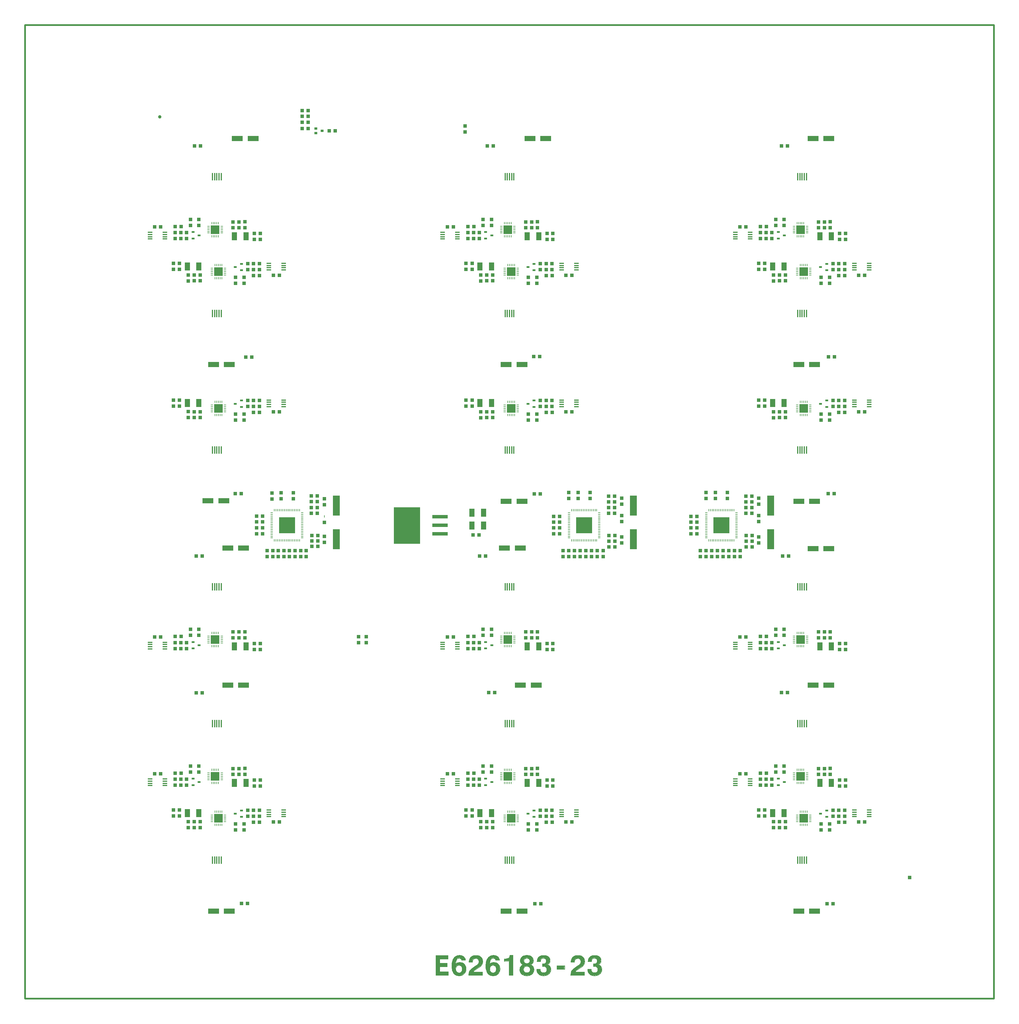
<source format=gbr>
G04 Generated by UcamX v1.1.0_s-beta-140407 on 2014.4.19*
%FSLAX26Y26*%
%MOIN*%
%IPPOS*%
%ADD10C,0.039370*%
%ADD11R,0.039370X0.039370*%
%ADD12R,0.011024X0.031496*%
%ADD13R,0.031496X0.011024*%
%ADD14R,0.185039X0.185039*%
%ADD15R,0.102362X0.102362*%
%ADD16R,0.035433X0.023622*%
%ADD17R,0.125984X0.062992*%
%ADD18R,0.039370X0.043307*%
%ADD19R,0.043307X0.039370*%
%ADD20R,0.064961X0.094488*%
%ADD21R,0.035433X0.027559*%
%ADD22R,0.181102X0.043307*%
%ADD23R,0.311024X0.425197*%
%ADD24R,0.082677X0.236220*%
%ADD25R,0.015748X0.086614*%
%ADD26R,0.057087X0.017717*%
%ADD27R,0.009843X0.031496*%
%ADD28C,0.019685*%
%ADD29C,0.001000*%
%ADD30C,0.002000*%
%ADD31C,0.004000*%
%ADD32C,0.008000*%
%ADD33C,0.016000*%
%SRX1Y1I0.000000J0.000000*%
G04 layer name: E626183-23*
%LPD*%
D10*
X787402Y9527559D03*
D11*
X9566929Y629921D03*
D12*
X1397638Y1738189D03*
Y1891732D03*
Y3336614D03*
Y3490157D03*
Y8131890D03*
Y8285433D03*
X1417323Y1738189D03*
Y1891732D03*
Y3336614D03*
Y3490157D03*
Y8131890D03*
Y8285433D03*
X1436614Y1246063D03*
Y1399606D03*
Y6041339D03*
Y6194882D03*
Y7639764D03*
Y7793307D03*
X1437008Y1738189D03*
Y1891732D03*
Y3336614D03*
Y3490157D03*
Y8131890D03*
Y8285433D03*
X1456299Y1246063D03*
Y1399606D03*
Y6041339D03*
Y6194882D03*
Y7639764D03*
Y7793307D03*
X1456693Y1738189D03*
Y1891732D03*
Y3336614D03*
Y3490157D03*
Y8131890D03*
Y8285433D03*
X1475984Y1246063D03*
Y1399606D03*
Y6041339D03*
Y6194882D03*
Y7639764D03*
Y7793307D03*
X1476378Y1738189D03*
Y1891732D03*
Y3336614D03*
Y3490157D03*
Y8131890D03*
Y8285433D03*
X1495669Y1246063D03*
Y1399606D03*
Y6041339D03*
Y6194882D03*
Y7639764D03*
Y7793307D03*
X1515354Y1246063D03*
Y1399606D03*
Y6041339D03*
Y6194882D03*
Y7639764D03*
Y7793307D03*
X2129921Y4573228D03*
Y4927559D03*
X2149606Y4573228D03*
Y4927559D03*
X2169291Y4573228D03*
Y4927559D03*
X2188976Y4573228D03*
Y4927559D03*
X2208661Y4573228D03*
Y4927559D03*
X2228346Y4573228D03*
Y4927559D03*
X2248031Y4573228D03*
Y4927559D03*
X2267717Y4573228D03*
Y4927559D03*
X2287402Y4573228D03*
Y4927559D03*
X2307087Y4573228D03*
Y4927559D03*
X2326772Y4573228D03*
Y4927559D03*
X2346457Y4573228D03*
Y4927559D03*
X2366142Y4573228D03*
Y4927559D03*
X2385827Y4573228D03*
Y4927559D03*
X2405512Y4573228D03*
Y4927559D03*
X2425197Y4573228D03*
Y4927559D03*
X4822835Y1738189D03*
Y1891732D03*
Y3336614D03*
Y3490157D03*
Y8131890D03*
Y8285433D03*
X4842520Y1738189D03*
Y1891732D03*
Y3336614D03*
Y3490157D03*
Y8131890D03*
Y8285433D03*
X4861811Y1246063D03*
Y1399606D03*
Y6041339D03*
Y6194882D03*
Y7639764D03*
Y7793307D03*
X4862205Y1738189D03*
Y1891732D03*
Y3336614D03*
Y3490157D03*
Y8131890D03*
Y8285433D03*
X4881496Y1246063D03*
Y1399606D03*
Y6041339D03*
Y6194882D03*
Y7639764D03*
Y7793307D03*
X4881890Y1738189D03*
Y1891732D03*
Y3336614D03*
Y3490157D03*
Y8131890D03*
Y8285433D03*
X4901181Y1246063D03*
Y1399606D03*
Y6041339D03*
Y6194882D03*
Y7639764D03*
Y7793307D03*
X4901575Y1738189D03*
Y1891732D03*
Y3336614D03*
Y3490157D03*
Y8131890D03*
Y8285433D03*
X4920866Y1246063D03*
Y1399606D03*
Y6041339D03*
Y6194882D03*
Y7639764D03*
Y7793307D03*
X4940551Y1246063D03*
Y1399606D03*
Y6041339D03*
Y6194882D03*
Y7639764D03*
Y7793307D03*
X5608268Y4573228D03*
Y4927559D03*
X5627953Y4573228D03*
Y4927559D03*
X5647638Y4573228D03*
Y4927559D03*
X5667323Y4573228D03*
Y4927559D03*
X5687008Y4573228D03*
Y4927559D03*
X5706693Y4573228D03*
Y4927559D03*
X5726378Y4573228D03*
Y4927559D03*
X5746063Y4573228D03*
Y4927559D03*
X5765748Y4573228D03*
Y4927559D03*
X5785433Y4573228D03*
Y4927559D03*
X5805118Y4573228D03*
Y4927559D03*
X5824803Y4573228D03*
Y4927559D03*
X5844488Y4573228D03*
Y4927559D03*
X5864173Y4573228D03*
Y4927559D03*
X5883858Y4573228D03*
Y4927559D03*
X5903543Y4573228D03*
Y4927559D03*
X7214567Y4573228D03*
Y4927559D03*
X7234252Y4573228D03*
Y4927559D03*
X7253937Y4573228D03*
Y4927559D03*
X7273622Y4573228D03*
Y4927559D03*
X7293307Y4573228D03*
Y4927559D03*
X7312992Y4573228D03*
Y4927559D03*
X7332677Y4573228D03*
Y4927559D03*
X7352362Y4573228D03*
Y4927559D03*
X7372047Y4573228D03*
Y4927559D03*
X7391732Y4573228D03*
Y4927559D03*
X7411417Y4573228D03*
Y4927559D03*
X7431102Y4573228D03*
Y4927559D03*
X7450787Y4573228D03*
Y4927559D03*
X7470472Y4573228D03*
Y4927559D03*
X7490157Y4573228D03*
Y4927559D03*
X7509843Y4573228D03*
Y4927559D03*
X8248031Y1738189D03*
Y1891732D03*
Y3336614D03*
Y3490157D03*
Y8131890D03*
Y8285433D03*
X8267717Y1738189D03*
Y1891732D03*
Y3336614D03*
Y3490157D03*
Y8131890D03*
Y8285433D03*
X8287008Y1246063D03*
Y1399606D03*
Y6041339D03*
Y6194882D03*
Y7639764D03*
Y7793307D03*
X8287402Y1738189D03*
Y1891732D03*
Y3336614D03*
Y3490157D03*
Y8131890D03*
Y8285433D03*
X8306693Y1246063D03*
Y1399606D03*
Y6041339D03*
Y6194882D03*
Y7639764D03*
Y7793307D03*
X8307087Y1738189D03*
Y1891732D03*
Y3336614D03*
Y3490157D03*
Y8131890D03*
Y8285433D03*
X8326378Y1246063D03*
Y1399606D03*
Y6041339D03*
Y6194882D03*
Y7639764D03*
Y7793307D03*
X8326772Y1738189D03*
Y1891732D03*
Y3336614D03*
Y3490157D03*
Y8131890D03*
Y8285433D03*
X8346063Y1246063D03*
Y1399606D03*
Y6041339D03*
Y6194882D03*
Y7639764D03*
Y7793307D03*
X8365748Y1246063D03*
Y1399606D03*
Y6041339D03*
Y6194882D03*
Y7639764D03*
Y7793307D03*
D13*
X1360236Y1775591D03*
Y1795276D03*
Y1814961D03*
Y1834646D03*
Y1854331D03*
Y3374016D03*
Y3393701D03*
Y3413386D03*
Y3433071D03*
Y3452756D03*
Y8169291D03*
Y8188976D03*
Y8208661D03*
Y8228346D03*
Y8248031D03*
X1399213Y1283465D03*
Y1303150D03*
Y1322835D03*
Y1342520D03*
Y1362205D03*
Y6078740D03*
Y6098425D03*
Y6118110D03*
Y6137795D03*
Y6157480D03*
Y7677165D03*
Y7696850D03*
Y7716535D03*
Y7736220D03*
Y7755906D03*
X1513780Y1775591D03*
Y1795276D03*
Y1814961D03*
Y1834646D03*
Y1854331D03*
Y3374016D03*
Y3393701D03*
Y3413386D03*
Y3433071D03*
Y3452756D03*
Y8169291D03*
Y8188976D03*
Y8208661D03*
Y8228346D03*
Y8248031D03*
X1552756Y1283465D03*
Y1303150D03*
Y1322835D03*
Y1342520D03*
Y1362205D03*
Y6078740D03*
Y6098425D03*
Y6118110D03*
Y6137795D03*
Y6157480D03*
Y7677165D03*
Y7696850D03*
Y7716535D03*
Y7736220D03*
Y7755906D03*
X2100394Y4602756D03*
Y4622441D03*
Y4642126D03*
Y4661811D03*
Y4681496D03*
Y4701181D03*
Y4720866D03*
Y4740551D03*
Y4760236D03*
Y4779921D03*
Y4799606D03*
Y4819291D03*
Y4838976D03*
Y4858661D03*
Y4878346D03*
Y4898031D03*
X2454724Y4602756D03*
Y4622441D03*
Y4642126D03*
Y4661811D03*
Y4681496D03*
Y4701181D03*
Y4720866D03*
Y4740551D03*
Y4760236D03*
Y4779921D03*
Y4799606D03*
Y4819291D03*
Y4838976D03*
Y4858661D03*
Y4878346D03*
Y4898031D03*
X4785433Y1775591D03*
Y1795276D03*
Y1814961D03*
Y1834646D03*
Y1854331D03*
Y3374016D03*
Y3393701D03*
Y3413386D03*
Y3433071D03*
Y3452756D03*
Y8169291D03*
Y8188976D03*
Y8208661D03*
Y8228346D03*
Y8248031D03*
X4824409Y1283465D03*
Y1303150D03*
Y1322835D03*
Y1342520D03*
Y1362205D03*
Y6078740D03*
Y6098425D03*
Y6118110D03*
Y6137795D03*
Y6157480D03*
Y7677165D03*
Y7696850D03*
Y7716535D03*
Y7736220D03*
Y7755906D03*
X4938976Y1775591D03*
Y1795276D03*
Y1814961D03*
Y1834646D03*
Y1854331D03*
Y3374016D03*
Y3393701D03*
Y3413386D03*
Y3433071D03*
Y3452756D03*
Y8169291D03*
Y8188976D03*
Y8208661D03*
Y8228346D03*
Y8248031D03*
X4977953Y1283465D03*
Y1303150D03*
Y1322835D03*
Y1342520D03*
Y1362205D03*
Y6078740D03*
Y6098425D03*
Y6118110D03*
Y6137795D03*
Y6157480D03*
Y7677165D03*
Y7696850D03*
Y7716535D03*
Y7736220D03*
Y7755906D03*
X5578740Y4602756D03*
Y4622441D03*
Y4642126D03*
Y4661811D03*
Y4681496D03*
Y4701181D03*
Y4720866D03*
Y4740551D03*
Y4760236D03*
Y4779921D03*
Y4799606D03*
Y4819291D03*
Y4838976D03*
Y4858661D03*
Y4878346D03*
Y4898031D03*
X5933071Y4602756D03*
Y4622441D03*
Y4642126D03*
Y4661811D03*
Y4681496D03*
Y4701181D03*
Y4720866D03*
Y4740551D03*
Y4760236D03*
Y4779921D03*
Y4799606D03*
Y4819291D03*
Y4838976D03*
Y4858661D03*
Y4878346D03*
Y4898031D03*
X7185039Y4602756D03*
Y4622441D03*
Y4642126D03*
Y4661811D03*
Y4681496D03*
Y4701181D03*
Y4720866D03*
Y4740551D03*
Y4760236D03*
Y4779921D03*
Y4799606D03*
Y4819291D03*
Y4838976D03*
Y4858661D03*
Y4878346D03*
Y4898031D03*
X7539370Y4602756D03*
Y4622441D03*
Y4642126D03*
Y4661811D03*
Y4681496D03*
Y4701181D03*
Y4720866D03*
Y4740551D03*
Y4760236D03*
Y4779921D03*
Y4799606D03*
Y4819291D03*
Y4838976D03*
Y4858661D03*
Y4878346D03*
Y4898031D03*
X8210630Y1775591D03*
Y1795276D03*
Y1814961D03*
Y1834646D03*
Y1854331D03*
Y3374016D03*
Y3393701D03*
Y3413386D03*
Y3433071D03*
Y3452756D03*
Y8169291D03*
Y8188976D03*
Y8208661D03*
Y8228346D03*
Y8248031D03*
X8249606Y1283465D03*
Y1303150D03*
Y1322835D03*
Y1342520D03*
Y1362205D03*
Y6078740D03*
Y6098425D03*
Y6118110D03*
Y6137795D03*
Y6157480D03*
Y7677165D03*
Y7696850D03*
Y7716535D03*
Y7736220D03*
Y7755906D03*
X8364173Y1775591D03*
Y1795276D03*
Y1814961D03*
Y1834646D03*
Y1854331D03*
Y3374016D03*
Y3393701D03*
Y3413386D03*
Y3433071D03*
Y3452756D03*
Y8169291D03*
Y8188976D03*
Y8208661D03*
Y8228346D03*
Y8248031D03*
X8403150Y1283465D03*
Y1303150D03*
Y1322835D03*
Y1342520D03*
Y1362205D03*
Y6078740D03*
Y6098425D03*
Y6118110D03*
Y6137795D03*
Y6157480D03*
Y7677165D03*
Y7696850D03*
Y7716535D03*
Y7736220D03*
Y7755906D03*
D14*
X2277559Y4750394D03*
X5755906D03*
X7362205D03*
D15*
X1437008Y1814961D03*
Y3413386D03*
Y8208661D03*
X1475984Y1322835D03*
Y6118110D03*
Y7716535D03*
X4862205Y1814961D03*
Y3413386D03*
Y8208661D03*
X4901181Y1322835D03*
Y6118110D03*
Y7716535D03*
X8287402Y1814961D03*
Y3413386D03*
Y8208661D03*
X8326378Y1322835D03*
Y6118110D03*
Y7716535D03*
D16*
X1178150Y1711220D03*
Y1786024D03*
Y3309646D03*
Y3384449D03*
Y8104921D03*
Y8179724D03*
X1249016Y1748622D03*
Y3347047D03*
Y8142323D03*
X1673228Y1376772D03*
Y6172047D03*
Y7770472D03*
X1744094Y1339370D03*
Y1414173D03*
Y6134646D03*
Y6209449D03*
Y7733071D03*
Y7807874D03*
X4603346Y1711220D03*
Y1786024D03*
Y3309646D03*
Y3384449D03*
Y8104921D03*
Y8179724D03*
X4674213Y1748622D03*
Y3347047D03*
Y8142323D03*
X5098425Y1376772D03*
Y6172047D03*
Y7770472D03*
X5169291Y1339370D03*
Y1414173D03*
Y6134646D03*
Y6209449D03*
Y7733071D03*
Y7807874D03*
X8028543Y1711220D03*
Y1786024D03*
Y3309646D03*
Y3384449D03*
Y8104921D03*
Y8179724D03*
X8099409Y1748622D03*
Y3347047D03*
Y8142323D03*
X8523622Y1376772D03*
Y6172047D03*
Y7770472D03*
X8594488Y1339370D03*
Y1414173D03*
Y6134646D03*
Y6209449D03*
Y7733071D03*
Y7807874D03*
D17*
X1352756Y5036220D03*
X1417717Y236614D03*
Y6630315D03*
X1537795Y5036220D03*
X1584646Y2881102D03*
X1585039Y4483071D03*
X1602756Y236614D03*
Y6630315D03*
X1696063Y9275591D03*
X1769685Y2881102D03*
X1770079Y4483071D03*
X1881102Y9275591D03*
X4823622Y4482677D03*
X4842913Y236614D03*
Y5031890D03*
Y6630315D03*
X5008661Y4482677D03*
X5009449Y2881890D03*
X5027953Y236614D03*
Y5031890D03*
Y6630315D03*
X5121260Y9275591D03*
X5194488Y2881890D03*
X5306299Y9275591D03*
X8268110Y236614D03*
Y5031890D03*
Y6630315D03*
X8434252Y2880709D03*
X8434646Y4477165D03*
Y9273622D03*
X8453150Y236614D03*
Y5031890D03*
Y6630315D03*
X8619291Y2880709D03*
X8619685Y4477165D03*
Y9273622D03*
D18*
X1784646Y8231142D03*
Y8301142D03*
X1895669Y8093937D03*
Y8163937D03*
X1964567Y8093937D03*
Y8163937D03*
X948425Y1350039D03*
Y1420039D03*
Y6145315D03*
Y6215315D03*
Y7743740D03*
Y7813740D03*
X969488Y1709685D03*
Y1779685D03*
Y3308110D03*
Y3378110D03*
Y8103386D03*
Y8173386D03*
X1019291Y1350039D03*
Y1420039D03*
Y6145315D03*
Y6215315D03*
Y7743740D03*
Y7813740D03*
X1036417Y1709685D03*
Y1779685D03*
Y3308110D03*
Y3378110D03*
Y8103386D03*
Y8173386D03*
X1103346Y1709685D03*
Y1779685D03*
Y3308110D03*
Y3378110D03*
Y8103386D03*
Y8173386D03*
X1120472Y1213031D03*
Y1283031D03*
Y6010276D03*
Y6080276D03*
Y7606732D03*
Y7676732D03*
X1148031Y1864606D03*
Y1934606D03*
Y3463031D03*
Y3533031D03*
Y8258307D03*
Y8328307D03*
X1246457Y1864606D03*
Y1934606D03*
Y3463031D03*
Y3533031D03*
Y8258307D03*
Y8328307D03*
X1676772Y1186260D03*
Y1256260D03*
Y5981535D03*
Y6051535D03*
Y7579961D03*
Y7649961D03*
X1776772Y1186260D03*
Y1256260D03*
Y5981535D03*
Y6051535D03*
Y7579961D03*
Y7649961D03*
X1784646Y1837441D03*
Y1907441D03*
Y3435866D03*
Y3505866D03*
X1818504Y1346890D03*
Y1416890D03*
Y6142165D03*
Y6212165D03*
Y7740591D03*
Y7810591D03*
X1885827Y1346890D03*
Y1416890D03*
Y6142165D03*
Y6212165D03*
Y7740591D03*
Y7810591D03*
X1895669Y1700236D03*
Y1770236D03*
Y3298661D03*
Y3368661D03*
X1954331Y1346890D03*
Y1416890D03*
Y6142165D03*
Y6212165D03*
Y7740591D03*
Y7810591D03*
X1964567Y1700236D03*
Y1770236D03*
Y3298661D03*
Y3368661D03*
X2046457Y4384291D03*
Y4454291D03*
X2102362Y5059094D03*
Y5129094D03*
X2111811Y4384685D03*
Y4454685D03*
X2176378Y4384685D03*
Y4454685D03*
X2210236Y5060276D03*
Y5130276D03*
X2241732Y4384685D03*
Y4454685D03*
X2307087Y4385472D03*
Y4455472D03*
X2350787Y5060276D03*
Y5130276D03*
X2372835Y4385472D03*
Y4455472D03*
X2438189Y4385079D03*
Y4455079D03*
X2503150Y4385079D03*
Y4455079D03*
X2714173Y4550039D03*
Y4620039D03*
Y4783898D03*
X2715354Y4990984D03*
Y5060984D03*
X3115748Y3377992D03*
Y3447992D03*
X3204331Y3377992D03*
Y3447992D03*
X4360630Y9349252D03*
Y9419252D03*
X4373622Y1350039D03*
Y1420039D03*
Y6145315D03*
Y6215315D03*
Y7743740D03*
Y7813740D03*
X4394685Y1709685D03*
Y1779685D03*
Y3308110D03*
Y3378110D03*
Y8103386D03*
Y8173386D03*
X4444488Y1350039D03*
Y1420039D03*
Y6145315D03*
Y6215315D03*
Y7743740D03*
Y7813740D03*
X4461614Y1709685D03*
Y1779685D03*
Y3308110D03*
Y3378110D03*
Y8103386D03*
Y8173386D03*
X4528543Y1709685D03*
Y1779685D03*
Y3308110D03*
Y3378110D03*
Y8103386D03*
Y8173386D03*
X4545669Y1213031D03*
Y1283031D03*
Y6008307D03*
Y6078307D03*
Y7606732D03*
Y7676732D03*
X4573228Y1864606D03*
Y1934606D03*
Y3463031D03*
Y3533031D03*
Y8258307D03*
Y8328307D03*
X4671654Y1864606D03*
Y1934606D03*
Y3463031D03*
Y3533031D03*
Y8258307D03*
Y8328307D03*
X5101969Y1186260D03*
Y1256260D03*
Y5981535D03*
Y6051535D03*
Y7579961D03*
Y7649961D03*
X5201969Y1186260D03*
Y1256260D03*
Y5981535D03*
Y6051535D03*
Y7579961D03*
Y7649961D03*
X5209843Y1837441D03*
Y1907441D03*
Y3435866D03*
Y3505866D03*
Y8231142D03*
Y8301142D03*
X5243701Y1346890D03*
Y1416890D03*
Y6142165D03*
Y6212165D03*
Y7740591D03*
Y7810591D03*
X5311024Y1346890D03*
Y1416890D03*
Y6142165D03*
Y6212165D03*
Y7740591D03*
Y7810591D03*
X5320866Y1700236D03*
Y1770236D03*
Y3298661D03*
Y3368661D03*
Y8093937D03*
Y8163937D03*
X5379528Y1346890D03*
Y1416890D03*
Y6142165D03*
Y6212165D03*
Y7740591D03*
Y7810591D03*
X5389764Y1700236D03*
Y1770236D03*
Y3298661D03*
Y3368661D03*
Y8093937D03*
Y8163937D03*
X5508661Y4385866D03*
Y4455866D03*
X5575591Y4385866D03*
Y4455866D03*
X5576378Y5065787D03*
Y5135787D03*
X5642520Y4385866D03*
Y4455866D03*
X5684252Y5065787D03*
Y5135787D03*
X5709449Y4385866D03*
Y4455866D03*
X5776378Y4385866D03*
Y4455866D03*
X5824803Y5065787D03*
Y5135787D03*
X5843307Y4385866D03*
Y4455866D03*
X5910236Y4385866D03*
Y4455866D03*
X5977165Y4385866D03*
Y4455866D03*
X6194094Y4544134D03*
Y4614134D03*
Y4792559D03*
Y4862559D03*
Y4997677D03*
Y5067677D03*
X7114961Y4385866D03*
Y4455866D03*
X7181890Y4385866D03*
Y4455866D03*
X7182677Y5065787D03*
Y5135787D03*
X7248819Y4385866D03*
Y4455866D03*
X7290551Y5065787D03*
Y5135787D03*
X7315748Y4385866D03*
Y4455866D03*
X7382677Y4385866D03*
Y4455866D03*
X7431102Y5065787D03*
Y5135787D03*
X7449606Y4385866D03*
Y4455866D03*
X7516535Y4385866D03*
Y4455866D03*
X7583465Y4385866D03*
Y4455866D03*
X7798819Y1350039D03*
Y1420039D03*
Y6145315D03*
Y6215315D03*
Y7743740D03*
Y7813740D03*
X7800394Y4544134D03*
Y4614134D03*
Y4792559D03*
Y4862559D03*
Y4997677D03*
Y5067677D03*
X7819882Y1709685D03*
Y1779685D03*
Y3308110D03*
Y3378110D03*
Y8103386D03*
Y8173386D03*
X7869685Y1350039D03*
Y1420039D03*
Y6145315D03*
Y6215315D03*
Y7743740D03*
Y7813740D03*
X7886811Y1709685D03*
Y1779685D03*
Y3308110D03*
Y3378110D03*
Y8103386D03*
Y8173386D03*
X7953740Y1709685D03*
Y1779685D03*
Y3308110D03*
Y3378110D03*
Y8103386D03*
Y8173386D03*
X7970866Y1213031D03*
Y1283031D03*
Y6008307D03*
Y6078307D03*
Y7606732D03*
Y7676732D03*
X7998425Y1864606D03*
Y1934606D03*
Y3463031D03*
Y3533031D03*
Y8258307D03*
Y8328307D03*
X8096850Y1864606D03*
Y1934606D03*
Y3463031D03*
Y3533031D03*
Y8258307D03*
Y8328307D03*
X8527165Y1186260D03*
Y1256260D03*
Y5981535D03*
Y6051535D03*
Y7579961D03*
Y7649961D03*
X8627165Y1186260D03*
Y1256260D03*
Y5981535D03*
Y6051535D03*
Y7579961D03*
Y7649961D03*
X8635039Y1837441D03*
Y1907441D03*
Y3435866D03*
Y3505866D03*
Y8231142D03*
Y8301142D03*
X8668898Y1346890D03*
Y1416890D03*
Y6142165D03*
Y6212165D03*
Y7740591D03*
Y7810591D03*
X8736220Y1346890D03*
Y1416890D03*
Y6142165D03*
Y6212165D03*
Y7740591D03*
Y7810591D03*
X8746063Y1700236D03*
Y1770236D03*
Y3298661D03*
Y3368661D03*
Y8093937D03*
Y8163937D03*
X8804724Y1346890D03*
Y1416890D03*
Y6142165D03*
Y6212165D03*
Y7740591D03*
Y7810591D03*
X8814961Y1700236D03*
Y1770236D03*
Y3298661D03*
Y3368661D03*
Y8093937D03*
Y8163937D03*
D19*
X729961Y1845669D03*
Y3444094D03*
Y8239370D03*
X799961Y1845669D03*
Y3444094D03*
Y8239370D03*
X969724Y1851181D03*
Y3449606D03*
Y8244882D03*
X1039724Y1851181D03*
Y3449606D03*
Y8244882D03*
X1190984Y1215748D03*
Y1282677D03*
Y6011024D03*
Y6077953D03*
Y7609449D03*
Y7676378D03*
X1195709Y9188189D03*
X1214213Y4390945D03*
X1214606Y2792520D03*
X1260984Y1215748D03*
Y1282677D03*
Y6011024D03*
Y6077953D03*
Y7609449D03*
Y7676378D03*
X1265709Y9188189D03*
X1284213Y4390945D03*
X1284606Y2792520D03*
X1647087Y1836614D03*
Y1904528D03*
Y3435039D03*
Y3502953D03*
Y8230315D03*
Y8298228D03*
X1672874Y5122047D03*
X1717087Y1836614D03*
Y1904528D03*
Y3435039D03*
Y3502953D03*
Y8230315D03*
Y8298228D03*
X1742874Y5122047D03*
X1746890Y325984D03*
X1794921Y6716535D03*
X1816890Y325984D03*
X1864921Y6716535D03*
X1886260Y1275984D03*
Y6071260D03*
Y7669685D03*
X1921299Y4652362D03*
Y4720866D03*
Y4789370D03*
Y4857480D03*
X1956260Y1275984D03*
Y6071260D03*
Y7669685D03*
X1991299Y4652362D03*
Y4720866D03*
Y4789370D03*
Y4857480D03*
X2117756Y1281102D03*
Y6076378D03*
Y7674803D03*
X2187756Y1281102D03*
Y6076378D03*
Y7674803D03*
X2453976Y9602362D03*
X2454370Y9532677D03*
X2455551Y9462992D03*
X2455945Y9392520D03*
X2523976Y9602362D03*
X2524370Y9532677D03*
X2525551Y9462992D03*
X2525945Y9392520D03*
X2563031Y4891339D03*
Y4957480D03*
Y5025984D03*
Y5094488D03*
X2567756Y4567717D03*
Y4632283D03*
X2568150Y4503150D03*
X2633031Y4891339D03*
Y4957480D03*
Y5025984D03*
Y5094488D03*
X2637756Y4567717D03*
Y4632283D03*
X2638150Y4503150D03*
X2771693Y9364961D03*
X2841693D03*
X4155157Y1845669D03*
Y3444094D03*
Y8239370D03*
X4225157Y1845669D03*
Y3444094D03*
Y8239370D03*
X4394921Y1851181D03*
Y3449606D03*
Y8244882D03*
X4454370Y4637402D03*
X4464921Y1851181D03*
Y3449606D03*
Y8244882D03*
X4524370Y4637402D03*
X4530748Y4391732D03*
X4600748D03*
X4616181Y1215748D03*
Y1282677D03*
Y6011024D03*
Y6077953D03*
Y7609449D03*
Y7676378D03*
X4620906Y9188189D03*
X4639409Y2795276D03*
X4686181Y1215748D03*
Y1282677D03*
Y6011024D03*
Y6077953D03*
Y7609449D03*
Y7676378D03*
X4690906Y9188189D03*
X4709409Y2795276D03*
X5072283Y1836614D03*
Y1904528D03*
Y3435039D03*
Y3502953D03*
Y8230315D03*
Y8298228D03*
X5142283Y1836614D03*
Y1904528D03*
Y3435039D03*
Y3502953D03*
Y8230315D03*
Y8298228D03*
X5166969Y6723228D03*
X5170512Y5118110D03*
X5179173Y322835D03*
X5236969Y6723228D03*
X5240512Y5118110D03*
X5249173Y322835D03*
X5311457Y1275984D03*
Y6071260D03*
Y7669685D03*
X5381457Y1275984D03*
Y6071260D03*
Y7669685D03*
X5399646Y4652362D03*
Y4719291D03*
Y4786220D03*
Y4853150D03*
X5469646Y4652362D03*
Y4719291D03*
Y4786220D03*
Y4853150D03*
X5542953Y1281102D03*
Y6076378D03*
Y7674803D03*
X5612953Y1281102D03*
Y6076378D03*
Y7674803D03*
X6041378Y4891339D03*
Y4958268D03*
Y5025197D03*
Y5092126D03*
X6046496Y4498425D03*
Y4565354D03*
Y4632283D03*
X6111378Y4891339D03*
Y4958268D03*
Y5025197D03*
Y5092126D03*
X6116496Y4498425D03*
Y4565354D03*
Y4632283D03*
X7005945Y4652362D03*
Y4719291D03*
Y4786220D03*
Y4853150D03*
X7075945Y4652362D03*
Y4719291D03*
Y4786220D03*
Y4853150D03*
X7580354Y1845669D03*
Y3444094D03*
Y8239370D03*
X7647677Y4891339D03*
Y4958268D03*
Y5025197D03*
Y5092126D03*
X7650354Y1845669D03*
Y3444094D03*
Y8239370D03*
X7652795Y4498425D03*
Y4565354D03*
Y4632283D03*
X7717677Y4891339D03*
Y4958268D03*
Y5025197D03*
Y5092126D03*
X7722795Y4498425D03*
Y4565354D03*
Y4632283D03*
X7820118Y1851181D03*
Y3449606D03*
Y8244882D03*
X7890118Y1851181D03*
Y3449606D03*
Y8244882D03*
X8041378Y1215748D03*
Y1282677D03*
Y6011024D03*
Y6077953D03*
Y7609449D03*
Y7676378D03*
X8063819Y9187402D03*
X8064213Y2793701D03*
X8079961Y4392126D03*
X8111378Y1215748D03*
Y1282677D03*
Y6011024D03*
Y6077953D03*
Y7609449D03*
Y7676378D03*
X8133819Y9187402D03*
X8134213Y2793701D03*
X8149961Y4392126D03*
X8497480Y1836614D03*
Y1904528D03*
Y3435039D03*
Y3502953D03*
Y8230315D03*
Y8298228D03*
X8567480Y1836614D03*
Y1904528D03*
Y3435039D03*
Y3502953D03*
Y8230315D03*
Y8298228D03*
X8599646Y324409D03*
X8611063Y5120472D03*
X8613819Y6721260D03*
X8669646Y324409D03*
X8681063Y5120472D03*
X8683819Y6721260D03*
X8736654Y1275984D03*
Y6071260D03*
Y7669685D03*
X8806654Y1275984D03*
Y6071260D03*
Y7669685D03*
X8968150Y1281102D03*
Y6076378D03*
Y7674803D03*
X9038150Y1281102D03*
Y6076378D03*
Y7674803D03*
D20*
X1110748Y1385039D03*
Y6180315D03*
Y7778740D03*
X1246654Y1385039D03*
Y6180315D03*
Y7778740D03*
X1663386Y1737205D03*
Y3335630D03*
Y8130906D03*
X1799291Y1737205D03*
Y3335630D03*
Y8130906D03*
X4443110Y4748031D03*
X4443504Y4897244D03*
X4535945Y1385039D03*
Y6180315D03*
Y7778740D03*
X4579016Y4748031D03*
X4579409Y4897244D03*
X4671850Y1385039D03*
Y6180315D03*
Y7778740D03*
X5088583Y1737205D03*
Y3335630D03*
Y8130906D03*
X5224488Y1737205D03*
Y3335630D03*
Y8130906D03*
X7961142Y1385039D03*
Y6180315D03*
Y7778740D03*
X8097047Y1385039D03*
Y6180315D03*
Y7778740D03*
X8513780Y1737205D03*
Y3335630D03*
Y8130906D03*
X8649685Y1737205D03*
Y3335630D03*
Y8130906D03*
D21*
X2614567Y9338189D03*
Y9389370D03*
X2689370Y9363780D03*
D22*
X4069882Y4649213D03*
Y4749213D03*
Y4849213D03*
D23*
X3682087Y4748228D03*
D24*
X2854331Y4586220D03*
Y4979921D03*
X6332677Y4586220D03*
Y4979921D03*
X7938976Y4586220D03*
Y4979921D03*
D25*
X1405512Y834055D03*
Y2432480D03*
Y4030906D03*
Y5629331D03*
Y7227756D03*
Y8826181D03*
X1431102Y834055D03*
Y2432480D03*
Y4030906D03*
Y5629331D03*
Y7227756D03*
Y8826181D03*
X1456693Y834055D03*
Y2432480D03*
Y4030906D03*
Y5629331D03*
Y7227756D03*
Y8826181D03*
X1482283Y834055D03*
Y2432480D03*
Y4030906D03*
Y5629331D03*
Y7227756D03*
Y8826181D03*
X1507874Y834055D03*
Y2432480D03*
Y4030906D03*
Y5629331D03*
Y7227756D03*
Y8826181D03*
X4830709Y834055D03*
Y2432480D03*
Y4030906D03*
Y5629331D03*
Y7227756D03*
Y8826181D03*
X4856299Y834055D03*
Y2432480D03*
Y4030906D03*
Y5629331D03*
Y7227756D03*
Y8826181D03*
X4881890Y834055D03*
Y2432480D03*
Y4030906D03*
Y5629331D03*
Y7227756D03*
Y8826181D03*
X4907480Y834055D03*
Y2432480D03*
Y4030906D03*
Y5629331D03*
Y7227756D03*
Y8826181D03*
X4933071Y834055D03*
Y2432480D03*
Y4030906D03*
Y5629331D03*
Y7227756D03*
Y8826181D03*
X8255906Y834055D03*
Y2432480D03*
Y4030906D03*
Y5629331D03*
Y7227756D03*
Y8826181D03*
X8281496Y834055D03*
Y2432480D03*
Y4030906D03*
Y5629331D03*
Y7227756D03*
Y8826181D03*
X8307087Y834055D03*
Y2432480D03*
Y4030906D03*
Y5629331D03*
Y7227756D03*
Y8826181D03*
X8332677Y834055D03*
Y2432480D03*
Y4030906D03*
Y5629331D03*
Y7227756D03*
Y8826181D03*
X8358268Y834055D03*
Y2432480D03*
Y4030906D03*
Y5629331D03*
Y7227756D03*
Y8826181D03*
D26*
X674213Y1706299D03*
Y1731890D03*
Y1757480D03*
Y1783071D03*
Y3304724D03*
Y3330315D03*
Y3355906D03*
Y3381496D03*
Y8100000D03*
Y8125591D03*
Y8151181D03*
Y8176772D03*
X847441Y1706299D03*
Y1731890D03*
Y1757480D03*
Y1783071D03*
Y3304724D03*
Y3330315D03*
Y3355906D03*
Y3381496D03*
Y8100000D03*
Y8125591D03*
Y8151181D03*
Y8176772D03*
X2066929Y1343504D03*
Y1369094D03*
Y1394685D03*
Y1420276D03*
Y6138780D03*
Y6164370D03*
Y6189961D03*
Y6215551D03*
Y7737205D03*
Y7762795D03*
Y7788386D03*
Y7813976D03*
X2240157Y1343504D03*
Y1369094D03*
Y1394685D03*
Y1420276D03*
Y6138780D03*
Y6164370D03*
Y6189961D03*
Y6215551D03*
Y7737205D03*
Y7762795D03*
Y7788386D03*
Y7813976D03*
X4099409Y1706299D03*
Y1731890D03*
Y1757480D03*
Y1783071D03*
Y3304724D03*
Y3330315D03*
Y3355906D03*
Y3381496D03*
Y8100000D03*
Y8125591D03*
Y8151181D03*
Y8176772D03*
X4272638Y1706299D03*
Y1731890D03*
Y1757480D03*
Y1783071D03*
Y3304724D03*
Y3330315D03*
Y3355906D03*
Y3381496D03*
Y8100000D03*
Y8125591D03*
Y8151181D03*
Y8176772D03*
X5492126Y1343504D03*
Y1369094D03*
Y1394685D03*
Y1420276D03*
Y6138780D03*
Y6164370D03*
Y6189961D03*
Y6215551D03*
Y7737205D03*
Y7762795D03*
Y7788386D03*
Y7813976D03*
X5665354Y1343504D03*
Y1369094D03*
Y1394685D03*
Y1420276D03*
Y6138780D03*
Y6164370D03*
Y6189961D03*
Y6215551D03*
Y7737205D03*
Y7762795D03*
Y7788386D03*
Y7813976D03*
X7524606Y1706299D03*
Y1731890D03*
Y1757480D03*
Y1783071D03*
Y3304724D03*
Y3330315D03*
Y3355906D03*
Y3381496D03*
Y8100000D03*
Y8125591D03*
Y8151181D03*
Y8176772D03*
X7697835Y1706299D03*
Y1731890D03*
Y1757480D03*
Y1783071D03*
Y3304724D03*
Y3330315D03*
Y3355906D03*
Y3381496D03*
Y8100000D03*
Y8125591D03*
Y8151181D03*
Y8176772D03*
X8917323Y1343504D03*
Y1369094D03*
Y1394685D03*
Y1420276D03*
Y6138780D03*
Y6164370D03*
Y6189961D03*
Y6215551D03*
Y7737205D03*
Y7762795D03*
Y7788386D03*
Y7813976D03*
X9090551Y1343504D03*
Y1369094D03*
Y1394685D03*
Y1420276D03*
Y6138780D03*
Y6164370D03*
Y6189961D03*
Y6215551D03*
Y7737205D03*
Y7762795D03*
Y7788386D03*
Y7813976D03*
D27*
X2714173Y4853898D03*
D28*
X-787402Y10600394D02*
Y-787402D01*
X10551181*
Y10600394*
X-787402*
D29*
X4017473Y-279007D02*
X4161802D01*
Y-322335*
X4064592*
Y-369898*
X4151692*
Y-413518*
X4064689*
Y-467983*
X4164426*
Y-511311*
X4017473*
Y-279007*
X4163958Y-468383D02*
X4164026D01*
Y-468452*
X4163958Y-468383*
X4163958Y-510911D02*
X4164026Y-510843D01*
Y-510911*
X4163958*
X4161333Y-279407D02*
X4161402D01*
Y-279475*
X4161333Y-279407*
X4161333Y-321935D02*
X4161402Y-321866D01*
Y-321935*
X4161333*
X4151223Y-370298D02*
X4151292D01*
Y-370367*
X4151223Y-370298*
X4151223Y-413118D02*
X4151292Y-413049D01*
Y-413118*
X4151223*
X4017872Y-279407D02*
X4017941D01*
X4017872Y-279475*
Y-279407*
X4017872Y-510843D02*
X4017941Y-510911D01*
X4017872*
Y-510843*
X4253015Y-437337D02*
X4253113Y-442437D01*
X4253701Y-447530*
X4254388Y-451456*
X4255471Y-455393*
X4256943Y-459123*
X4258613Y-462856*
X4260490Y-465919*
X4262658Y-468777*
X4265124Y-471440*
X4267984Y-473905*
X4270941Y-475975*
X4274097Y-477750*
X4277556Y-479233*
X4281206Y-480220*
X4285428Y-481005*
X4289660Y-481399*
X4293892Y-481300*
X4298122Y-480809*
X4301579Y-480018*
X4304941Y-478832*
X4308303Y-477151*
X4311365Y-475076*
X4314425Y-472510*
X4317087Y-469553*
X4319357Y-466592*
X4321232Y-463236*
X4322903Y-459501*
X4324280Y-455469*
X4325163Y-451640*
X4325850Y-447715*
X4326242Y-442719*
X4326340Y-437733*
X4326144Y-432354*
X4325556Y-427059*
X4324671Y-423124*
X4323489Y-419285*
X4321813Y-415539*
X4319744Y-411992*
X4317478Y-408938*
X4314911Y-406074*
X4312044Y-403702*
X4308984Y-401628*
X4305623Y-399948*
X4302065Y-398663*
X4295767Y-397286*
X4287627Y-396991*
X4283493Y-397287*
X4279467Y-397974*
X4276608Y-398664*
X4273735Y-399655*
X4270567Y-401239*
X4267595Y-403220*
X4264635Y-405884*
X4261976Y-408741*
X4259807Y-411698*
X4257935Y-414752*
X4256362Y-418096*
X4254980Y-421551*
X4253602Y-427947*
X4253015Y-437337*
X4204244Y-399637D02*
X4204826Y-385180D01*
X4206184Y-370823*
X4208123Y-358899*
X4210837Y-347173*
X4214615Y-335353*
X4219361Y-324022*
X4223905Y-315514*
X4229412Y-307591*
X4235692Y-300538*
X4242647Y-294259*
X4250082Y-289142*
X4258003Y-284891*
X4265338Y-281996*
X4272872Y-279968*
X4282162Y-278323*
X4291645Y-277452*
X4301318*
X4310994Y-278419*
X4318913Y-279868*
X4326444Y-282282*
X4333102Y-285080*
X4339274Y-288649*
X4344775Y-292604*
X4349884Y-297136*
X4353257Y-300990*
X4356441Y-305043*
X4359137Y-309279*
X4361445Y-313799*
X4364243Y-321613*
X4366076Y-329815*
X4366702Y-336527*
X4320128*
X4319229Y-331849*
X4318429Y-329351*
X4316050Y-324691*
X4312570Y-320713*
X4308199Y-317535*
X4302654Y-315258*
X4297224Y-314171*
X4290740Y-313877*
X4286700Y-314172*
X4282762Y-314861*
X4279594Y-315752*
X4276620Y-317041*
X4272869Y-319212*
X4269508Y-321882*
X4265963Y-325624*
X4262911Y-329759*
X4260550Y-334088*
X4258685Y-338505*
X4256630Y-344768*
X4255163Y-351224*
X4253894Y-359421*
X4252254Y-376738*
X4252507Y-376867*
X4258881Y-371249*
X4262144Y-368946*
X4265510Y-367023*
X4269747Y-365000*
X4274083Y-363459*
X4279394Y-361914*
X4284891Y-360853*
X4291174Y-360176*
X4297459Y-359886*
X4304419Y-360079*
X4311377Y-360852*
X4317849Y-362108*
X4324226Y-363944*
X4331377Y-366553*
X4338133Y-369931*
X4343923Y-373598*
X4349325Y-377843*
X4354437Y-382858*
X4358874Y-388356*
X4363024Y-394822*
X4366403Y-401677*
X4369010Y-408531*
X4370845Y-415678*
X4372296Y-423997*
X4372972Y-432311*
X4372875Y-441114*
X4372102Y-449822*
X4370651Y-457942*
X4368429Y-465867*
X4365433Y-473598*
X4361665Y-481037*
X4357514Y-487409*
X4352686Y-493395*
X4346990Y-499091*
X4340622Y-504109*
X4333476Y-508454*
X4325940Y-512029*
X4318310Y-514733*
X4310585Y-516568*
X4300907Y-517826*
X4291228Y-518407*
X4281357Y-518020*
X4271587Y-516859*
X4263960Y-515024*
X4256425Y-512416*
X4250829Y-509811*
X4245428Y-506725*
X4240409Y-503058*
X4235483Y-498904*
X4230848Y-494173*
X4226697Y-489152*
X4221573Y-481612*
X4217321Y-473590*
X4212965Y-462846*
X4209672Y-451804*
X4207152Y-440370*
X4205505Y-428740*
X4204438Y-414191*
X4204244Y-399637*
X4366140Y-336128D02*
X4366252Y-336005D01*
X4366263Y-336128*
X4366140*
X4366202Y-336061D02*
X4366249D01*
X4650860Y-437337D02*
X4650958Y-442437D01*
X4651546Y-447530*
X4652233Y-451456*
X4653315Y-455393*
X4654788Y-459123*
X4656458Y-462856*
X4658335Y-465919*
X4660503Y-468777*
X4662969Y-471440*
X4665829Y-473905*
X4668786Y-475975*
X4671941Y-477750*
X4675401Y-479233*
X4679051Y-480220*
X4683273Y-481005*
X4687505Y-481399*
X4691737Y-481300*
X4695967Y-480809*
X4699424Y-480018*
X4702786Y-478832*
X4706148Y-477151*
X4709210Y-475076*
X4712270Y-472510*
X4714932Y-469553*
X4717201Y-466592*
X4719077Y-463236*
X4720748Y-459501*
X4722125Y-455469*
X4723008Y-451640*
X4723695Y-447715*
X4724087Y-442719*
X4724185Y-437733*
X4723989Y-432354*
X4723401Y-427059*
X4722516Y-423124*
X4721334Y-419285*
X4719658Y-415539*
X4717589Y-411992*
X4715323Y-408938*
X4712756Y-406074*
X4709889Y-403702*
X4706829Y-401628*
X4703468Y-399948*
X4699910Y-398663*
X4693612Y-397286*
X4685472Y-396991*
X4681338Y-397287*
X4677312Y-397974*
X4674453Y-398664*
X4671580Y-399655*
X4668412Y-401239*
X4665440Y-403220*
X4662480Y-405884*
X4659821Y-408741*
X4657652Y-411698*
X4655780Y-414752*
X4654207Y-418096*
X4652825Y-421551*
X4651447Y-427947*
X4650860Y-437337*
X4602089Y-399637D02*
X4602671Y-385180D01*
X4604029Y-370823*
X4605968Y-358899*
X4608681Y-347173*
X4612460Y-335353*
X4617206Y-324022*
X4621750Y-315514*
X4627257Y-307591*
X4633537Y-300538*
X4640492Y-294259*
X4647927Y-289142*
X4655848Y-284891*
X4663183Y-281996*
X4670717Y-279968*
X4680007Y-278323*
X4689489Y-277452*
X4699163*
X4708839Y-278419*
X4716758Y-279868*
X4724289Y-282282*
X4730947Y-285080*
X4737119Y-288649*
X4742620Y-292604*
X4747729Y-297136*
X4751101Y-300990*
X4754286Y-305043*
X4756982Y-309279*
X4759290Y-313799*
X4762088Y-321613*
X4763921Y-329815*
X4764547Y-336527*
X4717973*
X4717074Y-331849*
X4716274Y-329351*
X4713895Y-324691*
X4710414Y-320713*
X4706043Y-317535*
X4700499Y-315258*
X4695068Y-314171*
X4688585Y-313877*
X4684545Y-314172*
X4680607Y-314861*
X4677439Y-315752*
X4674465Y-317041*
X4670714Y-319212*
X4667353Y-321882*
X4663808Y-325624*
X4660756Y-329759*
X4658394Y-334088*
X4656530Y-338505*
X4654475Y-344768*
X4653007Y-351224*
X4651739Y-359421*
X4650099Y-376738*
X4650352Y-376867*
X4656725Y-371249*
X4659989Y-368946*
X4663355Y-367023*
X4667592Y-365000*
X4671928Y-363459*
X4677238Y-361914*
X4682736Y-360853*
X4689019Y-360176*
X4695304Y-359886*
X4702264Y-360079*
X4709222Y-360852*
X4715694Y-362108*
X4722071Y-363944*
X4729222Y-366553*
X4735978Y-369931*
X4741768Y-373598*
X4747170Y-377843*
X4752282Y-382858*
X4756719Y-388356*
X4760869Y-394822*
X4764248Y-401677*
X4766854Y-408531*
X4768690Y-415678*
X4770140Y-423997*
X4770817Y-432311*
X4770720Y-441114*
X4769947Y-449822*
X4768496Y-457942*
X4766274Y-465867*
X4763278Y-473598*
X4759510Y-481037*
X4755359Y-487409*
X4750531Y-493395*
X4744835Y-499091*
X4738466Y-504109*
X4731321Y-508454*
X4723785Y-512029*
X4716155Y-514733*
X4708430Y-516568*
X4698751Y-517826*
X4689073Y-518407*
X4679202Y-518020*
X4669432Y-516859*
X4661805Y-515024*
X4654270Y-512416*
X4648674Y-509811*
X4643273Y-506725*
X4638254Y-503058*
X4633328Y-498904*
X4628693Y-494173*
X4624542Y-489152*
X4619418Y-481612*
X4615166Y-473590*
X4610810Y-462846*
X4607517Y-451804*
X4604997Y-440370*
X4603350Y-428740*
X4602283Y-414191*
X4602089Y-399637*
X4763985Y-336128D02*
X4764097Y-336005D01*
X4764108Y-336128*
X4763985*
X4764047Y-336061D02*
X4764094D01*
X4402050Y-511311D02*
X4403649Y-494669D01*
X4405004Y-486248*
X4407035Y-478026*
X4409743Y-470095*
X4412835Y-463041*
X4416603Y-456375*
X4420467Y-450772*
X4424820Y-445452*
X4430725Y-438966*
X4437211Y-433061*
X4447685Y-424526*
X4462049Y-414433*
X4486156Y-398977*
X4497650Y-390990*
X4504487Y-385423*
X4508795Y-381213*
X4512711Y-376710*
X4515369Y-373066*
X4517439Y-369124*
X4519208Y-364798*
X4520488Y-360269*
X4521275Y-355058*
X4521472Y-349851*
X4521078Y-344247*
X4519898Y-338837*
X4518417Y-334494*
X4516241Y-330439*
X4513573Y-326881*
X4510410Y-323718*
X4506659Y-320954*
X4502511Y-318683*
X4498856Y-317399*
X4495112Y-316413*
X4490489Y-315823*
X4485872Y-315626*
X4481449Y-315921*
X4476930Y-316609*
X4473182Y-317595*
X4469436Y-319074*
X4465102Y-321340*
X4461055Y-324301*
X4457795Y-327561*
X4455032Y-331212*
X4453251Y-334379*
X4451867Y-337740*
X4450591Y-342353*
X4449608Y-347068*
X4448667Y-360441*
X4406108*
X4406664Y-349321*
X4408213Y-337411*
X4410533Y-327940*
X4413429Y-320218*
X4417193Y-312882*
X4421536Y-306416*
X4426554Y-300432*
X4432341Y-295031*
X4438804Y-290401*
X4446338Y-286248*
X4454264Y-282865*
X4461312Y-280644*
X4468462Y-279195*
X4477466Y-278033*
X4486472Y-277549*
X4495185Y-277646*
X4503802Y-278420*
X4510860Y-279484*
X4517813Y-281222*
X4525447Y-283928*
X4532689Y-287308*
X4539060Y-291265*
X4545043Y-295801*
X4550347Y-301008*
X4555075Y-306797*
X4559126Y-313164*
X4562408Y-319921*
X4564918Y-326677*
X4566655Y-333626*
X4567814Y-341354*
X4568201Y-349279*
X4567911Y-357590*
X4566655Y-365898*
X4564821Y-373233*
X4562119Y-380279*
X4558644Y-387227*
X4554300Y-393695*
X4548400Y-400949*
X4541820Y-407626*
X4537274Y-411592*
X4532529Y-415368*
X4523019Y-422162*
X4513210Y-428765*
X4482005Y-448986*
X4475965Y-453077*
X4470014Y-457467*
X4467446Y-459640*
X4465171Y-462212*
X4463006Y-465165*
X4458757Y-472246*
X4458765Y-472261*
X4565868*
Y-511311*
X4402050*
X4565400Y-472660D02*
X4565468D01*
Y-472729*
X4565400Y-472660*
X4565400Y-510911D02*
X4565468Y-510843D01*
Y-510911*
X4565400*
X4448264Y-360041D02*
X4448296Y-360012D01*
X4448294Y-360041*
X4448264*
X4406528Y-360041D02*
X4406533Y-359944D01*
X4406626Y-360041*
X4406528*
X4402490Y-510911D02*
X4402502Y-510787D01*
X4402615Y-510911*
X4402490*
X4402499Y-510842D02*
X4402554D01*
X5595585Y-511311D02*
X5597183Y-494669D01*
X5598538Y-486248*
X5600569Y-478026*
X5603277Y-470095*
X5606370Y-463041*
X5610137Y-456375*
X5614001Y-450772*
X5618354Y-445452*
X5624260Y-438966*
X5630745Y-433061*
X5641219Y-424526*
X5655583Y-414433*
X5679690Y-398977*
X5691185Y-390990*
X5698021Y-385423*
X5702329Y-381213*
X5706245Y-376710*
X5708904Y-373066*
X5710974Y-369124*
X5712743Y-364798*
X5714023Y-360269*
X5714810Y-355058*
X5715006Y-349851*
X5714613Y-344247*
X5713433Y-338837*
X5711952Y-334494*
X5709776Y-330439*
X5707107Y-326881*
X5703945Y-323718*
X5700193Y-320954*
X5696046Y-318683*
X5692391Y-317399*
X5688646Y-316413*
X5684024Y-315823*
X5679407Y-315626*
X5674984Y-315921*
X5670465Y-316609*
X5666717Y-317595*
X5662970Y-319074*
X5658636Y-321340*
X5654589Y-324301*
X5651330Y-327561*
X5648567Y-331212*
X5646785Y-334379*
X5645401Y-337740*
X5644125Y-342353*
X5643143Y-347068*
X5642201Y-360441*
X5599643*
X5600199Y-349321*
X5601748Y-337411*
X5604067Y-327940*
X5606963Y-320218*
X5610728Y-312882*
X5615071Y-306416*
X5620089Y-300432*
X5625876Y-295031*
X5632338Y-290401*
X5639873Y-286248*
X5647799Y-282865*
X5654847Y-280644*
X5661997Y-279195*
X5671001Y-278033*
X5680007Y-277549*
X5688720Y-277646*
X5697337Y-278420*
X5704395Y-279484*
X5711348Y-281222*
X5718982Y-283928*
X5726224Y-287308*
X5732595Y-291265*
X5738578Y-295801*
X5743882Y-301008*
X5748609Y-306797*
X5752661Y-313164*
X5755943Y-319921*
X5758452Y-326677*
X5760189Y-333626*
X5761349Y-341354*
X5761735Y-349279*
X5761445Y-357590*
X5760189Y-365898*
X5758356Y-373233*
X5755653Y-380279*
X5752179Y-387227*
X5747835Y-393695*
X5741935Y-400949*
X5735354Y-407626*
X5730808Y-411592*
X5726064Y-415368*
X5716553Y-422162*
X5706745Y-428765*
X5675540Y-448986*
X5669500Y-453077*
X5663549Y-457467*
X5660981Y-459640*
X5658706Y-462212*
X5656540Y-465165*
X5652292Y-472246*
X5652300Y-472261*
X5759403*
Y-511311*
X5595585*
X5758934Y-472660D02*
X5759003D01*
Y-472729*
X5758934Y-472660*
X5758934Y-510911D02*
X5759003Y-510843D01*
Y-510911*
X5758934*
X5641799Y-360041D02*
X5641831Y-360012D01*
X5641829Y-360041*
X5641799*
X5600063Y-360041D02*
X5600068Y-359944D01*
X5600161Y-360041*
X5600063*
X5596025Y-510911D02*
X5596037Y-510787D01*
X5596150Y-510911*
X5596025*
X5596034Y-510842D02*
X5596088D01*
X4820064Y-318839D02*
X4837490Y-317987D01*
X4846661Y-317011*
X4853510Y-315739*
X4860174Y-313779*
X4864510Y-311907*
X4868458Y-309538*
X4872307Y-306379*
X4875663Y-302629*
X4878716Y-298000*
X4881076Y-292984*
X4882846Y-287774*
X4884911Y-277354*
X4921621*
Y-511311*
X4876349*
Y-350526*
X4820064*
Y-318839*
X4921152Y-277754D02*
X4921221D01*
Y-277823*
X4921152Y-277754*
X4921152Y-510911D02*
X4921221Y-510843D01*
Y-510911*
X4921152*
X4876749Y-510843D02*
X4876817Y-510911D01*
X4876749*
Y-510843*
X4820464Y-319220D02*
X4820506Y-319218D01*
X4820464Y-319262*
Y-319220*
X4820464Y-350057D02*
X4820533Y-350126D01*
X4820464*
Y-350057*
X5050259Y-342854D02*
X5050457Y-346408D01*
X5050950Y-349958*
X5051744Y-352936*
X5052933Y-355809*
X5054417Y-358579*
X5056300Y-361255*
X5058390Y-363544*
X5060778Y-365435*
X5065325Y-368202*
X5071242Y-370175*
X5076848Y-371257*
X5083906Y-371649*
X5090575Y-371355*
X5095991Y-370370*
X5102391Y-368204*
X5107234Y-365436*
X5109627Y-363442*
X5111811Y-361059*
X5113595Y-358483*
X5115180Y-355611*
X5116271Y-352735*
X5117063Y-349765*
X5117556Y-346312*
X5117753Y-342860*
X5117555Y-339398*
X5116964Y-336146*
X5116271Y-333277*
X5115178Y-330593*
X5113692Y-327819*
X5111909Y-325342*
X5109833Y-322971*
X5107455Y-320790*
X5104883Y-319010*
X5102310Y-317525*
X5099246Y-316240*
X5096080Y-315251*
X5090867Y-314366*
X5083909Y-313974*
X5077044Y-314366*
X5071817Y-315352*
X5065798Y-317622*
X5060668Y-320877*
X5058381Y-322865*
X5056391Y-325055*
X5053233Y-329891*
X5052038Y-332777*
X5051148Y-335746*
X5050555Y-339201*
X5050259Y-342854*
X5046761Y-443752D02*
X5046859Y-448268D01*
X5047350Y-452784*
X5048040Y-456234*
X5049128Y-459697*
X5050711Y-462962*
X5052683Y-466118*
X5054759Y-468787*
X5057138Y-471165*
X5059709Y-473143*
X5062377Y-474823*
X5065828Y-476499*
X5069382Y-477782*
X5076349Y-479353*
X5084003Y-479941*
X5091760Y-479450*
X5098342Y-477878*
X5101901Y-476593*
X5105257Y-474817*
X5108313Y-472846*
X5111079Y-470573*
X5113643Y-467910*
X5115914Y-465047*
X5117694Y-462081*
X5119177Y-458916*
X5120167Y-455750*
X5120858Y-452491*
X5121251Y-448167*
X5121349Y-443758*
X5121152Y-439532*
X5120466Y-435312*
X5119776Y-432062*
X5118689Y-428900*
X5117208Y-425642*
X5115333Y-422581*
X5113164Y-419723*
X5110698Y-417059*
X5107935Y-414691*
X5104976Y-412620*
X5101717Y-410843*
X5098255Y-409458*
X5091862Y-407884*
X5084009Y-407295*
X5076252Y-407786*
X5070051Y-409262*
X5066587Y-410648*
X5063328Y-412426*
X5060369Y-414497*
X5057606Y-416865*
X5055336Y-419333*
X5053263Y-421998*
X5051386Y-425160*
X5049910Y-428406*
X5048630Y-431754*
X5047743Y-435303*
X5047055Y-439526*
X5046761Y-443752*
X5000128Y-445224D02*
X5000515Y-437003D01*
X5001578Y-428790*
X5003119Y-422724*
X5005335Y-416943*
X5007838Y-412034*
X5010820Y-407513*
X5014382Y-403277*
X5018329Y-399426*
X5023340Y-395571*
X5034983Y-388358*
X5026161Y-382792*
X5022406Y-379903*
X5018654Y-376439*
X5015383Y-372592*
X5012695Y-368751*
X5010586Y-364629*
X5008857Y-359922*
X5007703Y-355020*
X5006834Y-348165*
X5006544Y-341213*
X5007027Y-333774*
X5008090Y-326431*
X5009536Y-320648*
X5011558Y-315064*
X5014641Y-309091*
X5018398Y-303503*
X5022927Y-298299*
X5028133Y-293576*
X5033532Y-289719*
X5039317Y-286441*
X5046562Y-283350*
X5054005Y-280933*
X5060674Y-279387*
X5067449Y-278322*
X5075678Y-277451*
X5083909Y-277257*
X5092146Y-277451*
X5100375Y-278129*
X5107046Y-279192*
X5113621Y-280739*
X5121065Y-283060*
X5128307Y-286149*
X5134288Y-289526*
X5139880Y-293479*
X5145278Y-298395*
X5150003Y-303891*
X5153854Y-309572*
X5156841Y-315834*
X5158865Y-321425*
X5160310Y-327203*
X5161178Y-334249*
X5161468Y-341300*
X5161082Y-347961*
X5160117Y-354523*
X5158770Y-359719*
X5156845Y-364723*
X5154634Y-369050*
X5151942Y-373183*
X5148965Y-376737*
X5145601Y-380004*
X5141853Y-382887*
X5133011Y-388362*
X5144581Y-395283*
X5149589Y-399039*
X5153722Y-403076*
X5157281Y-407597*
X5160558Y-412898*
X5163255Y-418485*
X5165181Y-424167*
X5166531Y-430048*
X5167497Y-437587*
X5167884Y-445129*
X5167594Y-453347*
X5166531Y-461566*
X5165180Y-467835*
X5163060Y-474003*
X5160167Y-480174*
X5156602Y-485956*
X5151969Y-491747*
X5146755Y-497154*
X5140673Y-502174*
X5134108Y-506519*
X5126963Y-510187*
X5119425Y-513087*
X5112179Y-515212*
X5104741Y-516565*
X5094375Y-517533*
X5083909Y-517921*
X5073736Y-517534*
X5063658Y-516564*
X5056210Y-515307*
X5048968Y-513472*
X5040950Y-510381*
X5033222Y-506517*
X5026659Y-502174*
X5020578Y-497155*
X5015469Y-491756*
X5011129Y-485874*
X5007463Y-479507*
X5004568Y-472848*
X5002640Y-466870*
X5001385Y-460695*
X5000418Y-452959*
X5000128Y-445224*
X5197606Y-440570D02*
X5241732D01*
X5242381Y-449854*
X5243266Y-454671*
X5244350Y-458315*
X5245731Y-461770*
X5247507Y-464926*
X5249480Y-467886*
X5252342Y-471143*
X5255603Y-474008*
X5259163Y-476283*
X5263013Y-478060*
X5266374Y-479147*
X5269833Y-479839*
X5274543Y-480231*
X5279350Y-480329*
X5287772Y-479546*
X5294544Y-477976*
X5298488Y-476497*
X5302237Y-474622*
X5305110Y-472641*
X5307687Y-470361*
X5309866Y-467786*
X5311745Y-465017*
X5313520Y-461565*
X5314904Y-458006*
X5316379Y-451418*
X5316870Y-443861*
X5316575Y-439431*
X5315887Y-435109*
X5315000Y-431560*
X5313714Y-428196*
X5311741Y-424547*
X5309372Y-421092*
X5306701Y-418224*
X5303635Y-415651*
X5300374Y-413675*
X5296916Y-411996*
X5292095Y-410520*
X5287094Y-409441*
X5280438Y-408658*
X5270879Y-408365*
X5264959Y-408455*
Y-376790*
X5273912Y-376605*
X5281734Y-376019*
X5287522Y-374842*
X5291163Y-373759*
X5294803Y-372283*
X5297481Y-370895*
X5299970Y-369103*
X5302448Y-366724*
X5304529Y-364147*
X5306607Y-360783*
X5308094Y-357314*
X5309670Y-351403*
X5310261Y-344318*
X5309670Y-337133*
X5308090Y-331503*
X5306697Y-328619*
X5305012Y-325943*
X5303032Y-323566*
X5300857Y-321391*
X5298475Y-319505*
X5295797Y-317919*
X5292737Y-316537*
X5289574Y-315449*
X5283376Y-314171*
X5276397Y-313974*
X5272549Y-314369*
X5268708Y-315156*
X5265551Y-316143*
X5262487Y-317428*
X5259224Y-319307*
X5256353Y-321485*
X5253780Y-324058*
X5251602Y-326830*
X5249920Y-329698*
X5248536Y-332666*
X5247353Y-336411*
X5246467Y-340349*
X5246074Y-344183*
X5245708Y-351400*
X5202408*
X5204003Y-335447*
X5205548Y-327432*
X5208057Y-319810*
X5211435Y-312476*
X5215483Y-305922*
X5220400Y-300040*
X5225996Y-294638*
X5232262Y-290010*
X5239693Y-285861*
X5247517Y-282673*
X5253893Y-280741*
X5260366Y-279291*
X5268591Y-278227*
X5276916Y-277646*
X5284855Y-277743*
X5292895Y-278227*
X5299760Y-279098*
X5306622Y-280547*
X5314455Y-282868*
X5321991Y-285863*
X5328166Y-289143*
X5334049Y-293098*
X5339640Y-297918*
X5344556Y-303412*
X5348603Y-309194*
X5351880Y-315458*
X5354097Y-321240*
X5355735Y-327311*
X5356698Y-333960*
X5356891Y-340814*
X5356602Y-347084*
X5355542Y-353348*
X5354099Y-358640*
X5351982Y-363739*
X5349576Y-368166*
X5346787Y-372301*
X5343518Y-376051*
X5339959Y-379418*
X5336400Y-382111*
X5328205Y-387326*
X5338189Y-392581*
X5342622Y-395279*
X5347531Y-399129*
X5351956Y-403651*
X5355710Y-408656*
X5358889Y-414146*
X5361490Y-420119*
X5363320Y-426284*
X5364671Y-434004*
X5365154Y-441829*
X5364961Y-450142*
X5363899Y-458253*
X5362064Y-465688*
X5359554Y-472830*
X5356275Y-479486*
X5352316Y-485666*
X5347876Y-491457*
X5342666Y-496763*
X5336684Y-501684*
X5330120Y-505835*
X5322484Y-509701*
X5314460Y-512795*
X5306727Y-515018*
X5298993Y-516468*
X5289113Y-517534*
X5279232Y-517921*
X5269061Y-517631*
X5258991Y-516565*
X5251358Y-515116*
X5244020Y-512895*
X5235711Y-509417*
X5227893Y-504977*
X5221236Y-499864*
X5215251Y-494073*
X5211205Y-489062*
X5207732Y-483660*
X5204545Y-477576*
X5201938Y-471205*
X5200492Y-466383*
X5199333Y-461360*
X5198463Y-456043*
X5197883Y-450536*
X5197606Y-440570*
X5265359Y-377182D02*
X5265415Y-377181D01*
X5265359Y-377239*
Y-377182*
X5265359Y-407972D02*
X5265436Y-408048D01*
X5265359Y-408049*
Y-407972*
X5245287Y-351001D02*
X5245330Y-350960D01*
X5245328Y-351001*
X5245287*
X5241329Y-440970D02*
X5241359D01*
X5241361Y-441000*
X5241329Y-440970*
X5202850Y-351001D02*
X5202863Y-350874D01*
X5202977Y-351001*
X5202850*
X5198017Y-440970D02*
X5198102D01*
X5198020Y-441054*
X5198017Y-440970*
X5198025Y-440999D02*
X5198064D01*
X5241369Y-440999D02*
X5241353D01*
X5265369Y-407999D02*
X5265384D01*
X5202861Y-350999D02*
X5202970D01*
X5245298Y-350999D02*
X5245322D01*
X5794374Y-440570D02*
X5838499D01*
X5839149Y-449854*
X5840033Y-454671*
X5841117Y-458315*
X5842499Y-461770*
X5844274Y-464926*
X5846247Y-467886*
X5849109Y-471143*
X5852370Y-474008*
X5855931Y-476283*
X5859780Y-478060*
X5863141Y-479147*
X5866600Y-479839*
X5871310Y-480231*
X5876117Y-480329*
X5884539Y-479546*
X5891312Y-477976*
X5895255Y-476497*
X5899004Y-474622*
X5901877Y-472641*
X5904454Y-470361*
X5906633Y-467786*
X5908512Y-465017*
X5910288Y-461565*
X5911672Y-458006*
X5913147Y-451418*
X5913637Y-443861*
X5913342Y-439431*
X5912655Y-435109*
X5911767Y-431560*
X5910481Y-428196*
X5908509Y-424547*
X5906140Y-421092*
X5903469Y-418224*
X5900402Y-415651*
X5897142Y-413675*
X5893683Y-411996*
X5888863Y-410520*
X5883861Y-409441*
X5877206Y-408658*
X5867646Y-408365*
X5861726Y-408455*
Y-376790*
X5870679Y-376605*
X5878501Y-376019*
X5884289Y-374842*
X5887930Y-373759*
X5891571Y-372283*
X5894249Y-370895*
X5896737Y-369103*
X5899215Y-366724*
X5901297Y-364147*
X5903374Y-360783*
X5904861Y-357314*
X5906437Y-351403*
X5907028Y-344318*
X5906437Y-337133*
X5904857Y-331503*
X5903464Y-328619*
X5901779Y-325943*
X5899799Y-323566*
X5897624Y-321391*
X5895242Y-319505*
X5892564Y-317919*
X5889504Y-316537*
X5886341Y-315449*
X5880143Y-314171*
X5873164Y-313974*
X5869316Y-314369*
X5865475Y-315156*
X5862318Y-316143*
X5859254Y-317428*
X5855991Y-319307*
X5853120Y-321485*
X5850547Y-324058*
X5848369Y-326830*
X5846688Y-329698*
X5845303Y-332666*
X5844120Y-336411*
X5843234Y-340349*
X5842841Y-344183*
X5842475Y-351400*
X5799175*
X5800771Y-335447*
X5802316Y-327432*
X5804824Y-319810*
X5808202Y-312476*
X5812250Y-305922*
X5817168Y-300040*
X5822763Y-294638*
X5829029Y-290010*
X5836460Y-285861*
X5844284Y-282673*
X5850660Y-280741*
X5857133Y-279291*
X5865359Y-278227*
X5873683Y-277646*
X5881622Y-277743*
X5889662Y-278227*
X5896527Y-279098*
X5903390Y-280547*
X5911223Y-282868*
X5918759Y-285863*
X5924933Y-289143*
X5930816Y-293098*
X5936407Y-297918*
X5941324Y-303412*
X5945371Y-309194*
X5948648Y-315458*
X5950864Y-321240*
X5952502Y-327311*
X5953465Y-333960*
X5953659Y-340814*
X5953369Y-347084*
X5952309Y-353348*
X5950866Y-358640*
X5948750Y-363739*
X5946343Y-368166*
X5943555Y-372301*
X5940286Y-376051*
X5936726Y-379418*
X5933168Y-382111*
X5924972Y-387326*
X5934956Y-392581*
X5939389Y-395279*
X5944298Y-399129*
X5948724Y-403651*
X5952477Y-408656*
X5955656Y-414146*
X5958257Y-420119*
X5960087Y-426284*
X5961438Y-434004*
X5961921Y-441829*
X5961728Y-450142*
X5960666Y-458253*
X5958831Y-465688*
X5956322Y-472830*
X5953042Y-479486*
X5949083Y-485666*
X5944643Y-491457*
X5939434Y-496763*
X5933451Y-501684*
X5926888Y-505835*
X5919252Y-509701*
X5911227Y-512795*
X5903494Y-515018*
X5895760Y-516468*
X5885881Y-517534*
X5875999Y-517921*
X5865828Y-517631*
X5855758Y-516565*
X5848125Y-515116*
X5840787Y-512895*
X5832478Y-509417*
X5824661Y-504977*
X5818003Y-499864*
X5812019Y-494073*
X5807972Y-489062*
X5804499Y-483660*
X5801313Y-477576*
X5798706Y-471205*
X5797259Y-466383*
X5796100Y-461360*
X5795230Y-456043*
X5794650Y-450536*
X5794374Y-440570*
X5862126Y-377182D02*
X5862183Y-377181D01*
X5862126Y-377239*
Y-377182*
X5862126Y-407972D02*
X5862203Y-408048D01*
X5862126Y-408049*
Y-407972*
X5842055Y-351001D02*
X5842097Y-350960D01*
X5842095Y-351001*
X5842055*
X5838096Y-440970D02*
X5838126D01*
X5838128Y-441000*
X5838096Y-440970*
X5799617Y-351001D02*
X5799630Y-350874D01*
X5799744Y-351001*
X5799617*
X5794785Y-440970D02*
X5794869D01*
X5794787Y-441054*
X5794785Y-440970*
X5794792Y-440999D02*
X5794831D01*
X5838136Y-440999D02*
X5838120D01*
X5862136Y-407999D02*
X5862152D01*
X5799628Y-350999D02*
X5799738D01*
X5842066Y-350999D02*
X5842089D01*
X5436274Y-399547D02*
X5527332D01*
Y-443653*
X5436274*
Y-399547*
X5526863Y-399947D02*
X5526932D01*
Y-400016*
X5526863Y-399947*
X5526863Y-443253D02*
X5526932Y-443184D01*
Y-443253*
X5526863*
X5436673Y-399947D02*
X5436742D01*
X5436673Y-400016*
Y-399947*
X5436673Y-443184D02*
X5436742Y-443253D01*
X5436673*
Y-443184*
D30*
X4018472Y-280007D02*
X4160802D01*
Y-321335*
X4063592*
Y-370898*
X4150692*
Y-412518*
X4063689*
Y-468983*
X4163427*
Y-510312*
X4018472*
Y-280007*
X4162490Y-469783D02*
X4162627D01*
Y-469920*
X4162490Y-469783*
X4162490Y-509512D02*
X4162627Y-509374D01*
Y-509512*
X4162490*
X4159865Y-280806D02*
X4160002D01*
Y-280944*
X4159865Y-280806*
X4159865Y-320536D02*
X4160002Y-320398D01*
Y-320536*
X4159865*
X4149755Y-371698D02*
X4149893D01*
Y-371835*
X4149755Y-371698*
X4149755Y-411719D02*
X4149893Y-411581D01*
Y-411719*
X4149755*
X4019272Y-280806D02*
X4019409D01*
X4019272Y-280944*
Y-280806*
X4019272Y-509374D02*
X4019409Y-509512D01*
X4019272*
Y-509374*
X4252015Y-437316D02*
X4252115Y-442504D01*
X4252711Y-447673*
X4253412Y-451675*
X4254521Y-455710*
X4256021Y-459511*
X4257727Y-463324*
X4259663Y-466483*
X4261892Y-469420*
X4264429Y-472161*
X4267369Y-474695*
X4270408Y-476823*
X4273653Y-478648*
X4277227Y-480180*
X4280984Y-481195*
X4285290Y-481996*
X4289625Y-482399*
X4293962Y-482299*
X4298292Y-481795*
X4301858Y-480980*
X4305332Y-479754*
X4308809Y-478015*
X4311968Y-475875*
X4315122Y-473231*
X4317856Y-470192*
X4320194Y-467143*
X4322126Y-463685*
X4323834Y-459867*
X4325242Y-455744*
X4326143Y-451839*
X4326843Y-447841*
X4327241Y-442768*
X4327340Y-437724*
X4327142Y-432280*
X4326543Y-426893*
X4325638Y-422867*
X4324427Y-418933*
X4322704Y-415082*
X4320580Y-411441*
X4318254Y-408305*
X4315605Y-405351*
X4312645Y-402901*
X4309490Y-400764*
X4306018Y-399028*
X4302343Y-397701*
X4295893Y-396290*
X4287610Y-395990*
X4283373Y-396293*
X4279265Y-396995*
X4276327Y-397703*
X4273347Y-398731*
X4270065Y-400373*
X4266980Y-402429*
X4263934Y-405171*
X4261204Y-408102*
X4258977Y-411140*
X4257054Y-414277*
X4255445Y-417697*
X4254020Y-421258*
X4252609Y-427810*
X4252015Y-437316*
X4205244Y-399651D02*
X4205824Y-385247D01*
X4207176Y-370950*
X4209104Y-359092*
X4211801Y-347438*
X4215554Y-335699*
X4220265Y-324451*
X4224759Y-316036*
X4230198Y-308211*
X4236403Y-301243*
X4243268Y-295045*
X4250603Y-289996*
X4258425Y-285799*
X4265652Y-282946*
X4273089Y-280944*
X4282295Y-279314*
X4291690Y-278451*
X4301268*
X4310854Y-279410*
X4318670Y-280839*
X4326097Y-283220*
X4332656Y-285977*
X4338731Y-289489*
X4344150Y-293386*
X4349173Y-297841*
X4352487Y-301628*
X4355625Y-305622*
X4358268Y-309776*
X4360525Y-314196*
X4363281Y-321892*
X4365086Y-329971*
X4365605Y-335528*
X4320954*
X4320199Y-331601*
X4319357Y-328969*
X4316884Y-324126*
X4313248Y-319971*
X4308689Y-316655*
X4302945Y-314296*
X4297345Y-313176*
X4290726Y-312875*
X4286577Y-313179*
X4282540Y-313885*
X4279259Y-314808*
X4276170Y-316147*
X4272305Y-318384*
X4268831Y-321143*
X4265195Y-324981*
X4262066Y-329220*
X4259648Y-333653*
X4257748Y-338154*
X4255665Y-344501*
X4254180Y-351036*
X4252901Y-359298*
X4251195Y-377320*
X4252659Y-378066*
X4259501Y-372035*
X4262682Y-369790*
X4265974Y-367909*
X4270131Y-365925*
X4274390Y-364410*
X4279628Y-362886*
X4285040Y-361842*
X4291250Y-361173*
X4297468Y-360886*
X4304350Y-361077*
X4311226Y-361841*
X4317615Y-363081*
X4323916Y-364895*
X4330981Y-367473*
X4337641Y-370803*
X4343346Y-374416*
X4348665Y-378595*
X4353696Y-383531*
X4358062Y-388941*
X4362152Y-395314*
X4365486Y-402077*
X4368055Y-408834*
X4369867Y-415889*
X4371303Y-424123*
X4371972Y-432346*
X4371876Y-441065*
X4371110Y-449690*
X4369676Y-457719*
X4367479Y-465550*
X4364519Y-473191*
X4360798Y-480537*
X4356704Y-486821*
X4351941Y-492726*
X4346325Y-498342*
X4340050Y-503286*
X4333001Y-507573*
X4325558Y-511104*
X4318027Y-513773*
X4310404Y-515583*
X4300812Y-516830*
X4291217Y-517406*
X4281436Y-517023*
X4271764Y-515873*
X4264241Y-514064*
X4256800Y-511488*
X4251289Y-508923*
X4245972Y-505885*
X4241027Y-502271*
X4236164Y-498171*
X4231592Y-493503*
X4227497Y-488552*
X4222431Y-481095*
X4218228Y-473167*
X4213909Y-462515*
X4210640Y-451553*
X4208137Y-440192*
X4206500Y-428634*
X4205437Y-414147*
X4205244Y-399651*
X4364481Y-334728D02*
X4364704Y-334483D01*
X4364727Y-334728*
X4364481*
X4649860Y-437316D02*
X4649960Y-442504D01*
X4650556Y-447673*
X4651256Y-451675*
X4652366Y-455710*
X4653866Y-459511*
X4655572Y-463324*
X4657508Y-466483*
X4659737Y-469420*
X4662274Y-472161*
X4665214Y-474695*
X4668253Y-476823*
X4671498Y-478648*
X4675072Y-480180*
X4678829Y-481195*
X4683135Y-481996*
X4687470Y-482399*
X4691807Y-482299*
X4696137Y-481795*
X4699703Y-480980*
X4703177Y-479754*
X4706654Y-478015*
X4709813Y-475875*
X4712966Y-473231*
X4715701Y-470192*
X4718039Y-467143*
X4719971Y-463685*
X4721679Y-459867*
X4723087Y-455744*
X4723988Y-451839*
X4724688Y-447841*
X4725086Y-442768*
X4725185Y-437724*
X4724987Y-432280*
X4724388Y-426893*
X4723482Y-422867*
X4722272Y-418933*
X4720549Y-415082*
X4718425Y-411441*
X4716099Y-408305*
X4713450Y-405351*
X4710490Y-402901*
X4707335Y-400764*
X4703863Y-399028*
X4700188Y-397701*
X4693738Y-396290*
X4685455Y-395990*
X4681218Y-396293*
X4677110Y-396995*
X4674172Y-397703*
X4671192Y-398731*
X4667910Y-400373*
X4664825Y-402429*
X4661778Y-405171*
X4659049Y-408102*
X4656822Y-411140*
X4654899Y-414277*
X4653289Y-417697*
X4651865Y-421258*
X4650454Y-427810*
X4649860Y-437316*
X4603089Y-399651D02*
X4603669Y-385247D01*
X4605021Y-370950*
X4606949Y-359092*
X4609646Y-347438*
X4613399Y-335699*
X4618110Y-324451*
X4622604Y-316036*
X4628043Y-308211*
X4634248Y-301243*
X4641113Y-295045*
X4648448Y-289996*
X4656269Y-285799*
X4663497Y-282946*
X4670934Y-280944*
X4680140Y-279314*
X4689535Y-278451*
X4699113*
X4708699Y-279410*
X4716514Y-280839*
X4723942Y-283220*
X4730501Y-285977*
X4736576Y-289489*
X4741995Y-293386*
X4747018Y-297841*
X4750332Y-301628*
X4753469Y-305622*
X4756113Y-309776*
X4758370Y-314196*
X4761125Y-321892*
X4762931Y-329971*
X4763450Y-335528*
X4718799*
X4718044Y-331601*
X4717201Y-328969*
X4714728Y-324126*
X4711093Y-319971*
X4706534Y-316655*
X4700790Y-314296*
X4695190Y-313176*
X4688571Y-312875*
X4684422Y-313179*
X4680385Y-313885*
X4677103Y-314808*
X4674015Y-316147*
X4670150Y-318384*
X4666676Y-321143*
X4663040Y-324981*
X4659911Y-329220*
X4657493Y-333653*
X4655593Y-338154*
X4653510Y-344501*
X4652025Y-351036*
X4650746Y-359298*
X4649040Y-377320*
X4650503Y-378066*
X4657346Y-372035*
X4660526Y-369790*
X4663819Y-367909*
X4667975Y-365925*
X4672235Y-364410*
X4677473Y-362886*
X4682885Y-361842*
X4689095Y-361173*
X4695313Y-360886*
X4702195Y-361077*
X4709071Y-361841*
X4715460Y-363081*
X4721761Y-364895*
X4728826Y-367473*
X4735486Y-370803*
X4741190Y-374416*
X4746510Y-378595*
X4751541Y-383531*
X4755907Y-388941*
X4759997Y-395314*
X4763331Y-402077*
X4765900Y-408834*
X4767712Y-415889*
X4769148Y-424123*
X4769817Y-432346*
X4769721Y-441065*
X4768955Y-449690*
X4767521Y-457719*
X4765324Y-465550*
X4762364Y-473191*
X4758643Y-480537*
X4754549Y-486821*
X4749786Y-492726*
X4744170Y-498342*
X4737895Y-503286*
X4730846Y-507573*
X4723403Y-511104*
X4715872Y-513773*
X4708249Y-515583*
X4698657Y-516830*
X4689062Y-517406*
X4679280Y-517023*
X4669609Y-515873*
X4662086Y-514064*
X4654645Y-511488*
X4649134Y-508923*
X4643817Y-505885*
X4638872Y-502271*
X4634009Y-498171*
X4629437Y-493503*
X4625342Y-488552*
X4620276Y-481095*
X4616073Y-473167*
X4611754Y-462515*
X4608485Y-451553*
X4605982Y-440192*
X4604344Y-428634*
X4603282Y-414147*
X4603089Y-399651*
X4762326Y-334728D02*
X4762549Y-334483D01*
X4762572Y-334728*
X4762326*
X4403150Y-510312D02*
X4404640Y-494796D01*
X4405984Y-486447*
X4407995Y-478308*
X4410675Y-470458*
X4413730Y-463489*
X4417451Y-456906*
X4421266Y-451374*
X4425577Y-446105*
X4431433Y-439674*
X4437863Y-433819*
X4448288Y-425324*
X4462606Y-415263*
X4486711Y-399809*
X4498252Y-391789*
X4505153Y-386169*
X4509523Y-381899*
X4513493Y-377333*
X4516220Y-373595*
X4518346Y-369546*
X4520155Y-365124*
X4521467Y-360481*
X4522272Y-355152*
X4522473Y-349835*
X4522070Y-344105*
X4520863Y-338568*
X4519337Y-334094*
X4517087Y-329900*
X4514330Y-326224*
X4511064Y-322958*
X4507198Y-320110*
X4502919Y-317767*
X4499150Y-316442*
X4495303Y-315430*
X4490574Y-314826*
X4485860Y-314625*
X4481341Y-314927*
X4476727Y-315629*
X4472870Y-316644*
X4469020Y-318164*
X4464572Y-320489*
X4460402Y-323540*
X4457040Y-326902*
X4454194Y-330663*
X4452350Y-333942*
X4450920Y-337415*
X4449619Y-342118*
X4448616Y-346931*
X4447735Y-359441*
X4407159*
X4407661Y-349410*
X4409198Y-337595*
X4411490Y-328236*
X4414344Y-320623*
X4418056Y-313391*
X4422337Y-307017*
X4427281Y-301121*
X4432976Y-295806*
X4439338Y-291248*
X4446777Y-287147*
X4454611Y-283803*
X4461562Y-281614*
X4468625Y-280182*
X4477557Y-279029*
X4486493Y-278549*
X4495135Y-278645*
X4503683Y-279413*
X4510664Y-280465*
X4517524Y-282180*
X4525068Y-284854*
X4532212Y-288188*
X4538493Y-292090*
X4544388Y-296559*
X4549608Y-301683*
X4554263Y-307383*
X4558252Y-313652*
X4561488Y-320314*
X4563961Y-326973*
X4565673Y-333822*
X4566818Y-341453*
X4567200Y-349286*
X4566914Y-357497*
X4565674Y-365701*
X4563866Y-372932*
X4561203Y-379875*
X4557779Y-386723*
X4553496Y-393099*
X4547655Y-400282*
X4541134Y-406898*
X4536633Y-410824*
X4531927Y-414570*
X4522449Y-421340*
X4512659Y-427931*
X4481453Y-448152*
X4475388Y-452261*
X4469394Y-456682*
X4466746Y-458924*
X4464392Y-461584*
X4462172Y-464611*
X4457600Y-472232*
X4458183Y-473260*
X4564868*
Y-510312*
X4403150*
X4563931Y-474060D02*
X4564069D01*
Y-474197*
X4563931Y-474060*
X4563931Y-509512D02*
X4564069Y-509374D01*
Y-509512*
X4563931*
X4446930Y-358642D02*
X4446994Y-358583D01*
X4446990Y-358642*
X4446930*
X4408000Y-358642D02*
X4408009Y-358447D01*
X4408194Y-358642*
X4408000*
X4404030Y-509512D02*
X4404054Y-509264D01*
X4404279Y-509512*
X4404030*
X5596685Y-510312D02*
X5598175Y-494796D01*
X5599519Y-486447*
X5601529Y-478308*
X5604210Y-470458*
X5607265Y-463489*
X5610986Y-456906*
X5614801Y-451374*
X5619111Y-446105*
X5624967Y-439674*
X5631398Y-433819*
X5641823Y-425324*
X5656141Y-415263*
X5680246Y-399809*
X5691786Y-391789*
X5698688Y-386169*
X5703057Y-381899*
X5707027Y-377333*
X5709755Y-373595*
X5711881Y-369546*
X5713690Y-365124*
X5715002Y-360481*
X5715807Y-355152*
X5716007Y-349835*
X5715605Y-344105*
X5714397Y-338568*
X5712872Y-334094*
X5710621Y-329900*
X5707864Y-326224*
X5704599Y-322958*
X5700732Y-320110*
X5696454Y-317767*
X5692684Y-316442*
X5688838Y-315430*
X5684109Y-314826*
X5679395Y-314625*
X5674875Y-314927*
X5670262Y-315629*
X5666405Y-316644*
X5662554Y-318164*
X5658107Y-320489*
X5653937Y-323540*
X5650574Y-326902*
X5647729Y-330663*
X5645884Y-333942*
X5644454Y-337415*
X5643153Y-342118*
X5642151Y-346931*
X5641270Y-359441*
X5600694*
X5601195Y-349410*
X5602732Y-337595*
X5605024Y-328236*
X5607879Y-320623*
X5611590Y-313391*
X5615871Y-307017*
X5620816Y-301121*
X5626511Y-295806*
X5632873Y-291248*
X5640312Y-287147*
X5648146Y-283803*
X5655097Y-281614*
X5662160Y-280182*
X5671092Y-279029*
X5680028Y-278549*
X5688669Y-278645*
X5697218Y-279413*
X5704199Y-280465*
X5711059Y-282180*
X5718603Y-284854*
X5725747Y-288188*
X5732028Y-292090*
X5737923Y-296559*
X5743142Y-301683*
X5747798Y-307383*
X5751787Y-313652*
X5755023Y-320314*
X5757496Y-326973*
X5759208Y-333822*
X5760352Y-341453*
X5760735Y-349286*
X5760448Y-357497*
X5759208Y-365701*
X5757400Y-372932*
X5754738Y-379875*
X5751313Y-386723*
X5747031Y-393099*
X5741189Y-400282*
X5734669Y-406898*
X5730168Y-410824*
X5725462Y-414570*
X5715984Y-421340*
X5706194Y-427931*
X5674988Y-448152*
X5668923Y-452261*
X5662929Y-456682*
X5660280Y-458924*
X5657927Y-461584*
X5655707Y-464611*
X5651134Y-472232*
X5651718Y-473260*
X5758403*
Y-510312*
X5596685*
X5757466Y-474060D02*
X5757603D01*
Y-474197*
X5757466Y-474060*
X5757466Y-509512D02*
X5757603Y-509374D01*
Y-509512*
X5757466*
X5640465Y-358642D02*
X5640528Y-358583D01*
X5640524Y-358642*
X5640465*
X5601534Y-358642D02*
X5601544Y-358447D01*
X5601729Y-358642*
X5601534*
X5597565Y-509512D02*
X5597589Y-509264D01*
X5597814Y-509512*
X5597565*
X4821064Y-319791D02*
X4837567Y-318984D01*
X4846805Y-318001*
X4853743Y-316713*
X4860514Y-314721*
X4864967Y-312798*
X4869036Y-310357*
X4873001Y-307103*
X4876457Y-303241*
X4879590Y-298490*
X4882005Y-293359*
X4883814Y-288033*
X4885732Y-278354*
X4920621*
Y-510312*
X4877349*
Y-349526*
X4821064*
Y-319791*
X4919684Y-279154D02*
X4919822D01*
Y-279291*
X4919684Y-279154*
X4919684Y-509512D02*
X4919822Y-509374D01*
Y-509512*
X4919684*
X4878148Y-509374D02*
X4878286Y-509512D01*
X4878148*
Y-509374*
X4821863Y-320553D02*
X4821946Y-320549D01*
X4821863Y-320636*
Y-320553*
X4821863Y-348589D02*
X4822001Y-348726D01*
X4821863*
Y-348589*
X5049258Y-342841D02*
X5049461Y-346505D01*
X5049968Y-350157*
X5050795Y-353257*
X5052028Y-356237*
X5053564Y-359105*
X5055519Y-361882*
X5057706Y-364277*
X5060206Y-366257*
X5064901Y-369115*
X5070988Y-371144*
X5076725Y-372251*
X5083900Y-372649*
X5090687Y-372350*
X5096242Y-371340*
X5102803Y-369120*
X5107806Y-366260*
X5110318Y-364167*
X5112594Y-361685*
X5114446Y-359010*
X5116089Y-356031*
X5117223Y-353041*
X5118044Y-349965*
X5118551Y-346411*
X5118754Y-342860*
X5118550Y-339280*
X5117942Y-335939*
X5117225Y-332969*
X5116084Y-330167*
X5114541Y-327288*
X5112692Y-324720*
X5110549Y-322271*
X5108080Y-320007*
X5105418Y-318164*
X5102755Y-316628*
X5099589Y-315300*
X5096314Y-314277*
X5090979Y-313371*
X5083909Y-312973*
X5076922Y-313372*
X5071546Y-314386*
X5065349Y-316723*
X5060069Y-320074*
X5057681Y-322150*
X5055597Y-324442*
X5052345Y-329423*
X5051096Y-332441*
X5050173Y-335517*
X5049563Y-339076*
X5049258Y-342841*
X5045760Y-443728D02*
X5045860Y-448333D01*
X5046361Y-452936*
X5047070Y-456483*
X5048197Y-460067*
X5049835Y-463447*
X5051863Y-466691*
X5054009Y-469450*
X5056477Y-471918*
X5059137Y-473964*
X5061891Y-475698*
X5065438Y-477421*
X5069101Y-478744*
X5076200Y-480344*
X5083996Y-480943*
X5091909Y-480442*
X5098629Y-478838*
X5102307Y-477510*
X5105762Y-475681*
X5108903Y-473654*
X5111759Y-471309*
X5114397Y-468569*
X5116738Y-465617*
X5118577Y-462551*
X5120111Y-459279*
X5121135Y-456004*
X5121848Y-452640*
X5122250Y-448223*
X5122349Y-443746*
X5122148Y-439428*
X5121449Y-435128*
X5120742Y-431795*
X5119619Y-428530*
X5118093Y-425173*
X5116159Y-422017*
X5113931Y-419080*
X5111392Y-416338*
X5108549Y-413901*
X5105504Y-411769*
X5102144Y-409937*
X5098562Y-408504*
X5092020Y-406894*
X5084015Y-406293*
X5076104Y-406794*
X5069748Y-408307*
X5066160Y-409742*
X5062801Y-411575*
X5059756Y-413706*
X5056911Y-416145*
X5054573Y-418686*
X5052435Y-421434*
X5050499Y-424696*
X5048987Y-428021*
X5047675Y-431453*
X5046763Y-435101*
X5046061Y-439411*
X5045760Y-443728*
X5001129Y-445229D02*
X5001512Y-437091D01*
X5002562Y-428978*
X5004073Y-423027*
X5006249Y-417350*
X5008703Y-412538*
X5011622Y-408112*
X5015115Y-403958*
X5018985Y-400182*
X5023910Y-396394*
X5036869Y-388366*
X5026734Y-381971*
X5023051Y-379138*
X5019376Y-375746*
X5016175Y-371980*
X5013553Y-368234*
X5011503Y-364227*
X5009816Y-359635*
X5008688Y-354842*
X5007831Y-348081*
X5007545Y-341225*
X5008022Y-333879*
X5009072Y-326624*
X5010494Y-320940*
X5012476Y-315465*
X5015502Y-309601*
X5019193Y-304112*
X5023643Y-299000*
X5028762Y-294355*
X5034070Y-290563*
X5039761Y-287338*
X5046913Y-284287*
X5054273Y-281897*
X5060865Y-280369*
X5067579Y-279314*
X5075743Y-278449*
X5083909Y-278257*
X5092093Y-278450*
X5100255Y-279122*
X5106852Y-280174*
X5113357Y-281704*
X5120719Y-283999*
X5127864Y-287047*
X5133752Y-290371*
X5139253Y-294260*
X5144560Y-299093*
X5149208Y-304500*
X5152985Y-310070*
X5155918Y-316221*
X5157908Y-321718*
X5159325Y-327387*
X5160181Y-334331*
X5160467Y-341292*
X5160087Y-347859*
X5159136Y-354324*
X5157817Y-359413*
X5155931Y-364314*
X5153767Y-368549*
X5151138Y-372587*
X5148231Y-376056*
X5144946Y-379247*
X5141284Y-382064*
X5131088Y-388376*
X5144023Y-396114*
X5148937Y-399800*
X5152977Y-403746*
X5156461Y-408171*
X5159680Y-413379*
X5162328Y-418864*
X5164218Y-424440*
X5165546Y-430224*
X5166501Y-437677*
X5166884Y-445137*
X5166597Y-453265*
X5165545Y-461396*
X5164216Y-467566*
X5162132Y-473627*
X5159286Y-479698*
X5155783Y-485380*
X5151217Y-491086*
X5146075Y-496419*
X5140078Y-501369*
X5133602Y-505655*
X5126554Y-509274*
X5119104Y-512139*
X5111948Y-514238*
X5104605Y-515574*
X5094310Y-516536*
X5083910Y-516921*
X5073802Y-516536*
X5063789Y-515573*
X5056416Y-514328*
X5049272Y-512518*
X5041354Y-509466*
X5033723Y-505650*
X5027254Y-501369*
X5021262Y-496424*
X5016237Y-491113*
X5011967Y-485326*
X5008357Y-479057*
X5005504Y-472494*
X5003608Y-466617*
X5002373Y-460533*
X5001416Y-452878*
X5001129Y-445229*
X5198634Y-441570D02*
X5240800D01*
X5241388Y-449979*
X5242293Y-454905*
X5243404Y-458644*
X5244828Y-462202*
X5246654Y-465449*
X5248685Y-468496*
X5251634Y-471851*
X5255000Y-474810*
X5258683Y-477162*
X5262648Y-478992*
X5266121Y-480116*
X5269693Y-480830*
X5274491Y-481230*
X5279386Y-481330*
X5287932Y-480535*
X5294834Y-478935*
X5298888Y-477414*
X5302747Y-475485*
X5305727Y-473430*
X5308403Y-471062*
X5310663Y-468391*
X5312606Y-465528*
X5314433Y-461975*
X5315863Y-458298*
X5317372Y-451560*
X5317872Y-443860*
X5317569Y-439319*
X5316868Y-434909*
X5315955Y-431259*
X5314624Y-427778*
X5312596Y-424025*
X5310155Y-420466*
X5307391Y-417497*
X5304218Y-414836*
X5300853Y-412797*
X5297283Y-411063*
X5292348Y-409552*
X5287258Y-408454*
X5280512Y-407661*
X5270886Y-407366*
X5265958Y-407440*
Y-377769*
X5273960Y-377604*
X5281871Y-377011*
X5287764Y-375812*
X5291494Y-374704*
X5295222Y-373192*
X5298006Y-371749*
X5300611Y-369873*
X5303186Y-367401*
X5305347Y-364726*
X5307496Y-361245*
X5309041Y-357641*
X5310659Y-351575*
X5311263Y-344319*
X5310658Y-336955*
X5309028Y-331148*
X5307573Y-328134*
X5305822Y-325354*
X5303771Y-322892*
X5301523Y-320644*
X5299042Y-318680*
X5296259Y-317031*
X5293106Y-315607*
X5289839Y-314483*
X5283492Y-313174*
X5276360Y-312973*
X5272397Y-313379*
X5268458Y-314187*
X5265208Y-315203*
X5262042Y-316530*
X5258670Y-318472*
X5255694Y-320730*
X5253031Y-323393*
X5250774Y-326265*
X5249034Y-329233*
X5247602Y-332302*
X5246387Y-336150*
X5245478Y-340188*
X5245076Y-344106*
X5244758Y-350401*
X5203513*
X5204994Y-335592*
X5206518Y-327684*
X5208989Y-320177*
X5212317Y-312949*
X5216295Y-306508*
X5221133Y-300722*
X5226642Y-295403*
X5232805Y-290852*
X5240127Y-286763*
X5247851Y-283616*
X5254148Y-281708*
X5260539Y-280277*
X5268690Y-279222*
X5276945Y-278646*
X5284819Y-278742*
X5292802Y-279223*
X5299593Y-280084*
X5306377Y-281517*
X5314128Y-283814*
X5321571Y-286772*
X5327651Y-290002*
X5333442Y-293894*
X5338938Y-298632*
X5343772Y-304034*
X5347748Y-309714*
X5350968Y-315870*
X5353145Y-321550*
X5354754Y-327513*
X5355700Y-334046*
X5355891Y-340805*
X5355606Y-346977*
X5354565Y-353133*
X5353151Y-358316*
X5351079Y-363307*
X5348720Y-367647*
X5345993Y-371691*
X5342797Y-375358*
X5339312Y-378654*
X5335829Y-381289*
X5326214Y-387408*
X5337696Y-393451*
X5342052Y-396102*
X5346862Y-399875*
X5351196Y-404303*
X5354875Y-409208*
X5357995Y-414598*
X5360549Y-420462*
X5362345Y-426513*
X5363677Y-434122*
X5364154Y-441849*
X5363963Y-450065*
X5362915Y-458068*
X5361105Y-465402*
X5358631Y-472442*
X5355403Y-478994*
X5351497Y-485091*
X5347120Y-490801*
X5341990Y-496025*
X5336097Y-500873*
X5329626Y-504965*
X5322078Y-508787*
X5314141Y-511846*
X5306496Y-514044*
X5298847Y-515478*
X5289040Y-516536*
X5279227Y-516921*
X5269128Y-516633*
X5259137Y-515576*
X5251596Y-514144*
X5244358Y-511953*
X5236152Y-508518*
X5228447Y-504142*
X5221890Y-499106*
X5215990Y-493397*
X5212016Y-488476*
X5208597Y-483157*
X5205453Y-477154*
X5202882Y-470871*
X5201459Y-466127*
X5200314Y-461166*
X5199454Y-455910*
X5198881Y-450469*
X5198634Y-441570*
X5266758Y-378552D02*
X5266872Y-378550D01*
X5266758Y-378667*
Y-378552*
X5266758Y-406474D02*
X5266913Y-406626D01*
X5266758Y-406628*
Y-406474*
X5243916Y-349601D02*
X5244001Y-349521D01*
X5243998Y-349601*
X5243916*
X5239994Y-442369D02*
X5240054D01*
X5240058Y-442429*
X5239994Y-442369*
X5204396Y-349601D02*
X5204421Y-349349D01*
X5204650Y-349601*
X5204396*
X5199456Y-442369D02*
X5199625D01*
X5199461Y-442538*
X5199456Y-442369*
X5795401Y-441570D02*
X5837567D01*
X5838155Y-449979*
X5839060Y-454905*
X5840172Y-458644*
X5841595Y-462202*
X5843421Y-465449*
X5845452Y-468496*
X5848401Y-471851*
X5851768Y-474810*
X5855450Y-477162*
X5859416Y-478992*
X5862888Y-480116*
X5866460Y-480830*
X5871258Y-481230*
X5876154Y-481330*
X5884699Y-480535*
X5891601Y-478935*
X5895656Y-477414*
X5899514Y-475485*
X5902494Y-473430*
X5905170Y-471062*
X5907431Y-468391*
X5909373Y-465528*
X5911200Y-461975*
X5912631Y-458298*
X5914139Y-451560*
X5914639Y-443860*
X5914337Y-439319*
X5913635Y-434909*
X5912722Y-431259*
X5911391Y-427778*
X5909363Y-424025*
X5906922Y-420466*
X5904158Y-417497*
X5900986Y-414836*
X5897620Y-412797*
X5894050Y-411063*
X5889115Y-409552*
X5884025Y-408454*
X5877279Y-407661*
X5867654Y-407366*
X5862726Y-407440*
Y-377769*
X5870727Y-377604*
X5878639Y-377011*
X5884532Y-375812*
X5888261Y-374704*
X5891989Y-373192*
X5894773Y-371749*
X5897378Y-369873*
X5899953Y-367401*
X5902114Y-364726*
X5904264Y-361245*
X5905809Y-357641*
X5907426Y-351575*
X5908031Y-344319*
X5907425Y-336955*
X5905796Y-331148*
X5904340Y-328134*
X5902590Y-325354*
X5900538Y-322892*
X5898290Y-320644*
X5895809Y-318680*
X5893026Y-317031*
X5889873Y-315607*
X5886606Y-314483*
X5880259Y-313174*
X5873127Y-312973*
X5869164Y-313379*
X5865225Y-314187*
X5861975Y-315203*
X5858810Y-316530*
X5855438Y-318472*
X5852462Y-320730*
X5849798Y-323393*
X5847541Y-326265*
X5845801Y-329233*
X5844369Y-332302*
X5843154Y-336150*
X5842246Y-340188*
X5841844Y-344106*
X5841525Y-350401*
X5800280*
X5801761Y-335592*
X5803285Y-327684*
X5805756Y-320177*
X5809084Y-312949*
X5813063Y-306508*
X5817900Y-300722*
X5823410Y-295403*
X5829572Y-290852*
X5836894Y-286763*
X5844619Y-283616*
X5850915Y-281708*
X5857307Y-280277*
X5865458Y-279222*
X5873712Y-278646*
X5881586Y-278742*
X5889569Y-279223*
X5896361Y-280084*
X5903144Y-281517*
X5910896Y-283814*
X5918338Y-286772*
X5924418Y-290002*
X5930209Y-293894*
X5935706Y-298632*
X5940539Y-304034*
X5944515Y-309714*
X5947735Y-315870*
X5949912Y-321550*
X5951521Y-327513*
X5952468Y-334046*
X5952658Y-340805*
X5952374Y-346977*
X5951332Y-353133*
X5949918Y-358316*
X5947846Y-363307*
X5945488Y-367647*
X5942761Y-371691*
X5939564Y-375358*
X5936079Y-378654*
X5932597Y-381289*
X5922982Y-387408*
X5934463Y-393451*
X5938819Y-396102*
X5943629Y-399875*
X5947963Y-404303*
X5951642Y-409208*
X5954763Y-414598*
X5957316Y-420462*
X5959113Y-426513*
X5960444Y-434122*
X5960921Y-441849*
X5960730Y-450065*
X5959682Y-458068*
X5957872Y-465402*
X5955399Y-472442*
X5952170Y-478994*
X5948264Y-485091*
X5943887Y-490801*
X5938758Y-496025*
X5932864Y-500873*
X5926393Y-504965*
X5918845Y-508787*
X5910909Y-511846*
X5903264Y-514044*
X5895614Y-515478*
X5885808Y-516536*
X5875994Y-516921*
X5865895Y-516633*
X5855904Y-515576*
X5848364Y-514144*
X5841126Y-511953*
X5832920Y-508518*
X5825215Y-504142*
X5818657Y-499106*
X5812758Y-493397*
X5808784Y-488476*
X5805364Y-483157*
X5802220Y-477154*
X5799649Y-470871*
X5798226Y-466127*
X5797081Y-461166*
X5796221Y-455910*
X5795649Y-450469*
X5795401Y-441570*
X5863525Y-378552D02*
X5863639Y-378550D01*
X5863525Y-378667*
Y-378552*
X5863525Y-406474D02*
X5863680Y-406626D01*
X5863525Y-406628*
Y-406474*
X5840684Y-349601D02*
X5840769Y-349521D01*
X5840765Y-349601*
X5840684*
X5836761Y-442369D02*
X5836821D01*
X5836825Y-442429*
X5836761Y-442369*
X5801163Y-349601D02*
X5801189Y-349349D01*
X5801417Y-349601*
X5801163*
X5796224Y-442369D02*
X5796392D01*
X5796228Y-442538*
X5796224Y-442369*
X5437273Y-400547D02*
X5526332D01*
Y-442653*
X5437273*
Y-400547*
X5525395Y-401347D02*
X5525532D01*
Y-401484*
X5525395Y-401347*
X5525395Y-441854D02*
X5525532Y-441716D01*
Y-441854*
X5525395*
X5438073Y-401347D02*
X5438210D01*
X5438073Y-401484*
Y-401347*
X5438073Y-441716D02*
X5438210Y-441854D01*
X5438073*
Y-441716*
D31*
X4020471Y-282006D02*
X4158803D01*
Y-319336*
X4061593*
Y-372897*
X4148693*
Y-410519*
X4061690*
Y-470982*
X4161427*
Y-508312*
X4020471*
Y-282006*
X4159554Y-472582D02*
X4159828D01*
Y-472856*
X4159554Y-472582*
X4159554Y-506713D02*
X4159828Y-506439D01*
Y-506713*
X4159554*
X4156929Y-283605D02*
X4157203D01*
Y-283879*
X4156929Y-283605*
X4156929Y-317737D02*
X4157203Y-317462D01*
Y-317737*
X4156929*
X4146819Y-374497D02*
X4147094D01*
Y-374771*
X4146819Y-374497*
X4146819Y-408920D02*
X4147094Y-408645D01*
Y-408920*
X4146819*
X4022071Y-283605D02*
X4022345D01*
X4022071Y-283879*
Y-283605*
X4022071Y-506439D02*
X4022345Y-506713D01*
X4022071*
Y-506439*
X4157014Y-317655D02*
X4157193D01*
X4250014Y-437273D02*
X4250118Y-442638D01*
X4250732Y-447961*
X4251459Y-452114*
X4252622Y-456344*
X4254178Y-460286*
X4255955Y-464258*
X4258011Y-467613*
X4260358Y-470707*
X4263038Y-473602*
X4266140Y-476275*
X4269342Y-478517*
X4272767Y-480443*
X4276569Y-482073*
X4280540Y-483146*
X4285014Y-483978*
X4289556Y-484401*
X4294101Y-484295*
X4298631Y-483768*
X4302415Y-482903*
X4306115Y-481598*
X4309821Y-479744*
X4313174Y-477473*
X4316514Y-474673*
X4319395Y-471471*
X4321869Y-468245*
X4323915Y-464583*
X4325697Y-460600*
X4327167Y-456293*
X4328103Y-452236*
X4328829Y-448092*
X4329238Y-442866*
X4329340Y-437708*
X4329137Y-432133*
X4328518Y-426562*
X4327571Y-422353*
X4326302Y-418228*
X4324485Y-414167*
X4322251Y-410338*
X4319804Y-407039*
X4316995Y-403906*
X4313846Y-401300*
X4310502Y-399035*
X4306807Y-397187*
X4302898Y-395776*
X4296145Y-394299*
X4287575Y-393989*
X4283133Y-394306*
X4278862Y-395035*
X4275765Y-395782*
X4272571Y-396884*
X4269059Y-398640*
X4265751Y-400846*
X4262530Y-403744*
X4259661Y-406826*
X4257315Y-410024*
X4255292Y-413326*
X4253610Y-416899*
X4252101Y-420672*
X4250623Y-427536*
X4250014Y-437273*
X4207244Y-399678D02*
X4207819Y-385382D01*
X4209160Y-371205*
X4211067Y-359478*
X4213730Y-347969*
X4217431Y-336391*
X4222072Y-325310*
X4226467Y-317081*
X4231771Y-309451*
X4237823Y-302654*
X4244510Y-296618*
X4251646Y-291706*
X4259267Y-287616*
X4266281Y-284848*
X4273524Y-282898*
X4282561Y-281297*
X4291782Y-280450*
X4301168*
X4310574Y-281391*
X4318183Y-282783*
X4325403Y-285097*
X4331765Y-287771*
X4337644Y-291170*
X4342900Y-294949*
X4347752Y-299253*
X4350948Y-302905*
X4353991Y-306779*
X4356531Y-310770*
X4358686Y-314991*
X4361357Y-322449*
X4363108Y-330283*
X4363411Y-333529*
X4322605*
X4322139Y-331106*
X4321211Y-328205*
X4318551Y-322996*
X4314605Y-318486*
X4309671Y-314897*
X4303526Y-312374*
X4297588Y-311186*
X4290699Y-310873*
X4286331Y-311192*
X4282096Y-311933*
X4278587Y-312920*
X4275268Y-314359*
X4271177Y-316727*
X4267477Y-319666*
X4263660Y-323695*
X4260376Y-328143*
X4257845Y-332784*
X4255874Y-337452*
X4253737Y-343966*
X4252215Y-350661*
X4250917Y-359050*
X4249077Y-378485*
X4252962Y-380464*
X4260742Y-373606*
X4263756Y-371478*
X4266901Y-369681*
X4270898Y-367774*
X4275005Y-366313*
X4280098Y-364832*
X4285337Y-363821*
X4291404Y-363167*
X4297486Y-362887*
X4304211Y-363074*
X4310925Y-363819*
X4317147Y-365027*
X4323296Y-366797*
X4330189Y-369312*
X4336657Y-372546*
X4342190Y-376050*
X4347343Y-380099*
X4352213Y-384877*
X4356438Y-390112*
X4360409Y-396299*
X4363651Y-402876*
X4366147Y-409440*
X4367911Y-416310*
X4369318Y-424377*
X4369972Y-432416*
X4369878Y-440965*
X4369126Y-449425*
X4367725Y-457272*
X4365580Y-464918*
X4362690Y-472376*
X4359063Y-479537*
X4355084Y-485645*
X4350452Y-491388*
X4344995Y-496845*
X4338908Y-501641*
X4332050Y-505811*
X4324794Y-509254*
X4317460Y-511853*
X4310044Y-513614*
X4300623Y-514839*
X4291197Y-515404*
X4281593Y-515028*
X4272117Y-513902*
X4264803Y-512143*
X4257551Y-509633*
X4252208Y-507146*
X4247061Y-504204*
X4242263Y-500698*
X4237525Y-496703*
X4233079Y-492164*
X4229098Y-487350*
X4224146Y-480062*
X4220042Y-472321*
X4215798Y-461852*
X4212577Y-451052*
X4210106Y-439836*
X4208488Y-428420*
X4207436Y-414061*
X4207244Y-399678*
X4361019Y-331929D02*
X4361588Y-331218D01*
X4361655Y-331929*
X4361019*
X4647859Y-437273D02*
X4647963Y-442638D01*
X4648576Y-447961*
X4649303Y-452114*
X4650467Y-456344*
X4652023Y-460286*
X4653800Y-464258*
X4655856Y-467613*
X4658203Y-470707*
X4660883Y-473602*
X4663985Y-476275*
X4667187Y-478517*
X4670612Y-480443*
X4674414Y-482073*
X4678385Y-483146*
X4682859Y-483978*
X4687401Y-484401*
X4691946Y-484295*
X4696476Y-483768*
X4700260Y-482903*
X4703960Y-481598*
X4707666Y-479744*
X4711019Y-477473*
X4714359Y-474673*
X4717239Y-471471*
X4719713Y-468245*
X4721760Y-464583*
X4723541Y-460600*
X4725012Y-456293*
X4725948Y-452236*
X4726674Y-448092*
X4727083Y-442866*
X4727185Y-437708*
X4726982Y-432133*
X4726363Y-426562*
X4725416Y-422353*
X4724147Y-418228*
X4722330Y-414167*
X4720096Y-410338*
X4717649Y-407039*
X4714839Y-403906*
X4711690Y-401300*
X4708347Y-399035*
X4704652Y-397187*
X4700743Y-395776*
X4693990Y-394299*
X4685419Y-393989*
X4680978Y-394306*
X4676707Y-395035*
X4673610Y-395782*
X4670416Y-396884*
X4666904Y-398640*
X4663596Y-400846*
X4660375Y-403744*
X4657506Y-406826*
X4655160Y-410024*
X4653137Y-413326*
X4651455Y-416899*
X4649946Y-420672*
X4648468Y-427536*
X4647859Y-437273*
X4605088Y-399678D02*
X4605664Y-385382D01*
X4607005Y-371205*
X4608912Y-359478*
X4611575Y-347969*
X4615276Y-336391*
X4619917Y-325310*
X4624312Y-317081*
X4629616Y-309451*
X4635668Y-302654*
X4642355Y-296618*
X4649491Y-291706*
X4657112Y-287616*
X4664126Y-284848*
X4671369Y-282898*
X4680406Y-281297*
X4689627Y-280450*
X4699013*
X4708419Y-281391*
X4716027Y-282783*
X4723248Y-285097*
X4729610Y-287771*
X4735489Y-291170*
X4740744Y-294949*
X4745597Y-299253*
X4748792Y-302905*
X4751836Y-306779*
X4754376Y-310770*
X4756531Y-314991*
X4759201Y-322449*
X4760952Y-330283*
X4761255Y-333529*
X4720450*
X4719984Y-331106*
X4719056Y-328205*
X4716396Y-322996*
X4712450Y-318486*
X4707516Y-314897*
X4701371Y-312374*
X4695433Y-311186*
X4688543Y-310873*
X4684176Y-311192*
X4679940Y-311933*
X4676432Y-312920*
X4673113Y-314359*
X4669022Y-316727*
X4665322Y-319666*
X4661504Y-323695*
X4658221Y-328143*
X4655690Y-332784*
X4653719Y-337452*
X4651582Y-343966*
X4650060Y-350661*
X4648762Y-359050*
X4646922Y-378485*
X4650806Y-380464*
X4658587Y-373606*
X4661601Y-371478*
X4664746Y-369681*
X4668743Y-367774*
X4672850Y-366313*
X4677943Y-364832*
X4683182Y-363821*
X4689249Y-363167*
X4695331Y-362887*
X4702056Y-363074*
X4708770Y-363819*
X4714992Y-365027*
X4721141Y-366797*
X4728034Y-369312*
X4734502Y-372546*
X4740035Y-376050*
X4745188Y-380099*
X4750058Y-384877*
X4754283Y-390112*
X4758254Y-396299*
X4761496Y-402876*
X4763992Y-409440*
X4765756Y-416310*
X4767163Y-424377*
X4767817Y-432416*
X4767723Y-440965*
X4766971Y-449425*
X4765570Y-457272*
X4763425Y-464918*
X4760535Y-472376*
X4756908Y-479537*
X4752929Y-485645*
X4748297Y-491388*
X4742840Y-496845*
X4736753Y-501641*
X4729895Y-505811*
X4722638Y-509254*
X4715305Y-511853*
X4707888Y-513614*
X4698468Y-514839*
X4689041Y-515404*
X4679438Y-515028*
X4669962Y-513902*
X4662648Y-512143*
X4655396Y-509633*
X4650053Y-507146*
X4644906Y-504204*
X4640108Y-500698*
X4635370Y-496703*
X4630924Y-492164*
X4626943Y-487350*
X4621991Y-480062*
X4617887Y-472321*
X4613643Y-461852*
X4610422Y-451052*
X4607950Y-439836*
X4606333Y-428420*
X4605280Y-414061*
X4605088Y-399678*
X4758864Y-331929D02*
X4759433Y-331218D01*
X4759500Y-331929*
X4758864*
X4405351Y-508312D02*
X4406624Y-495051D01*
X4407945Y-486846*
X4409915Y-478871*
X4412540Y-471183*
X4415521Y-464385*
X4419147Y-457967*
X4422866Y-452576*
X4427090Y-447412*
X4432848Y-441089*
X4439169Y-435334*
X4449496Y-426919*
X4463721Y-416923*
X4487821Y-401472*
X4499455Y-393387*
X4506486Y-387662*
X4510978Y-383272*
X4515058Y-378581*
X4517922Y-374655*
X4520161Y-370391*
X4522048Y-365777*
X4523425Y-360903*
X4524265Y-355339*
X4524474Y-349802*
X4524055Y-343820*
X4522791Y-338031*
X4521176Y-333293*
X4518777Y-328821*
X4515844Y-324911*
X4512371Y-321438*
X4508276Y-318421*
X4503736Y-315935*
X4499736Y-314529*
X4495686Y-313463*
X4490743Y-312832*
X4485836Y-312624*
X4481123Y-312938*
X4476322Y-313668*
X4472247Y-314741*
X4468187Y-316343*
X4463513Y-318787*
X4459098Y-322017*
X4455529Y-325586*
X4452518Y-329564*
X4450547Y-333068*
X4449025Y-336766*
X4447675Y-341647*
X4446631Y-346655*
X4445872Y-357442*
X4409261*
X4409653Y-349589*
X4411166Y-337963*
X4413403Y-328827*
X4416176Y-321433*
X4419781Y-314408*
X4423937Y-308220*
X4428734Y-302500*
X4434246Y-297356*
X4440407Y-292942*
X4447654Y-288947*
X4455306Y-285681*
X4462063Y-283552*
X4468952Y-282155*
X4477739Y-281022*
X4486536Y-280549*
X4495034Y-280643*
X4503444Y-281399*
X4510272Y-282428*
X4516946Y-284097*
X4524310Y-286706*
X4531259Y-289949*
X4537359Y-293739*
X4543079Y-298075*
X4548129Y-303033*
X4552640Y-308556*
X4556504Y-314629*
X4559647Y-321101*
X4562049Y-327565*
X4563710Y-334213*
X4564826Y-341650*
X4565199Y-349300*
X4564920Y-357312*
X4563711Y-365309*
X4561956Y-372329*
X4559371Y-379068*
X4556048Y-385714*
X4551888Y-391909*
X4546164Y-398946*
X4539763Y-405441*
X4535353Y-409288*
X4530723Y-412973*
X4521310Y-419697*
X4511557Y-426263*
X4480349Y-446486*
X4474234Y-450628*
X4468153Y-455113*
X4465344Y-457491*
X4462834Y-460327*
X4460505Y-463503*
X4455285Y-472204*
X4457019Y-475259*
X4562869*
Y-508312*
X4405351*
X4560996Y-476859D02*
X4561270D01*
Y-477133*
X4560996Y-476859*
X4560996Y-506713D02*
X4561270Y-506439D01*
Y-506713*
X4560996*
X4444263Y-355843D02*
X4444389Y-355725D01*
X4444381Y-355843*
X4444263*
X4410942Y-355843D02*
X4410961Y-355454D01*
X4411331Y-355843*
X4410942*
X4407111Y-506713D02*
X4407159Y-506217D01*
X4407609Y-506713*
X4407111*
X5598885Y-508312D02*
X5600159Y-495051D01*
X5601479Y-486846*
X5603450Y-478871*
X5606075Y-471183*
X5609055Y-464385*
X5612682Y-457967*
X5616400Y-452576*
X5620625Y-447412*
X5626383Y-441089*
X5632703Y-435334*
X5643031Y-426919*
X5657255Y-416923*
X5681356Y-401472*
X5692990Y-393387*
X5700020Y-387662*
X5704513Y-383272*
X5708592Y-378581*
X5711457Y-374655*
X5713695Y-370391*
X5715583Y-365777*
X5716960Y-360903*
X5717800Y-355339*
X5718009Y-349802*
X5717589Y-343820*
X5716326Y-338031*
X5714711Y-333293*
X5712311Y-328821*
X5709379Y-324911*
X5705906Y-321438*
X5701810Y-318421*
X5697271Y-315935*
X5693271Y-314529*
X5689220Y-313463*
X5684278Y-312832*
X5679371Y-312624*
X5674658Y-312938*
X5669856Y-313668*
X5665781Y-314741*
X5661722Y-316343*
X5657047Y-318787*
X5652632Y-322017*
X5649063Y-325586*
X5646053Y-329564*
X5644082Y-333068*
X5642560Y-336766*
X5641209Y-341647*
X5640166Y-346655*
X5639406Y-357442*
X5602795*
X5603188Y-349589*
X5604700Y-337963*
X5606938Y-328827*
X5609710Y-321433*
X5613315Y-314408*
X5617471Y-308220*
X5622269Y-302500*
X5627780Y-297356*
X5633941Y-292942*
X5641189Y-288947*
X5648840Y-285681*
X5655597Y-283552*
X5662487Y-282155*
X5671274Y-281022*
X5680071Y-280549*
X5688568Y-280643*
X5696979Y-281399*
X5703806Y-282428*
X5710481Y-284097*
X5717844Y-286706*
X5724793Y-289949*
X5730894Y-293739*
X5736613Y-298075*
X5741663Y-303033*
X5746174Y-308556*
X5750038Y-314629*
X5753182Y-321101*
X5755583Y-327565*
X5757245Y-334213*
X5758361Y-341650*
X5758734Y-349300*
X5758454Y-357312*
X5757246Y-365309*
X5755490Y-372329*
X5752906Y-379068*
X5749583Y-385714*
X5745422Y-391909*
X5739698Y-398946*
X5733298Y-405441*
X5728888Y-409288*
X5724257Y-412973*
X5714844Y-419697*
X5705092Y-426263*
X5673883Y-446486*
X5667768Y-450628*
X5661688Y-455113*
X5658878Y-457491*
X5656369Y-460327*
X5654040Y-463503*
X5648820Y-472204*
X5650554Y-475259*
X5756404*
Y-508312*
X5598885*
X5754530Y-476859D02*
X5754804D01*
Y-477133*
X5754530Y-476859*
X5754530Y-506713D02*
X5754804Y-506439D01*
Y-506713*
X5754530*
X5637797Y-355843D02*
X5637924Y-355725D01*
X5637915Y-355843*
X5637797*
X5604477Y-355843D02*
X5604496Y-355454D01*
X5604866Y-355843*
X5604477*
X5600646Y-506713D02*
X5600693Y-506217D01*
X5601144Y-506713*
X5600646*
X4823063Y-321695D02*
X4837722Y-320978D01*
X4847094Y-319981*
X4854209Y-318660*
X4861195Y-316605*
X4865881Y-314581*
X4870190Y-311996*
X4874388Y-308551*
X4878045Y-304465*
X4881338Y-299472*
X4883862Y-294108*
X4885749Y-288551*
X4887374Y-280353*
X4918622*
Y-508312*
X4879348*
Y-347527*
X4823063*
Y-321695*
X4916749Y-281953D02*
X4917023D01*
Y-282227*
X4916749Y-281953*
X4916749Y-506713D02*
X4917023Y-506439D01*
Y-506713*
X4916749*
X4880947Y-506439D02*
X4881221Y-506713D01*
X4880947*
Y-506439*
X4824663Y-323218D02*
X4824827Y-323210D01*
X4824663Y-323384*
Y-323218*
X4824663Y-345653D02*
X4824937Y-345927D01*
X4824663*
Y-345653*
X5047254Y-342815D02*
X5047469Y-346698D01*
X5048005Y-350553*
X5048898Y-353900*
X5050219Y-357093*
X5051860Y-360156*
X5053957Y-363136*
X5056338Y-365745*
X5059062Y-367900*
X5064055Y-370940*
X5070480Y-373082*
X5076479Y-374240*
X5083889Y-374651*
X5090911Y-374342*
X5096744Y-373281*
X5103627Y-370951*
X5108951Y-367909*
X5111701Y-365617*
X5114160Y-362935*
X5116147Y-360065*
X5117908Y-356873*
X5119129Y-353655*
X5120006Y-350365*
X5120542Y-346610*
X5120757Y-342860*
X5120539Y-339043*
X5119899Y-335525*
X5119133Y-332354*
X5117896Y-329316*
X5116241Y-326228*
X5114259Y-323475*
X5111981Y-320872*
X5109330Y-318441*
X5106488Y-316474*
X5103644Y-314833*
X5100275Y-313420*
X5096782Y-312329*
X5091203Y-311381*
X5083908Y-310970*
X5076679Y-311383*
X5071003Y-312454*
X5064451Y-314924*
X5058870Y-318466*
X5056281Y-320718*
X5054011Y-323215*
X5050569Y-328486*
X5049210Y-331770*
X5048223Y-335060*
X5047577Y-338825*
X5047254Y-342815*
X5043759Y-443680D02*
X5043863Y-448463D01*
X5044383Y-453241*
X5045131Y-456980*
X5046333Y-460807*
X5048083Y-464415*
X5050222Y-467837*
X5052507Y-470775*
X5055155Y-473423*
X5057992Y-475606*
X5060919Y-477449*
X5064660Y-479266*
X5068539Y-480667*
X5075902Y-482326*
X5083983Y-482948*
X5092207Y-482427*
X5099203Y-480756*
X5103118Y-479342*
X5106774Y-477407*
X5110083Y-475272*
X5113118Y-472779*
X5115903Y-469887*
X5118385Y-466757*
X5120344Y-463492*
X5121979Y-460004*
X5123071Y-456511*
X5123829Y-452939*
X5124247Y-448336*
X5124350Y-443722*
X5124140Y-439220*
X5123414Y-434760*
X5122672Y-431261*
X5121479Y-427790*
X5119862Y-424233*
X5117812Y-420887*
X5115464Y-417794*
X5112780Y-414895*
X5109775Y-412319*
X5106559Y-410068*
X5102997Y-408125*
X5099175Y-406596*
X5092336Y-404912*
X5084027Y-404289*
X5075807Y-404810*
X5069142Y-406396*
X5065307Y-407930*
X5061746Y-409873*
X5058529Y-412124*
X5055520Y-414704*
X5053046Y-417394*
X5050780Y-420306*
X5048724Y-423770*
X5047142Y-427249*
X5045765Y-430852*
X5044803Y-434697*
X5044073Y-439180*
X5043759Y-443680*
X5003130Y-445239D02*
X5003505Y-437267D01*
X5004529Y-429354*
X5005982Y-423633*
X5008078Y-418164*
X5010433Y-413545*
X5013227Y-409309*
X5016582Y-405320*
X5020297Y-401695*
X5025049Y-398040*
X5040640Y-388382*
X5027879Y-380330*
X5024341Y-377608*
X5020821Y-374359*
X5017759Y-370757*
X5015270Y-367201*
X5013338Y-363424*
X5011734Y-359059*
X5010658Y-354486*
X5009825Y-347913*
X5009547Y-341248*
X5010012Y-334087*
X5011037Y-327011*
X5012408Y-321524*
X5014312Y-316267*
X5017226Y-310621*
X5020783Y-305331*
X5025074Y-300401*
X5030019Y-295914*
X5035147Y-292251*
X5040649Y-289133*
X5047615Y-286161*
X5054808Y-283825*
X5061246Y-282333*
X5067839Y-281297*
X5075872Y-280446*
X5083909Y-280257*
X5091987Y-280447*
X5100015Y-281108*
X5106465Y-282136*
X5112830Y-283634*
X5120027Y-285877*
X5126977Y-288843*
X5132681Y-292062*
X5137998Y-295821*
X5143124Y-300489*
X5147617Y-305716*
X5151245Y-311067*
X5154071Y-316993*
X5155993Y-322302*
X5157356Y-327753*
X5158187Y-334495*
X5158466Y-341275*
X5158096Y-347656*
X5157174Y-353927*
X5155910Y-358801*
X5154103Y-363499*
X5152035Y-367546*
X5149528Y-371396*
X5146765Y-374693*
X5143636Y-377733*
X5140145Y-380418*
X5127243Y-388406*
X5142907Y-397776*
X5147633Y-401321*
X5151487Y-405085*
X5154820Y-409319*
X5157925Y-414342*
X5160474Y-419622*
X5162292Y-424986*
X5163575Y-430576*
X5164508Y-437855*
X5164883Y-445153*
X5164602Y-453101*
X5163573Y-461057*
X5162286Y-467029*
X5160276Y-472876*
X5157525Y-478746*
X5154145Y-484226*
X5149714Y-489765*
X5144715Y-494949*
X5138886Y-499760*
X5132591Y-503926*
X5125737Y-507446*
X5118463Y-510244*
X5111487Y-512290*
X5104333Y-513591*
X5094180Y-514540*
X5083911Y-514920*
X5073936Y-514540*
X5064051Y-513590*
X5056829Y-512370*
X5049879Y-510610*
X5042163Y-507635*
X5034725Y-503916*
X5028446Y-499760*
X5022630Y-494960*
X5017773Y-489828*
X5013643Y-484230*
X5010146Y-478156*
X5007377Y-471787*
X5005545Y-466109*
X5004347Y-460210*
X5003410Y-452716*
X5003130Y-445239*
X5200690Y-443569D02*
X5238935D01*
X5239401Y-450231*
X5240346Y-455371*
X5241514Y-459302*
X5243021Y-463067*
X5244948Y-466495*
X5247095Y-469715*
X5250217Y-473268*
X5253795Y-476412*
X5257721Y-478920*
X5261919Y-480858*
X5265616Y-482054*
X5269413Y-482813*
X5274387Y-483228*
X5279459Y-483331*
X5288252Y-482513*
X5295413Y-480853*
X5299688Y-479249*
X5303766Y-477211*
X5306961Y-475007*
X5309836Y-472464*
X5312258Y-469602*
X5314328Y-466550*
X5316259Y-462797*
X5317781Y-458882*
X5319357Y-451845*
X5319875Y-443858*
X5319558Y-439095*
X5318828Y-434509*
X5317865Y-430657*
X5316445Y-426942*
X5314304Y-422982*
X5311719Y-419212*
X5308770Y-416045*
X5305386Y-413206*
X5301810Y-411039*
X5298017Y-409197*
X5292852Y-407615*
X5287586Y-406480*
X5280660Y-405665*
X5270902Y-405366*
X5267958Y-405411*
Y-379728*
X5274055Y-379602*
X5282146Y-378995*
X5288249Y-377754*
X5292156Y-376593*
X5296060Y-375010*
X5299056Y-373456*
X5301894Y-371413*
X5304662Y-368756*
X5306981Y-365884*
X5309275Y-362170*
X5310936Y-358296*
X5312636Y-351918*
X5313270Y-344320*
X5312635Y-336600*
X5310905Y-330438*
X5309325Y-327163*
X5307443Y-324176*
X5305249Y-321542*
X5302854Y-319148*
X5300177Y-317029*
X5297183Y-315254*
X5293844Y-313746*
X5290368Y-312551*
X5283724Y-311180*
X5276286Y-310971*
X5272093Y-311401*
X5267958Y-312249*
X5264522Y-313323*
X5261153Y-314735*
X5257563Y-316803*
X5254377Y-319220*
X5251533Y-322064*
X5249118Y-325137*
X5247262Y-328303*
X5245735Y-331575*
X5244455Y-335629*
X5243502Y-339865*
X5243082Y-343954*
X5242857Y-348402*
X5205722*
X5206974Y-335881*
X5208457Y-328188*
X5210852Y-320910*
X5214082Y-313896*
X5217921Y-307681*
X5222598Y-302086*
X5227936Y-296933*
X5233890Y-292535*
X5240995Y-288568*
X5248520Y-285502*
X5254657Y-283643*
X5260887Y-282248*
X5268888Y-281212*
X5277002Y-280646*
X5284746Y-280741*
X5292616Y-281215*
X5299261Y-282057*
X5305885Y-283457*
X5313474Y-285705*
X5320730Y-288589*
X5326622Y-291719*
X5332227Y-295487*
X5337535Y-300062*
X5342202Y-305278*
X5346036Y-310755*
X5349142Y-316694*
X5351241Y-322170*
X5352792Y-327918*
X5353705Y-334218*
X5353890Y-340787*
X5353615Y-346763*
X5352610Y-352702*
X5351256Y-357667*
X5349273Y-362444*
X5347009Y-366609*
X5344405Y-370470*
X5341353Y-373972*
X5338018Y-377126*
X5334688Y-379646*
X5322233Y-387572*
X5336710Y-395191*
X5340911Y-397748*
X5345525Y-401367*
X5349675Y-405608*
X5353204Y-410312*
X5356208Y-415501*
X5358667Y-421149*
X5360396Y-426971*
X5361688Y-434356*
X5362153Y-441887*
X5361967Y-449912*
X5360947Y-457697*
X5359187Y-464829*
X5356785Y-471666*
X5353659Y-478010*
X5349859Y-483942*
X5345607Y-489487*
X5340638Y-494549*
X5334923Y-499249*
X5328638Y-503224*
X5321265Y-506957*
X5313504Y-509949*
X5306035Y-512097*
X5298555Y-513499*
X5288894Y-514541*
X5279216Y-514921*
X5269262Y-514636*
X5259429Y-513596*
X5252074Y-512199*
X5245036Y-510070*
X5237035Y-506721*
X5229555Y-502473*
X5223198Y-497590*
X5217469Y-492045*
X5213640Y-487304*
X5210327Y-482151*
X5207267Y-476310*
X5204769Y-470204*
X5203392Y-465614*
X5202277Y-460780*
X5201436Y-455644*
X5200878Y-450337*
X5200690Y-443569*
X5269557Y-381294D02*
X5269785Y-381290D01*
X5269557Y-381522*
Y-381294*
X5269557Y-403519D02*
X5269813Y-403783D01*
X5269557Y-403787*
Y-403519*
X5241175Y-346802D02*
X5241345Y-346641D01*
X5241337Y-346802*
X5241175*
X5237325Y-445168D02*
X5237444D01*
X5237452Y-445287*
X5237325Y-445168*
X5207489Y-346802D02*
X5207539Y-346297D01*
X5207997Y-346802*
X5207489*
X5202334Y-445168D02*
X5202672D01*
X5202343Y-445506*
X5202334Y-445168*
X5207533Y-346436D02*
X5207658D01*
X5797457Y-443569D02*
X5835703D01*
X5836169Y-450231*
X5837113Y-455371*
X5838282Y-459302*
X5839788Y-463067*
X5841716Y-466495*
X5843863Y-469715*
X5846985Y-473268*
X5850563Y-476412*
X5854488Y-478920*
X5858687Y-480858*
X5862383Y-482054*
X5866180Y-482813*
X5871155Y-483228*
X5876226Y-483331*
X5885019Y-482513*
X5892181Y-480853*
X5896456Y-479249*
X5900534Y-477211*
X5903729Y-475007*
X5906603Y-472464*
X5909025Y-469602*
X5911096Y-466550*
X5913026Y-462797*
X5914549Y-458882*
X5916124Y-451845*
X5916643Y-443858*
X5916325Y-439095*
X5915596Y-434509*
X5914633Y-430657*
X5913212Y-426942*
X5911072Y-422982*
X5908487Y-419212*
X5905537Y-416045*
X5902153Y-413206*
X5898577Y-411039*
X5894784Y-409197*
X5889619Y-407615*
X5884353Y-406480*
X5877427Y-405665*
X5867669Y-405366*
X5864725Y-405411*
Y-379728*
X5870823Y-379602*
X5878914Y-378995*
X5885017Y-377754*
X5888923Y-376593*
X5892827Y-375010*
X5895823Y-373456*
X5898661Y-371413*
X5901429Y-368756*
X5903749Y-365884*
X5906043Y-362170*
X5907703Y-358296*
X5909404Y-351918*
X5910037Y-344320*
X5909402Y-336600*
X5907673Y-330438*
X5906092Y-327163*
X5904211Y-324176*
X5902016Y-321542*
X5899622Y-319148*
X5896945Y-317029*
X5893950Y-315254*
X5890611Y-313746*
X5887135Y-312551*
X5880491Y-311180*
X5873053Y-310971*
X5868861Y-311401*
X5864725Y-312249*
X5861289Y-313323*
X5857921Y-314735*
X5854330Y-316803*
X5851144Y-319220*
X5848300Y-322064*
X5845885Y-325137*
X5844029Y-328303*
X5842502Y-331575*
X5841222Y-335629*
X5840269Y-339865*
X5839850Y-343954*
X5839625Y-348402*
X5802489*
X5803741Y-335881*
X5805224Y-328188*
X5807619Y-320910*
X5810849Y-313896*
X5814688Y-307681*
X5819366Y-302086*
X5824703Y-296933*
X5830658Y-292535*
X5837762Y-288568*
X5845287Y-285502*
X5851424Y-283643*
X5857654Y-282248*
X5865656Y-281212*
X5873770Y-280646*
X5881513Y-280741*
X5889383Y-281215*
X5896028Y-282057*
X5902653Y-283457*
X5910241Y-285705*
X5917498Y-288589*
X5923389Y-291719*
X5928995Y-295487*
X5934302Y-300062*
X5938969Y-305278*
X5942803Y-310755*
X5945910Y-316694*
X5948009Y-322170*
X5949560Y-327918*
X5950473Y-334218*
X5950658Y-340787*
X5950382Y-346763*
X5949377Y-352702*
X5948023Y-357667*
X5946040Y-362444*
X5943777Y-366609*
X5941172Y-370470*
X5938120Y-373972*
X5934786Y-377126*
X5931455Y-379646*
X5919001Y-387572*
X5933477Y-395191*
X5937679Y-397748*
X5942292Y-401367*
X5946443Y-405608*
X5949971Y-410312*
X5952975Y-415501*
X5955435Y-421149*
X5957163Y-426971*
X5958456Y-434356*
X5958920Y-441887*
X5958734Y-449912*
X5957714Y-457697*
X5955954Y-464829*
X5953552Y-471666*
X5950426Y-478010*
X5946626Y-483942*
X5942375Y-489487*
X5937406Y-494549*
X5931690Y-499249*
X5925405Y-503224*
X5918032Y-506957*
X5910272Y-509949*
X5902802Y-512097*
X5895322Y-513499*
X5885661Y-514541*
X5875983Y-514921*
X5866029Y-514636*
X5856196Y-513596*
X5848841Y-512199*
X5841803Y-510070*
X5833803Y-506721*
X5826323Y-502473*
X5819966Y-497590*
X5814236Y-492045*
X5810407Y-487304*
X5807094Y-482151*
X5804035Y-476310*
X5801536Y-470204*
X5800160Y-465614*
X5799044Y-460780*
X5798204Y-455644*
X5797645Y-450337*
X5797457Y-443569*
X5866324Y-381294D02*
X5866552Y-381290D01*
X5866324Y-381522*
Y-381294*
X5866324Y-403519D02*
X5866580Y-403783D01*
X5866324Y-403787*
Y-403519*
X5837942Y-346802D02*
X5838112Y-346641D01*
X5838104Y-346802*
X5837942*
X5834092Y-445168D02*
X5834211D01*
X5834220Y-445287*
X5834092Y-445168*
X5804256Y-346802D02*
X5804307Y-346297D01*
X5804764Y-346802*
X5804256*
X5799101Y-445168D02*
X5799439D01*
X5799111Y-445506*
X5799101Y-445168*
X5804300Y-346436D02*
X5804425D01*
X5439272Y-402546D02*
X5524333D01*
Y-440654*
X5439272*
Y-402546*
X5522459Y-404146D02*
X5522733D01*
Y-404420*
X5522459Y-404146*
X5522459Y-439055D02*
X5522733Y-438780D01*
Y-439055*
X5522459*
X5440872Y-404146D02*
X5441146D01*
X5440872Y-404420*
Y-404146*
X5440872Y-438780D02*
X5441146Y-439055D01*
X5440872*
Y-438780*
D32*
X4024470Y-286004D02*
X4154804D01*
Y-315337*
X4057594*
Y-376896*
X4144695*
Y-406521*
X4057692*
Y-474981*
X4157429*
Y-504314*
X4024470*
Y-286004*
X4153682Y-478179D02*
X4154230D01*
Y-478728*
X4153682Y-478179*
X4153682Y-501115D02*
X4154230Y-500566D01*
Y-501115*
X4153682*
X4151057Y-289203D02*
X4151606D01*
Y-289752*
X4151057Y-289203*
X4151057Y-312139D02*
X4151606Y-311590D01*
Y-312139*
X4151057*
X4140947Y-380094D02*
X4141496D01*
Y-380643*
X4140947Y-380094*
X4140947Y-403322D02*
X4141496Y-402773D01*
Y-403322*
X4140947*
X4027669Y-289203D02*
X4028217D01*
X4027669Y-289752*
Y-289203*
X4027669Y-500566D02*
X4028217Y-501115D01*
X4027669*
Y-500566*
X4246013Y-437186D02*
X4246124Y-442906D01*
X4246773Y-448535*
X4247553Y-452990*
X4248824Y-457612*
X4250492Y-461838*
X4252411Y-466127*
X4254705Y-469871*
X4257291Y-473279*
X4260257Y-476483*
X4263682Y-479436*
X4267211Y-481905*
X4270994Y-484034*
X4275253Y-485859*
X4279651Y-487048*
X4284462Y-487943*
X4289417Y-488404*
X4294379Y-488288*
X4299310Y-487715*
X4303530Y-486750*
X4307680Y-485285*
X4311846Y-483203*
X4315587Y-480668*
X4319298Y-477556*
X4322472Y-474029*
X4325218Y-470448*
X4327492Y-466378*
X4329421Y-462065*
X4331017Y-457392*
X4332024Y-453031*
X4332800Y-448594*
X4333234Y-443062*
X4333340Y-437674*
X4333127Y-431839*
X4332468Y-425901*
X4331438Y-421324*
X4330051Y-416819*
X4328047Y-412338*
X4325594Y-408133*
X4322905Y-404508*
X4319773Y-401015*
X4316247Y-398097*
X4312526Y-395576*
X4308385Y-393506*
X4304009Y-391926*
X4296649Y-390316*
X4287504Y-389985*
X4282653Y-390332*
X4278056Y-391117*
X4274642Y-391940*
X4271018Y-393190*
X4267049Y-395175*
X4263291Y-397680*
X4259724Y-400890*
X4256575Y-404273*
X4253993Y-407794*
X4251768Y-411424*
X4249942Y-415304*
X4248263Y-419500*
X4246651Y-426987*
X4246013Y-437186*
X4211243Y-399731D02*
X4211810Y-385650D01*
X4213128Y-371715*
X4214992Y-360251*
X4217589Y-349030*
X4221187Y-337775*
X4225688Y-327028*
X4229884Y-319171*
X4234917Y-311930*
X4240664Y-305476*
X4246994Y-299762*
X4253731Y-295125*
X4260952Y-291250*
X4267539Y-288650*
X4274394Y-286804*
X4283093Y-285264*
X4291965Y-284449*
X4300969*
X4310014Y-285353*
X4317209Y-286669*
X4324016Y-288851*
X4329983Y-291359*
X4335471Y-294532*
X4340399Y-298076*
X4344909Y-302077*
X4347869Y-305459*
X4350725Y-309093*
X4353056Y-312757*
X4355009Y-316580*
X4357509Y-323563*
X4358842Y-329530*
X4325833*
X4324920Y-326676*
X4321887Y-320736*
X4317319Y-315516*
X4311634Y-311381*
X4304688Y-308529*
X4298074Y-307206*
X4290643Y-306868*
X4285839Y-307219*
X4281207Y-308030*
X4277245Y-309144*
X4273466Y-310782*
X4268920Y-313414*
X4264769Y-316710*
X4260588Y-321123*
X4256997Y-325988*
X4254239Y-331044*
X4252126Y-336049*
X4249879Y-342898*
X4248285Y-349912*
X4246947Y-358556*
X4244840Y-380814*
X4253567Y-385260*
X4263224Y-376748*
X4265906Y-374855*
X4268757Y-373226*
X4272433Y-371472*
X4276234Y-370120*
X4281038Y-368723*
X4285931Y-367778*
X4291710Y-367156*
X4297523Y-366888*
X4303935Y-367066*
X4310323Y-367775*
X4316211Y-368918*
X4322056Y-370601*
X4328604Y-372990*
X4334688Y-376032*
X4339879Y-379320*
X4344700Y-383107*
X4349247Y-387569*
X4353190Y-392455*
X4356922Y-398270*
X4359981Y-404474*
X4362330Y-410651*
X4363999Y-417152*
X4365347Y-424883*
X4365972Y-432557*
X4365882Y-440766*
X4365159Y-448896*
X4363823Y-456378*
X4361782Y-463653*
X4359034Y-470746*
X4355595Y-477536*
X4351845Y-483292*
X4347474Y-488712*
X4342335Y-493851*
X4336624Y-498350*
X4330150Y-502287*
X4323265Y-505553*
X4316327Y-508012*
X4309322Y-509676*
X4300245Y-510856*
X4291155Y-511401*
X4281908Y-511039*
X4272823Y-509959*
X4265927Y-508301*
X4259053Y-505921*
X4254047Y-503591*
X4249240Y-500844*
X4244734Y-497551*
X4240248Y-493769*
X4236053Y-489487*
X4232300Y-484947*
X4227576Y-477996*
X4223671Y-470629*
X4219575Y-460526*
X4216450Y-450049*
X4214043Y-439124*
X4212466Y-427993*
X4211432Y-413888*
X4211243Y-399731*
X4352734Y-326331D02*
X4354304Y-324102D01*
X4354430Y-324454*
X4354850Y-326331*
X4352734*
X4643858Y-437186D02*
X4643968Y-442906D01*
X4644618Y-448535*
X4645398Y-452990*
X4646668Y-457612*
X4648337Y-461838*
X4650256Y-466127*
X4652550Y-469871*
X4655136Y-473279*
X4658102Y-476483*
X4661527Y-479436*
X4665055Y-481905*
X4668839Y-484034*
X4673098Y-485859*
X4677496Y-487048*
X4682307Y-487943*
X4687262Y-488404*
X4692224Y-488288*
X4697154Y-487715*
X4701375Y-486750*
X4705525Y-485285*
X4709690Y-483203*
X4713431Y-480668*
X4717143Y-477556*
X4720317Y-474029*
X4723063Y-470448*
X4725337Y-466378*
X4727266Y-462065*
X4728862Y-457392*
X4729868Y-453031*
X4730645Y-448594*
X4731079Y-443062*
X4731185Y-437674*
X4730972Y-431839*
X4730313Y-425901*
X4729283Y-421324*
X4727896Y-416819*
X4725892Y-412338*
X4723439Y-408133*
X4720750Y-404508*
X4717618Y-401015*
X4714092Y-398097*
X4710371Y-395576*
X4706230Y-393506*
X4701854Y-391926*
X4694493Y-390316*
X4685349Y-389985*
X4680498Y-390332*
X4675901Y-391117*
X4672487Y-391940*
X4668863Y-393190*
X4664893Y-395175*
X4661136Y-397680*
X4657569Y-400890*
X4654420Y-404273*
X4651838Y-407794*
X4649613Y-411424*
X4647787Y-415304*
X4646108Y-419500*
X4644496Y-426987*
X4643858Y-437186*
X4609088Y-399731D02*
X4609655Y-385650D01*
X4610973Y-371715*
X4612837Y-360251*
X4615434Y-349030*
X4619032Y-337775*
X4623533Y-327028*
X4627729Y-319171*
X4632762Y-311930*
X4638509Y-305476*
X4644838Y-299762*
X4651576Y-295125*
X4658797Y-291250*
X4665384Y-288650*
X4672239Y-286804*
X4680938Y-285264*
X4689810Y-284449*
X4698814*
X4707859Y-285353*
X4715053Y-286669*
X4721861Y-288851*
X4727828Y-291359*
X4733316Y-294532*
X4738244Y-298076*
X4742754Y-302077*
X4745714Y-305459*
X4748569Y-309093*
X4750901Y-312757*
X4752853Y-316580*
X4755353Y-323563*
X4756687Y-329530*
X4723678*
X4722765Y-326676*
X4719732Y-320736*
X4715164Y-315516*
X4709479Y-311381*
X4702533Y-308529*
X4695918Y-307206*
X4688488Y-306868*
X4683684Y-307219*
X4679052Y-308030*
X4675090Y-309144*
X4671311Y-310782*
X4666764Y-313414*
X4662614Y-316710*
X4658433Y-321123*
X4654842Y-325988*
X4652084Y-331044*
X4649971Y-336049*
X4647724Y-342898*
X4646130Y-349912*
X4644792Y-358556*
X4642685Y-380814*
X4651412Y-385260*
X4661069Y-376748*
X4663751Y-374855*
X4666602Y-373226*
X4670278Y-371472*
X4674079Y-370120*
X4678882Y-368723*
X4683775Y-367778*
X4689555Y-367156*
X4695368Y-366888*
X4701780Y-367066*
X4708168Y-367775*
X4714056Y-368918*
X4719901Y-370601*
X4726449Y-372990*
X4732533Y-376032*
X4737724Y-379320*
X4742545Y-383107*
X4747092Y-387569*
X4751035Y-392455*
X4754767Y-398270*
X4757826Y-404474*
X4760175Y-410651*
X4761844Y-417152*
X4763192Y-424883*
X4763817Y-432557*
X4763726Y-440766*
X4763004Y-448896*
X4761668Y-456378*
X4759627Y-463653*
X4756879Y-470746*
X4753440Y-477536*
X4749689Y-483292*
X4745319Y-488712*
X4740180Y-493851*
X4734469Y-498350*
X4727995Y-502287*
X4721110Y-505553*
X4714172Y-508012*
X4707167Y-509676*
X4698090Y-510856*
X4689000Y-511401*
X4679752Y-511039*
X4670667Y-509959*
X4663772Y-508301*
X4656898Y-505921*
X4651892Y-503591*
X4647085Y-500844*
X4642579Y-497551*
X4638093Y-493769*
X4633898Y-489487*
X4630144Y-484947*
X4625421Y-477996*
X4621516Y-470629*
X4617420Y-460526*
X4614295Y-450049*
X4611888Y-439124*
X4610311Y-427993*
X4609277Y-413888*
X4609088Y-399731*
X4750579Y-326331D02*
X4752149Y-324102D01*
X4752275Y-324454*
X4752694Y-326331*
X4750579*
X4409751Y-504314D02*
X4410592Y-495560D01*
X4411866Y-487645*
X4413755Y-479999*
X4416270Y-472635*
X4419101Y-466175*
X4422540Y-460090*
X4426064Y-454981*
X4430118Y-450026*
X4435678Y-443919*
X4441779Y-438364*
X4451912Y-430108*
X4465950Y-420243*
X4490042Y-404798*
X4501862Y-396584*
X4509151Y-390648*
X4513888Y-386019*
X4518187Y-381075*
X4521325Y-376774*
X4523789Y-372081*
X4525834Y-367082*
X4527342Y-361749*
X4528253Y-355714*
X4528478Y-349738*
X4528023Y-343251*
X4526650Y-336956*
X4524855Y-331692*
X4522157Y-326664*
X4518872Y-322285*
X4514985Y-318398*
X4510432Y-315043*
X4505370Y-312271*
X4500910Y-310704*
X4496451Y-309530*
X4491082Y-308845*
X4485788Y-308619*
X4480689Y-308959*
X4475510Y-309747*
X4470999Y-310934*
X4466522Y-312702*
X4461394Y-315382*
X4456488Y-318973*
X4452507Y-322954*
X4449166Y-327368*
X4446943Y-331320*
X4445236Y-335467*
X4443787Y-340705*
X4442662Y-346105*
X4442145Y-353444*
X4413464*
X4413639Y-349948*
X4415102Y-338698*
X4417230Y-330008*
X4419838Y-323053*
X4423231Y-316442*
X4427137Y-310626*
X4431641Y-305256*
X4436785Y-300456*
X4442544Y-296330*
X4449409Y-292545*
X4456695Y-289435*
X4463063Y-287429*
X4469606Y-286102*
X4478103Y-285006*
X4486621Y-284548*
X4494832Y-284639*
X4502967Y-285371*
X4509487Y-286353*
X4515791Y-287929*
X4522793Y-290411*
X4529352Y-293472*
X4535092Y-297037*
X4540460Y-301107*
X4545171Y-305732*
X4549393Y-310902*
X4553007Y-316582*
X4555966Y-322674*
X4558223Y-328750*
X4559785Y-334996*
X4560842Y-342045*
X4561198Y-349328*
X4560932Y-356943*
X4559786Y-364523*
X4558136Y-371124*
X4555708Y-377454*
X4552586Y-383698*
X4548670Y-389528*
X4543182Y-396275*
X4537021Y-402527*
X4532793Y-406215*
X4528314Y-409780*
X4519031Y-416411*
X4509353Y-422927*
X4478140Y-443152*
X4471925Y-447362*
X4465673Y-451975*
X4462540Y-454625*
X4459718Y-457815*
X4457172Y-461287*
X4450656Y-472148*
X4454691Y-479258*
X4558871*
Y-504314*
X4409751*
X4555123Y-482457D02*
X4555672D01*
Y-483005*
X4555123Y-482457*
X4555123Y-501115D02*
X4555672Y-500566D01*
Y-501115*
X4555123*
X4438926Y-350245D02*
X4439180Y-350009D01*
X4439163Y-350245*
X4438926*
X4416827Y-350245D02*
Y-350234D01*
X4416976Y-349093*
X4417988Y-350245*
X4416827*
X4413272Y-501115D02*
X4413372Y-500080D01*
X4414253Y-501115*
X4413272*
X5603286Y-504314D02*
X5604127Y-495560D01*
X5605401Y-487645*
X5607289Y-479999*
X5609804Y-472635*
X5612636Y-466175*
X5616075Y-460090*
X5619599Y-454981*
X5623653Y-450026*
X5629213Y-443919*
X5635314Y-438364*
X5645446Y-430108*
X5659485Y-420243*
X5683576Y-404798*
X5695396Y-396584*
X5702685Y-390648*
X5707423Y-386019*
X5711722Y-381075*
X5714860Y-376774*
X5717324Y-372081*
X5719369Y-367082*
X5720876Y-361749*
X5721787Y-355714*
X5722013Y-349738*
X5721558Y-343251*
X5720184Y-336956*
X5718390Y-331692*
X5715692Y-326664*
X5712407Y-322285*
X5708520Y-318398*
X5703966Y-315043*
X5698905Y-312271*
X5694444Y-310704*
X5689986Y-309530*
X5684617Y-308845*
X5679323Y-308619*
X5674224Y-308959*
X5669044Y-309747*
X5664534Y-310934*
X5660057Y-312702*
X5654929Y-315382*
X5650023Y-318973*
X5646041Y-322954*
X5642701Y-327368*
X5640477Y-331320*
X5638770Y-335467*
X5637321Y-340705*
X5636196Y-346105*
X5635679Y-353444*
X5606999*
X5607174Y-349948*
X5608637Y-338698*
X5610765Y-330008*
X5613373Y-323053*
X5616766Y-316442*
X5620672Y-310626*
X5625176Y-305256*
X5630319Y-300456*
X5636078Y-296330*
X5642943Y-292545*
X5650229Y-289435*
X5656598Y-287429*
X5663141Y-286102*
X5671637Y-285006*
X5680156Y-284548*
X5688367Y-284639*
X5696502Y-285371*
X5703022Y-286353*
X5709325Y-287929*
X5716327Y-290411*
X5722886Y-293472*
X5728626Y-297037*
X5733994Y-301107*
X5738706Y-305732*
X5742928Y-310902*
X5746542Y-316582*
X5749501Y-322674*
X5751758Y-328750*
X5753319Y-334996*
X5754377Y-342045*
X5754732Y-349328*
X5754466Y-356943*
X5753320Y-364523*
X5751670Y-371124*
X5749242Y-377454*
X5746121Y-383698*
X5742205Y-389528*
X5736717Y-396275*
X5730556Y-402527*
X5726327Y-406215*
X5721849Y-409780*
X5712565Y-416411*
X5702888Y-422927*
X5671675Y-443152*
X5665459Y-447362*
X5659207Y-451975*
X5656075Y-454625*
X5653253Y-457815*
X5650706Y-461287*
X5644191Y-472148*
X5648225Y-479258*
X5752405*
Y-504314*
X5603286*
X5748658Y-482457D02*
X5749207D01*
Y-483005*
X5748658Y-482457*
X5748658Y-501115D02*
X5749207Y-500566D01*
Y-501115*
X5748658*
X5632461Y-350245D02*
X5632714Y-350009D01*
X5632698Y-350245*
X5632461*
X5610362Y-350245D02*
Y-350234D01*
X5610510Y-349093*
X5611523Y-350245*
X5610362*
X5606807Y-501115D02*
X5606906Y-500080D01*
X5607788Y-501115*
X5606807*
X4827062Y-325503D02*
X4838031Y-324966D01*
X4847671Y-323940*
X4855140Y-322553*
X4862557Y-320372*
X4867711Y-318146*
X4872499Y-315273*
X4877163Y-311447*
X4881220Y-306912*
X4884834Y-301434*
X4887575Y-295607*
X4889620Y-289588*
X4890658Y-284352*
X4914624*
Y-504314*
X4883346*
Y-343528*
X4827062*
Y-325503*
X4910876Y-287550D02*
X4911425D01*
Y-288099*
X4910876Y-287550*
X4910876Y-501115D02*
X4911425Y-500566D01*
Y-501115*
X4910876*
X4886545Y-500566D02*
X4887094Y-501115D01*
X4886545*
Y-500566*
X4830260Y-328549D02*
X4830590Y-328533D01*
X4830260Y-328880*
Y-328549*
X4830260Y-339781D02*
X4830809Y-340330D01*
X4830260*
Y-339781*
X5043246Y-342764D02*
X5043486Y-347084D01*
X5044078Y-351347*
X5045102Y-355185*
X5046600Y-358806*
X5048450Y-362259*
X5050833Y-365645*
X5053603Y-368679*
X5056773Y-371188*
X5062362Y-374590*
X5069465Y-376958*
X5075987Y-378217*
X5083866Y-378654*
X5091359Y-378324*
X5097748Y-377162*
X5105275Y-374615*
X5111240Y-371206*
X5114467Y-368517*
X5117292Y-365435*
X5119550Y-362174*
X5121546Y-358556*
X5122940Y-354882*
X5123931Y-351166*
X5124525Y-347007*
X5124762Y-342860*
X5124517Y-338570*
X5123813Y-334698*
X5122950Y-331124*
X5121519Y-327612*
X5119641Y-324106*
X5117393Y-320985*
X5114846Y-318073*
X5111831Y-315310*
X5108629Y-313092*
X5105423Y-311244*
X5101647Y-309660*
X5097717Y-308432*
X5091652Y-307402*
X5083906Y-306965*
X5076192Y-307406*
X5069919Y-308589*
X5062656Y-311328*
X5056474Y-315252*
X5053480Y-317855*
X5050838Y-320762*
X5047017Y-326612*
X5045438Y-330428*
X5044323Y-334144*
X5043606Y-338325*
X5043246Y-342764*
X5039758Y-443584D02*
X5039870Y-448723D01*
X5040427Y-453850*
X5041252Y-457974*
X5042607Y-462286*
X5044578Y-466352*
X5046940Y-470130*
X5049504Y-473427*
X5052511Y-476434*
X5055703Y-478889*
X5058974Y-480949*
X5063103Y-482955*
X5067417Y-484512*
X5075306Y-486290*
X5083955Y-486956*
X5092802Y-486396*
X5100350Y-484593*
X5104740Y-483008*
X5108797Y-480861*
X5112444Y-478508*
X5115836Y-475721*
X5118917Y-472522*
X5121680Y-469038*
X5123878Y-465374*
X5125714Y-461456*
X5126943Y-457524*
X5127789Y-453537*
X5128241Y-448562*
X5128350Y-443673*
X5128124Y-438805*
X5127345Y-434023*
X5126533Y-430192*
X5125198Y-426309*
X5123400Y-422354*
X5121117Y-418629*
X5118531Y-415221*
X5115558Y-412009*
X5112229Y-409156*
X5108669Y-406664*
X5104702Y-404500*
X5100401Y-402780*
X5092968Y-400950*
X5084050Y-400281*
X5075213Y-400841*
X5067930Y-402575*
X5063601Y-404306*
X5059635Y-406470*
X5056075Y-408961*
X5052737Y-411823*
X5049991Y-414808*
X5047470Y-418049*
X5045174Y-421916*
X5043451Y-425707*
X5041944Y-429649*
X5040884Y-433890*
X5040097Y-438719*
X5039758Y-443584*
X5007132Y-445258D02*
X5007491Y-437618D01*
X5008463Y-430105*
X5009800Y-424845*
X5011736Y-419792*
X5013894Y-415560*
X5016437Y-411705*
X5019515Y-408044*
X5022921Y-404721*
X5027326Y-401333*
X5048183Y-388413*
X5030170Y-377048*
X5026922Y-374549*
X5023711Y-371585*
X5020927Y-368311*
X5018704Y-365134*
X5017008Y-361819*
X5015571Y-357907*
X5014599Y-353775*
X5013813Y-347578*
X5013551Y-341294*
X5013992Y-334503*
X5014965Y-327784*
X5016238Y-322693*
X5017983Y-317871*
X5020673Y-312660*
X5023962Y-307769*
X5027935Y-303204*
X5032533Y-299032*
X5037301Y-295626*
X5042425Y-292723*
X5049020Y-289909*
X5055879Y-287682*
X5062009Y-286260*
X5068361Y-285262*
X5076130Y-284440*
X5083909Y-284257*
X5091776Y-284442*
X5099536Y-285081*
X5105692Y-286062*
X5111776Y-287494*
X5118645Y-289635*
X5125204Y-292433*
X5130538Y-295445*
X5135488Y-298943*
X5140251Y-303281*
X5144436Y-308149*
X5147766Y-313061*
X5150378Y-318538*
X5152164Y-323470*
X5153417Y-328485*
X5154199Y-334822*
X5154463Y-341242*
X5154114Y-347248*
X5153249Y-353132*
X5152097Y-357578*
X5150447Y-361866*
X5148570Y-365539*
X5146308Y-369012*
X5143832Y-371968*
X5141015Y-374704*
X5137868Y-377125*
X5119552Y-388464*
X5140675Y-401100*
X5145026Y-404363*
X5148506Y-407763*
X5151538Y-411614*
X5154415Y-416267*
X5156766Y-421138*
X5158440Y-426078*
X5159634Y-431279*
X5160523Y-438212*
X5160881Y-445185*
X5160613Y-452773*
X5159629Y-460378*
X5158428Y-465954*
X5156565Y-471373*
X5154001Y-476842*
X5150870Y-481919*
X5146707Y-487123*
X5141995Y-492010*
X5136504Y-496542*
X5130568Y-500470*
X5124101Y-503791*
X5117180Y-506453*
X5110564Y-508394*
X5103788Y-509626*
X5093920Y-510548*
X5083913Y-510919*
X5074204Y-510549*
X5064576Y-509623*
X5057654Y-508455*
X5051094Y-506792*
X5043779Y-503973*
X5036730Y-500448*
X5030828Y-496542*
X5025364Y-492033*
X5020845Y-487257*
X5016995Y-482039*
X5013723Y-476356*
X5011122Y-470373*
X5009419Y-465094*
X5008296Y-459563*
X5007399Y-452393*
X5007132Y-445258*
X5204801Y-447567D02*
X5235207D01*
X5235428Y-450733*
X5236452Y-456305*
X5237734Y-460617*
X5239406Y-464797*
X5241538Y-468587*
X5243916Y-472155*
X5247384Y-476101*
X5251385Y-479617*
X5255798Y-482437*
X5260461Y-484588*
X5264605Y-485929*
X5268853Y-486779*
X5274180Y-487223*
X5279604Y-487333*
X5288891Y-486469*
X5296572Y-484688*
X5301289Y-482919*
X5305805Y-480661*
X5309430Y-478161*
X5312701Y-475267*
X5315447Y-472023*
X5317773Y-468595*
X5319910Y-464440*
X5321617Y-460049*
X5323327Y-452415*
X5323882Y-443855*
X5323535Y-438647*
X5322750Y-433708*
X5321686Y-429454*
X5320087Y-425270*
X5317721Y-420895*
X5314848Y-416705*
X5311528Y-413140*
X5307720Y-409946*
X5303723Y-407523*
X5299484Y-405464*
X5293860Y-403742*
X5288243Y-402531*
X5280955Y-401674*
X5271956Y-401398*
Y-383644*
X5274246Y-383597*
X5282697Y-382963*
X5289219Y-381637*
X5293480Y-380370*
X5297735Y-378645*
X5301155Y-376872*
X5304459Y-374493*
X5307613Y-371465*
X5310250Y-368200*
X5312833Y-364018*
X5314725Y-359605*
X5316591Y-352605*
X5317282Y-344323*
X5316588Y-335889*
X5314660Y-329017*
X5312828Y-325223*
X5310685Y-321821*
X5308204Y-318843*
X5305518Y-316157*
X5302448Y-313726*
X5299031Y-311701*
X5295320Y-310025*
X5291426Y-308687*
X5284187Y-307193*
X5276138Y-306967*
X5271486Y-307444*
X5266957Y-308373*
X5263149Y-309563*
X5259376Y-311145*
X5255348Y-313464*
X5251743Y-316199*
X5248537Y-319406*
X5245806Y-322880*
X5243718Y-326443*
X5242001Y-330122*
X5240591Y-334586*
X5239549Y-339220*
X5239094Y-343649*
X5239056Y-344403*
X5210140*
X5210934Y-336460*
X5212335Y-329196*
X5214579Y-322376*
X5217612Y-315790*
X5221172Y-310025*
X5225529Y-304814*
X5230524Y-299992*
X5236062Y-295903*
X5242730Y-292179*
X5249857Y-289275*
X5255675Y-287512*
X5261582Y-286190*
X5269284Y-285193*
X5277117Y-284646*
X5284601Y-284738*
X5292244Y-285198*
X5298595Y-286003*
X5304903Y-287336*
X5312165Y-289487*
X5319049Y-292224*
X5324563Y-295153*
X5329798Y-298672*
X5334728Y-302921*
X5339063Y-307767*
X5342612Y-312837*
X5345492Y-318342*
X5347434Y-323409*
X5348870Y-328729*
X5349715Y-334562*
X5349889Y-340751*
X5349632Y-346336*
X5348700Y-351840*
X5347465Y-356369*
X5345660Y-360719*
X5343588Y-364531*
X5341228Y-368030*
X5338465Y-371199*
X5335430Y-374070*
X5332404Y-376360*
X5314271Y-387899*
X5334737Y-398671*
X5338630Y-401041*
X5342851Y-404351*
X5346634Y-408217*
X5349863Y-412522*
X5352633Y-417306*
X5354904Y-422521*
X5356497Y-427888*
X5357711Y-434826*
X5358152Y-441964*
X5357974Y-449605*
X5357012Y-456956*
X5355351Y-463685*
X5353092Y-470114*
X5350172Y-476041*
X5346583Y-481643*
X5342583Y-486861*
X5337934Y-491596*
X5332575Y-496003*
X5326662Y-499743*
X5319638Y-503299*
X5312230Y-506155*
X5305112Y-508202*
X5297971Y-509540*
X5288601Y-510551*
X5279195Y-510920*
X5269530Y-510644*
X5260013Y-509637*
X5253028Y-508311*
X5246390Y-506302*
X5238801Y-503125*
X5231771Y-499133*
X5225815Y-494558*
X5220425Y-489342*
X5216886Y-484960*
X5213786Y-480138*
X5210897Y-474622*
X5208543Y-468869*
X5207259Y-464589*
X5206202Y-460007*
X5205401Y-455111*
X5204870Y-450072*
X5204801Y-447567*
X5275155Y-386737D02*
X5275372Y-386721D01*
X5275155Y-386954*
Y-386737*
X5275155Y-397884D02*
X5275566Y-398308D01*
X5275155Y-398296*
Y-397884*
X5213675Y-341204D02*
X5213791Y-340039D01*
X5214754Y-341204*
X5213675*
X5208160Y-450766D02*
X5209260D01*
X5208281Y-451918*
X5208160Y-450766*
X5801568Y-447567D02*
X5831974D01*
X5832196Y-450733*
X5833219Y-456305*
X5834501Y-460617*
X5836174Y-464797*
X5838305Y-468587*
X5840683Y-472155*
X5844151Y-476101*
X5848153Y-479617*
X5852565Y-482437*
X5857228Y-484588*
X5861372Y-485929*
X5865620Y-486779*
X5870948Y-487223*
X5876371Y-487333*
X5885659Y-486469*
X5893339Y-484688*
X5898056Y-482919*
X5902573Y-480661*
X5906197Y-478161*
X5909469Y-475267*
X5912215Y-472023*
X5914541Y-468595*
X5916677Y-464440*
X5918385Y-460049*
X5920094Y-452415*
X5920650Y-443855*
X5920303Y-438647*
X5919517Y-433708*
X5918453Y-429454*
X5916854Y-425270*
X5914488Y-420895*
X5911616Y-416705*
X5908296Y-413140*
X5904488Y-409946*
X5900491Y-407523*
X5896252Y-405464*
X5890628Y-403742*
X5885010Y-402531*
X5877722Y-401674*
X5868723Y-401398*
Y-383644*
X5871013Y-383597*
X5879464Y-382963*
X5885987Y-381637*
X5890247Y-380370*
X5894502Y-378645*
X5897923Y-376872*
X5901227Y-374493*
X5904381Y-371465*
X5907018Y-368200*
X5909601Y-364018*
X5911492Y-359605*
X5913359Y-352605*
X5914049Y-344323*
X5913356Y-335889*
X5911427Y-329017*
X5909595Y-325223*
X5907453Y-321821*
X5904972Y-318843*
X5902285Y-316157*
X5899215Y-313726*
X5895798Y-311701*
X5892087Y-310025*
X5888193Y-308687*
X5880955Y-307193*
X5872905Y-306967*
X5868253Y-307444*
X5863724Y-308373*
X5859916Y-309563*
X5856143Y-311145*
X5852115Y-313464*
X5848510Y-316199*
X5845304Y-319406*
X5842573Y-322880*
X5840485Y-326443*
X5838768Y-330122*
X5837359Y-334586*
X5836316Y-339220*
X5835862Y-343649*
X5835823Y-344403*
X5806907*
X5807702Y-336460*
X5809102Y-329196*
X5811346Y-322376*
X5814379Y-315790*
X5817940Y-310025*
X5822296Y-304814*
X5827291Y-299992*
X5832829Y-295903*
X5839498Y-292179*
X5846624Y-289275*
X5852442Y-287512*
X5858349Y-286190*
X5866052Y-285193*
X5873885Y-284646*
X5881369Y-284738*
X5889011Y-285198*
X5895362Y-286003*
X5901670Y-287336*
X5908932Y-289487*
X5915816Y-292224*
X5921330Y-295153*
X5926565Y-298672*
X5931495Y-302921*
X5935831Y-307767*
X5939380Y-312837*
X5942259Y-318342*
X5944202Y-323409*
X5945637Y-328729*
X5946482Y-334562*
X5946657Y-340751*
X5946399Y-346336*
X5945468Y-351840*
X5944232Y-356369*
X5942427Y-360719*
X5940355Y-364531*
X5937996Y-368030*
X5935233Y-371199*
X5932198Y-374070*
X5929172Y-376360*
X5911038Y-387899*
X5931505Y-398671*
X5935397Y-401041*
X5939618Y-404351*
X5943402Y-408217*
X5946630Y-412522*
X5949400Y-417306*
X5951671Y-422521*
X5953264Y-427888*
X5954478Y-434826*
X5954919Y-441964*
X5954742Y-449605*
X5953779Y-456956*
X5952118Y-463685*
X5949859Y-470114*
X5946939Y-476041*
X5943350Y-481643*
X5939350Y-486861*
X5934701Y-491596*
X5929343Y-496003*
X5923429Y-499743*
X5916406Y-503299*
X5908998Y-506155*
X5901879Y-508202*
X5894738Y-509540*
X5885368Y-510551*
X5875962Y-510920*
X5866297Y-510644*
X5856781Y-509637*
X5849796Y-508311*
X5843158Y-506302*
X5835568Y-503125*
X5828538Y-499133*
X5822582Y-494558*
X5817193Y-489342*
X5813653Y-484960*
X5810553Y-480138*
X5807664Y-474622*
X5805310Y-468869*
X5804026Y-464589*
X5802969Y-460007*
X5802168Y-455111*
X5801638Y-450072*
X5801568Y-447567*
X5871922Y-386737D02*
X5872139Y-386721D01*
X5871922Y-386954*
Y-386737*
X5871922Y-397884D02*
X5872333Y-398308D01*
X5871922Y-398296*
Y-397884*
X5810442Y-341204D02*
X5810559Y-340039D01*
X5811521Y-341204*
X5810442*
X5804927Y-450766D02*
X5806027D01*
X5805048Y-451918*
X5804927Y-450766*
X5443271Y-406545D02*
X5520334D01*
Y-436656*
X5443271*
Y-406545*
X5516587Y-409743D02*
X5517136D01*
Y-410292*
X5516587Y-409743*
X5516587Y-433457D02*
X5517136Y-432908D01*
Y-433457*
X5516587*
X5446470Y-409743D02*
X5447018D01*
X5446470Y-410292*
Y-409743*
X5446470Y-432908D02*
X5447018Y-433457D01*
X5446470*
Y-432908*
D33*
X4032467Y-294001D02*
X4146808D01*
Y-307341*
X4049598*
Y-384892*
X4136698*
Y-398524*
X4049695*
Y-482977*
X4149432*
Y-496317*
X4032467*
Y-294001*
X4032475Y-488749D02*
X4149428D01*
X4032475Y-472999D02*
X4049686D01*
X4032475Y-457249D02*
X4049686D01*
X4032475Y-441499D02*
X4049686D01*
X4032475Y-425749D02*
X4049686D01*
X4032475Y-409999D02*
X4049686D01*
X4032475Y-394249D02*
X4136693D01*
X4032475Y-378499D02*
X4049592D01*
X4032475Y-362749D02*
X4049592D01*
X4032475Y-346999D02*
X4049592D01*
X4032475Y-331249D02*
X4049592D01*
X4032475Y-315499D02*
X4049592D01*
X4032475Y-299749D02*
X4146803D01*
X4219242Y-399839D02*
X4219792Y-386188D01*
X4221064Y-372735*
X4222843Y-361796*
X4225306Y-351152*
X4228698Y-340542*
X4232919Y-330464*
X4236717Y-323351*
X4241209Y-316889*
X4246347Y-311119*
X4251962Y-306051*
X4257901Y-301962*
X4264322Y-298517*
X4270054Y-296254*
X4276134Y-294617*
X4284158Y-293196*
X4292332Y-292446*
X4300570*
X4308895Y-293278*
X4315261Y-294443*
X4321241Y-296359*
X4326418Y-298535*
X4331125Y-301256*
X4335398Y-304330*
X4339225Y-307724*
X4341712Y-310566*
X4344191Y-313722*
X4346106Y-316731*
X4347653Y-319760*
X4348288Y-321533*
X4331273*
X4328558Y-316216*
X4322748Y-309575*
X4315561Y-304349*
X4307013Y-300838*
X4299045Y-299245*
X4290533Y-298858*
X4284856Y-299273*
X4279431Y-300222*
X4274560Y-301592*
X4269860Y-303629*
X4264406Y-306787*
X4259353Y-310800*
X4254446Y-315979*
X4250238Y-321679*
X4247027Y-327566*
X4244631Y-333242*
X4242164Y-340760*
X4240425Y-348412*
X4239008Y-357566*
X4236366Y-385472*
X4254588Y-394754*
X4254112Y-395183*
X4250403Y-399166*
X4247348Y-403332*
X4244720Y-407621*
X4242605Y-412114*
X4240588Y-417157*
X4238707Y-425889*
X4238012Y-437013*
X4238136Y-443442*
X4238856Y-449683*
X4239741Y-454744*
X4241227Y-460147*
X4243119Y-464940*
X4245323Y-469864*
X4248094Y-474388*
X4251157Y-478425*
X4254695Y-482247*
X4258766Y-485756*
X4262947Y-488682*
X4267449Y-491214*
X4272622Y-493432*
X4277874Y-494851*
X4283358Y-495872*
X4289138Y-496409*
X4294935Y-496274*
X4300666Y-495608*
X4305759Y-494444*
X4310811Y-492661*
X4315894Y-490119*
X4320411Y-487059*
X4324867Y-483323*
X4328627Y-479145*
X4331916Y-474854*
X4334647Y-469968*
X4336871Y-464997*
X4338717Y-459589*
X4339864Y-454621*
X4340743Y-449598*
X4341225Y-443453*
X4341339Y-437608*
X4341108Y-431252*
X4340367Y-424577*
X4339172Y-419268*
X4337551Y-413999*
X4335171Y-408680*
X4332279Y-403722*
X4329106Y-399446*
X4325330Y-395234*
X4321050Y-391692*
X4316574Y-388660*
X4311542Y-386144*
X4306231Y-384226*
X4297655Y-382350*
X4287363Y-381978*
X4281693Y-382383*
X4276443Y-383279*
X4272396Y-384256*
X4267913Y-385802*
X4263027Y-388245*
X4259938Y-390305*
X4268188Y-383033*
X4270206Y-381609*
X4272468Y-380316*
X4275503Y-378867*
X4278693Y-377733*
X4282916Y-376505*
X4287118Y-375694*
X4292323Y-375133*
X4297596Y-374890*
X4303381Y-375050*
X4309118Y-375688*
X4314339Y-376701*
X4319577Y-378209*
X4325436Y-380346*
X4330751Y-383004*
X4335258Y-385858*
X4339413Y-389123*
X4343315Y-392952*
X4346695Y-397139*
X4349949Y-402210*
X4352641Y-407670*
X4354696Y-413075*
X4356175Y-418836*
X4357407Y-425897*
X4357972Y-432837*
X4357889Y-440367*
X4357225Y-447837*
X4356018Y-454591*
X4354187Y-461123*
X4351721Y-467487*
X4348657Y-473535*
X4345365Y-478588*
X4341517Y-483359*
X4337015Y-487862*
X4332055Y-491769*
X4326349Y-495239*
X4320207Y-498153*
X4314061Y-500331*
X4307879Y-501799*
X4299489Y-502890*
X4291072Y-503395*
X4282537Y-503061*
X4274234Y-502074*
X4268176Y-500617*
X4262056Y-498498*
X4257725Y-496482*
X4253596Y-494123*
X4249676Y-491258*
X4245694Y-487901*
X4242001Y-484131*
X4238702Y-480141*
X4234437Y-473864*
X4230928Y-467246*
X4227129Y-457875*
X4224197Y-448043*
X4221918Y-437701*
X4220422Y-427139*
X4219425Y-413542*
X4219242Y-399839*
X4256561Y-495827D02*
X4283014D01*
X4298936Y-495827D02*
X4325124D01*
X4238655Y-480077D02*
X4252663D01*
X4327803Y-480077D02*
X4344171D01*
X4229749Y-464327D02*
X4242858D01*
X4337116Y-464327D02*
X4352944D01*
X4224358Y-448577D02*
X4238717D01*
X4340827Y-448577D02*
X4357092D01*
X4221233Y-432827D02*
X4238272D01*
X4341171Y-432827D02*
X4357967D01*
X4219694Y-417077D02*
X4240616D01*
X4338499Y-417077D02*
X4355710D01*
X4219272Y-401327D02*
X4248827D01*
X4330499Y-401327D02*
X4349366D01*
X4219866Y-385577D02*
X4236546D01*
X4265311Y-385577D02*
X4268585D01*
X4309944Y-385577D02*
X4334780D01*
X4221546Y-369827D02*
X4237842D01*
X4224639Y-354077D02*
X4239546D01*
X4229639Y-338327D02*
X4242960D01*
X4237280Y-322577D02*
X4249756D01*
X4251124Y-306827D02*
X4264358D01*
X4318960Y-306827D02*
X4338194D01*
X4617087Y-399839D02*
X4617637Y-386188D01*
X4618909Y-372735*
X4620688Y-361796*
X4623151Y-351152*
X4626543Y-340542*
X4630764Y-330464*
X4634562Y-323351*
X4639054Y-316889*
X4644192Y-311119*
X4649806Y-306051*
X4655746Y-301962*
X4662167Y-298517*
X4667899Y-296254*
X4673979Y-294617*
X4682003Y-293196*
X4690176Y-292446*
X4698415*
X4706740Y-293278*
X4713105Y-294443*
X4719086Y-296359*
X4724263Y-298535*
X4728969Y-301256*
X4733243Y-304330*
X4737069Y-307724*
X4739557Y-310566*
X4742036Y-313722*
X4743951Y-316731*
X4745498Y-319760*
X4746133Y-321533*
X4729118*
X4726403Y-316216*
X4720592Y-309575*
X4713406Y-304349*
X4704858Y-300838*
X4696890Y-299245*
X4688378Y-298858*
X4682701Y-299273*
X4677276Y-300222*
X4672405Y-301592*
X4667705Y-303629*
X4662250Y-306787*
X4657198Y-310800*
X4652291Y-315979*
X4648083Y-321679*
X4644872Y-327566*
X4642476Y-333242*
X4640009Y-340760*
X4638270Y-348412*
X4636853Y-357566*
X4634211Y-385472*
X4652432Y-394754*
X4651957Y-395183*
X4648248Y-399166*
X4645193Y-403332*
X4642565Y-407621*
X4640450Y-412114*
X4638433Y-417157*
X4636552Y-425889*
X4635857Y-437013*
X4635980Y-443442*
X4636700Y-449683*
X4637586Y-454744*
X4639072Y-460147*
X4640964Y-464940*
X4643167Y-469864*
X4645939Y-474388*
X4649002Y-478425*
X4652540Y-482247*
X4656611Y-485756*
X4660792Y-488682*
X4665293Y-491214*
X4670467Y-493432*
X4675719Y-494851*
X4681203Y-495872*
X4686983Y-496409*
X4692780Y-496274*
X4698511Y-495608*
X4703603Y-494444*
X4708656Y-492661*
X4713739Y-490119*
X4718256Y-487059*
X4722712Y-483323*
X4726472Y-479145*
X4729761Y-474854*
X4732491Y-469968*
X4734715Y-464997*
X4736562Y-459589*
X4737709Y-454621*
X4738588Y-449598*
X4739069Y-443453*
X4739184Y-437608*
X4738953Y-431252*
X4738212Y-424577*
X4737017Y-419268*
X4735396Y-413999*
X4733016Y-408680*
X4730124Y-403722*
X4726951Y-399446*
X4723175Y-395234*
X4718895Y-391692*
X4714419Y-388660*
X4709387Y-386144*
X4704076Y-384226*
X4695500Y-382350*
X4685208Y-381978*
X4679538Y-382383*
X4674288Y-383279*
X4670240Y-384256*
X4665758Y-385802*
X4660872Y-388245*
X4657783Y-390305*
X4666033Y-383033*
X4668050Y-381609*
X4670313Y-380316*
X4673348Y-378867*
X4676538Y-377733*
X4680761Y-376505*
X4684963Y-375694*
X4690168Y-375133*
X4695441Y-374890*
X4701226Y-375050*
X4706963Y-375688*
X4712184Y-376701*
X4717422Y-378209*
X4723280Y-380346*
X4728596Y-383004*
X4733103Y-385858*
X4737258Y-389123*
X4741160Y-392952*
X4744539Y-397139*
X4747794Y-402210*
X4750486Y-407670*
X4752541Y-413075*
X4754020Y-418836*
X4755251Y-425897*
X4755816Y-432837*
X4755734Y-440367*
X4755070Y-447837*
X4753863Y-454591*
X4752032Y-461123*
X4749565Y-467487*
X4746502Y-473535*
X4743210Y-478588*
X4739362Y-483359*
X4734860Y-487862*
X4729900Y-491769*
X4724194Y-495239*
X4718052Y-498153*
X4711906Y-500331*
X4705724Y-501799*
X4697334Y-502890*
X4688917Y-503395*
X4680382Y-503061*
X4672079Y-502074*
X4666021Y-500617*
X4659901Y-498498*
X4655569Y-496482*
X4651441Y-494123*
X4647521Y-491258*
X4643539Y-487901*
X4639846Y-484131*
X4636547Y-480141*
X4632281Y-473864*
X4628773Y-467246*
X4624974Y-457875*
X4622042Y-448043*
X4619763Y-437701*
X4618267Y-427139*
X4617270Y-413542*
X4617087Y-399839*
X4654406Y-495827D02*
X4680859D01*
X4696781Y-495827D02*
X4722969D01*
X4636500Y-480077D02*
X4650508D01*
X4725648Y-480077D02*
X4742015D01*
X4627594Y-464327D02*
X4640703D01*
X4734961Y-464327D02*
X4750789D01*
X4622203Y-448577D02*
X4636562D01*
X4738672Y-448577D02*
X4754937D01*
X4619078Y-432827D02*
X4636117D01*
X4739015Y-432827D02*
X4755812D01*
X4617539Y-417077D02*
X4638461D01*
X4736344Y-417077D02*
X4753554D01*
X4617117Y-401327D02*
X4646672D01*
X4728344Y-401327D02*
X4747211D01*
X4617711Y-385577D02*
X4634390D01*
X4663156Y-385577D02*
X4666429D01*
X4707789Y-385577D02*
X4732625D01*
X4619390Y-369827D02*
X4635687D01*
X4622484Y-354077D02*
X4637390D01*
X4627484Y-338327D02*
X4640804D01*
X4635125Y-322577D02*
X4647601D01*
X4648969Y-306827D02*
X4662203D01*
X4716804Y-306827D02*
X4736039D01*
X4418570Y-496317D02*
X4419709Y-489242D01*
X4421435Y-482254*
X4423729Y-475537*
X4426263Y-469757*
X4429326Y-464336*
X4432461Y-459791*
X4436174Y-455253*
X4441339Y-449580*
X4447001Y-444425*
X4456742Y-436488*
X4470409Y-426884*
X4494483Y-411449*
X4506675Y-402977*
X4514481Y-396621*
X4519710Y-391511*
X4524446Y-386065*
X4528132Y-381012*
X4531047Y-375462*
X4533407Y-369691*
X4535174Y-363440*
X4536227Y-356464*
X4536486Y-349608*
X4535960Y-342113*
X4534365Y-334807*
X4532212Y-328490*
X4528917Y-322350*
X4524928Y-317032*
X4520214Y-312317*
X4514743Y-308287*
X4508638Y-304943*
X4503257Y-303052*
X4497981Y-301664*
X4491760Y-300870*
X4485692Y-300611*
X4479820Y-301003*
X4473886Y-301905*
X4468505Y-303322*
X4463193Y-305419*
X4457157Y-308574*
X4451269Y-312883*
X4446463Y-317689*
X4442463Y-322974*
X4439734Y-327824*
X4437657Y-332869*
X4436010Y-338822*
X4434723Y-345003*
X4434691Y-345447*
X4422288*
X4422975Y-340170*
X4424885Y-332372*
X4427164Y-326294*
X4430131Y-320511*
X4433538Y-315439*
X4437454Y-310769*
X4441863Y-306655*
X4446817Y-303105*
X4452917Y-299742*
X4459472Y-296945*
X4465065Y-295183*
X4470914Y-293997*
X4478830Y-292976*
X4486792Y-292548*
X4494429Y-292632*
X4502012Y-293314*
X4507918Y-294204*
X4513480Y-295595*
X4519759Y-297820*
X4525538Y-300517*
X4530557Y-303634*
X4535222Y-307171*
X4539255Y-311131*
X4542900Y-315594*
X4546014Y-320488*
X4548604Y-325820*
X4550573Y-331119*
X4551933Y-336563*
X4552874Y-342835*
X4553194Y-349384*
X4552956Y-356203*
X4551936Y-362952*
X4550495Y-368714*
X4548381Y-374227*
X4545663Y-379663*
X4542236Y-384765*
X4537219Y-390934*
X4531537Y-396699*
X4527672Y-400071*
X4523497Y-403394*
X4514473Y-409840*
X4504946Y-416254*
X4473723Y-436486*
X4467307Y-440832*
X4460711Y-445698*
X4456934Y-448894*
X4453486Y-452791*
X4450505Y-456856*
X4441398Y-472036*
X4450034Y-487255*
X4550874*
Y-496317*
X4418570*
X4419843Y-488749D02*
X4550866D01*
X4424859Y-472999D02*
X4441929D01*
X4434562Y-457249D02*
X4450273D01*
X4450609Y-441499D02*
X4466405D01*
X4472218Y-425749D02*
X4490304D01*
X4496609Y-409999D02*
X4514257D01*
X4516937Y-394249D02*
X4533960D01*
X4529468Y-378499D02*
X4546249D01*
X4535288Y-362749D02*
X4551960D01*
X4536312Y-346999D02*
X4553070D01*
X4425320Y-331249D02*
X4438320D01*
X4533155Y-331249D02*
X4550593D01*
X4433515Y-315499D02*
X4448655D01*
X4523390Y-315499D02*
X4542804D01*
X4452968Y-299749D02*
X4523851D01*
X5612105Y-496317D02*
X5613243Y-489242D01*
X5614970Y-482254*
X5617263Y-475537*
X5619797Y-469757*
X5622861Y-464336*
X5625996Y-459791*
X5629708Y-455253*
X5634874Y-449580*
X5640536Y-444425*
X5650277Y-436488*
X5663944Y-426884*
X5688018Y-411449*
X5700210Y-402977*
X5708016Y-396621*
X5713245Y-391511*
X5717980Y-386065*
X5721667Y-381012*
X5724581Y-375462*
X5726942Y-369691*
X5728708Y-363440*
X5729762Y-356464*
X5730020Y-349608*
X5729494Y-342113*
X5727900Y-334807*
X5725747Y-328490*
X5722452Y-322350*
X5718463Y-317032*
X5713748Y-312317*
X5708278Y-308287*
X5702173Y-304943*
X5696791Y-303052*
X5691516Y-301664*
X5685294Y-300870*
X5679226Y-300611*
X5673355Y-301003*
X5667421Y-301905*
X5662039Y-303322*
X5656727Y-305419*
X5650691Y-308574*
X5644803Y-312883*
X5639997Y-317689*
X5635997Y-322974*
X5633269Y-327824*
X5631192Y-332869*
X5629545Y-338822*
X5628257Y-345003*
X5628226Y-345447*
X5615823*
X5616510Y-340170*
X5618419Y-332372*
X5620699Y-326294*
X5623666Y-320511*
X5627073Y-315439*
X5630989Y-310769*
X5635397Y-306655*
X5640352Y-303105*
X5646452Y-299742*
X5653007Y-296945*
X5658599Y-295183*
X5664449Y-293997*
X5672365Y-292976*
X5680326Y-292548*
X5687964Y-292632*
X5695547Y-293314*
X5701453Y-294204*
X5707015Y-295595*
X5713294Y-297820*
X5719072Y-300517*
X5724091Y-303634*
X5728756Y-307171*
X5732790Y-311131*
X5736435Y-315594*
X5739549Y-320488*
X5742139Y-325820*
X5744107Y-331119*
X5745468Y-336563*
X5746409Y-342835*
X5746728Y-349384*
X5746490Y-356203*
X5745470Y-362952*
X5744030Y-368714*
X5741915Y-374227*
X5739197Y-379663*
X5735770Y-384765*
X5730753Y-390934*
X5725072Y-396699*
X5721206Y-400071*
X5717031Y-403394*
X5708007Y-409840*
X5698480Y-416254*
X5667257Y-436486*
X5660841Y-440832*
X5654245Y-445698*
X5650468Y-448894*
X5647021Y-452791*
X5644039Y-456856*
X5634932Y-472036*
X5643569Y-487255*
X5744409*
Y-496317*
X5612105*
X5613378Y-488749D02*
X5744401D01*
X5618393Y-472999D02*
X5635463D01*
X5628096Y-457249D02*
X5643807D01*
X5644143Y-441499D02*
X5659940D01*
X5665753Y-425749D02*
X5683838D01*
X5690143Y-409999D02*
X5707792D01*
X5710471Y-394249D02*
X5727495D01*
X5723003Y-378499D02*
X5739784D01*
X5728823Y-362749D02*
X5745495D01*
X5729846Y-346999D02*
X5746604D01*
X5618854Y-331249D02*
X5631854D01*
X5726690Y-331249D02*
X5744128D01*
X5627050Y-315499D02*
X5642190D01*
X5716925Y-315499D02*
X5736338D01*
X5646503Y-299749D02*
X5717385D01*
X4835058Y-333118D02*
X4838650Y-332942D01*
X4848826Y-331860*
X4857003Y-330341*
X4865280Y-327906*
X4871369Y-325277*
X4877117Y-321828*
X4882712Y-317238*
X4887572Y-311806*
X4891825Y-305358*
X4895003Y-298605*
X4897128Y-292349*
X4906627*
Y-496317*
X4891343*
Y-335532*
X4835058*
Y-333118*
X4891352Y-488749D02*
X4906618D01*
X4891352Y-472999D02*
X4906618D01*
X4891352Y-457249D02*
X4906618D01*
X4891352Y-441499D02*
X4906618D01*
X4891352Y-425749D02*
X4906618D01*
X4891352Y-409999D02*
X4906618D01*
X4891352Y-394249D02*
X4906618D01*
X4891352Y-378499D02*
X4906618D01*
X4891352Y-362749D02*
X4906618D01*
X4891352Y-346999D02*
X4906618D01*
X4852203Y-331249D02*
X4906618D01*
X4884289Y-315499D02*
X4906618D01*
X4894477Y-299749D02*
X4906618D01*
X5035232Y-342663D02*
X5035520Y-347857D01*
X5036225Y-352933*
X5037511Y-357755*
X5039363Y-362231*
X5041630Y-366463*
X5044585Y-370662*
X5048134Y-374549*
X5052195Y-377763*
X5058975Y-381891*
X5067434Y-384711*
X5075003Y-386172*
X5083821Y-386661*
X5092254Y-386289*
X5099756Y-384925*
X5108571Y-381942*
X5115819Y-377800*
X5119999Y-374317*
X5123556Y-370437*
X5126356Y-366392*
X5128822Y-361922*
X5130561Y-357337*
X5131780Y-352767*
X5132489Y-347802*
X5132771Y-342860*
X5132473Y-337623*
X5131639Y-333043*
X5130582Y-328663*
X5128766Y-324206*
X5126440Y-319863*
X5123661Y-316004*
X5120574Y-312476*
X5116832Y-309046*
X5112910Y-306330*
X5108982Y-304064*
X5104392Y-302139*
X5099587Y-300638*
X5092549Y-299443*
X5083903Y-298956*
X5075219Y-299452*
X5067751Y-300861*
X5059065Y-304136*
X5051681Y-308822*
X5047879Y-312128*
X5044491Y-315855*
X5039913Y-322865*
X5037894Y-327743*
X5036524Y-332312*
X5035664Y-337324*
X5035232Y-342663*
X5031755Y-443393D02*
X5031882Y-449243D01*
X5032515Y-455068*
X5033494Y-459963*
X5035155Y-465246*
X5037570Y-470227*
X5040376Y-474716*
X5043497Y-478729*
X5047224Y-482456*
X5051124Y-485456*
X5055085Y-487950*
X5059990Y-490333*
X5065171Y-492204*
X5074114Y-494219*
X5083901Y-494972*
X5093992Y-494333*
X5102644Y-492267*
X5107985Y-490338*
X5112842Y-487767*
X5117165Y-484978*
X5121273Y-481604*
X5124944Y-477792*
X5128269Y-473599*
X5130946Y-469138*
X5133186Y-464359*
X5134688Y-459551*
X5135710Y-454733*
X5136230Y-449013*
X5136351Y-443576*
X5136090Y-437974*
X5135208Y-432550*
X5134254Y-428055*
X5132636Y-423348*
X5130476Y-418596*
X5127728Y-414112*
X5124665Y-410075*
X5121113Y-406238*
X5117136Y-402829*
X5112889Y-399857*
X5108114Y-397252*
X5102853Y-395148*
X5094231Y-393026*
X5084097Y-392266*
X5074026Y-392903*
X5065506Y-394931*
X5060189Y-397058*
X5055415Y-399662*
X5051169Y-402635*
X5047173Y-406060*
X5043882Y-409637*
X5040850Y-413535*
X5038075Y-418210*
X5036069Y-422622*
X5034303Y-427242*
X5033044Y-432274*
X5032145Y-437796*
X5031755Y-443393*
X5015136Y-445296D02*
X5015464Y-438320D01*
X5016333Y-431608*
X5017435Y-427268*
X5019052Y-423049*
X5020815Y-419590*
X5022856Y-416496*
X5025382Y-413493*
X5028169Y-410773*
X5031881Y-407918*
X5063268Y-388475*
X5034751Y-370483*
X5032082Y-368429*
X5029490Y-366037*
X5027263Y-363417*
X5025572Y-361000*
X5024347Y-358607*
X5023244Y-355604*
X5022479Y-352352*
X5021789Y-346907*
X5021559Y-341387*
X5021952Y-335337*
X5022821Y-329331*
X5023896Y-325030*
X5025326Y-321080*
X5027567Y-316739*
X5030321Y-312644*
X5033658Y-308810*
X5037561Y-305268*
X5041608Y-302377*
X5045977Y-299901*
X5051829Y-297404*
X5058021Y-295394*
X5063535Y-294115*
X5069403Y-293193*
X5076646Y-292427*
X5083909Y-292256*
X5091353Y-292431*
X5098577Y-293025*
X5104144Y-293913*
X5109667Y-295213*
X5115879Y-297149*
X5121659Y-299615*
X5126254Y-302209*
X5130469Y-305188*
X5134505Y-308864*
X5138074Y-313015*
X5140808Y-317049*
X5142992Y-321628*
X5144505Y-325807*
X5145541Y-329949*
X5146222Y-335477*
X5146456Y-341174*
X5146151Y-346434*
X5145400Y-351542*
X5144470Y-355131*
X5143135Y-358602*
X5141640Y-361527*
X5139870Y-364245*
X5137965Y-366518*
X5135774Y-368647*
X5133314Y-370539*
X5104171Y-388581*
X5136211Y-407749*
X5139811Y-410449*
X5142546Y-413119*
X5144974Y-416204*
X5147394Y-420119*
X5149351Y-424172*
X5150737Y-428261*
X5151752Y-432685*
X5152552Y-438926*
X5152876Y-445249*
X5152634Y-452118*
X5151741Y-459021*
X5150710Y-463805*
X5149142Y-468368*
X5146955Y-473034*
X5144320Y-477306*
X5140694Y-481838*
X5136554Y-486132*
X5131739Y-490106*
X5126523Y-493558*
X5120830Y-496482*
X5114615Y-498872*
X5108718Y-500602*
X5102699Y-501696*
X5093400Y-502565*
X5083917Y-502916*
X5074739Y-502567*
X5065626Y-501690*
X5059305Y-500623*
X5053523Y-499158*
X5047013Y-496649*
X5040739Y-493512*
X5035593Y-490106*
X5030834Y-486178*
X5026990Y-482116*
X5023699Y-477656*
X5020878Y-472756*
X5018612Y-467544*
X5017167Y-463064*
X5016193Y-458269*
X5015377Y-451746*
X5015136Y-445296*
X5044399Y-495358D02*
X5123048D01*
X5025134Y-479608D02*
X5044345D01*
X5123220Y-479608D02*
X5142485D01*
X5017423Y-463858D02*
X5034704D01*
X5133360Y-463858D02*
X5150696D01*
X5015243Y-448108D02*
X5031852D01*
X5136259Y-448108D02*
X5152766D01*
X5016243Y-432358D02*
X5033032D01*
X5135165Y-432358D02*
X5151665D01*
X5022798Y-416608D02*
X5039024D01*
X5129259Y-416608D02*
X5145212D01*
X5043321Y-400858D02*
X5053720D01*
X5114306Y-400858D02*
X5124665D01*
X5057899Y-385108D02*
X5069376D01*
X5098829Y-385108D02*
X5109798D01*
X5033266Y-369358D02*
X5043657D01*
X5124321Y-369358D02*
X5134860D01*
X5022774Y-353608D02*
X5036391D01*
X5131571Y-353608D02*
X5144860D01*
X5021798Y-337858D02*
X5035618D01*
X5132493Y-337858D02*
X5146306D01*
X5024970Y-322108D02*
X5040407D01*
X5127641Y-322108D02*
X5143157D01*
X5036384Y-306358D02*
X5055587D01*
X5112938Y-306358D02*
X5131735D01*
X5213578Y-455564D02*
X5228185D01*
X5228664Y-458172*
X5230173Y-463247*
X5232177Y-468258*
X5234716Y-472771*
X5237557Y-477033*
X5241718Y-481768*
X5246565Y-486027*
X5251952Y-489469*
X5257544Y-492050*
X5262583Y-493680*
X5267733Y-494710*
X5273766Y-495213*
X5279893Y-495338*
X5290171Y-494382*
X5298889Y-492360*
X5304490Y-490260*
X5309884Y-487563*
X5314367Y-484470*
X5318433Y-480874*
X5321826Y-476864*
X5324663Y-472684*
X5327212Y-467727*
X5329289Y-462386*
X5331266Y-453554*
X5331897Y-443848*
X5331490Y-437751*
X5330592Y-432107*
X5329327Y-427048*
X5327370Y-421927*
X5324555Y-416720*
X5321107Y-411692*
X5317045Y-407330*
X5312390Y-403424*
X5307551Y-400492*
X5302419Y-398000*
X5295877Y-395997*
X5289556Y-394633*
X5281546Y-393691*
X5279953Y-393642*
Y-391189*
X5283797Y-390900*
X5291160Y-389403*
X5296128Y-387926*
X5301085Y-385916*
X5305354Y-383702*
X5309590Y-380653*
X5313516Y-376883*
X5316789Y-372832*
X5319949Y-367714*
X5322303Y-362224*
X5324502Y-353978*
X5325306Y-344327*
X5324496Y-334468*
X5322168Y-326176*
X5319834Y-321342*
X5317169Y-317110*
X5314116Y-313445*
X5310845Y-310174*
X5306988Y-307122*
X5302726Y-304596*
X5298272Y-302584*
X5293542Y-300958*
X5285115Y-299220*
X5275841Y-298958*
X5270272Y-299529*
X5264956Y-300620*
X5260404Y-302042*
X5255821Y-303964*
X5250919Y-306787*
X5246474Y-310159*
X5242544Y-314089*
X5239182Y-318367*
X5236629Y-322722*
X5234533Y-327215*
X5232864Y-332500*
X5231985Y-336406*
X5219089*
X5220090Y-331211*
X5222033Y-325308*
X5224672Y-319578*
X5227675Y-314715*
X5231390Y-310271*
X5235699Y-306112*
X5240404Y-302637*
X5246201Y-299400*
X5252531Y-296821*
X5257710Y-295251*
X5262971Y-294073*
X5270076Y-293154*
X5277347Y-292647*
X5284312Y-292732*
X5291500Y-293164*
X5297263Y-293895*
X5302937Y-295094*
X5309547Y-297052*
X5315686Y-299492*
X5320446Y-302021*
X5324939Y-305041*
X5329114Y-308640*
X5332786Y-312743*
X5335765Y-317000*
X5338191Y-321637*
X5339821Y-325889*
X5341024Y-330349*
X5341734Y-335250*
X5341888Y-340679*
X5341666Y-345482*
X5340882Y-350117*
X5339884Y-353774*
X5338434Y-357267*
X5336744Y-360377*
X5334875Y-363148*
X5332690Y-365654*
X5330254Y-367958*
X5327837Y-369787*
X5298347Y-388554*
X5330792Y-405632*
X5334068Y-407625*
X5337503Y-410320*
X5340552Y-413435*
X5343180Y-416939*
X5345484Y-420918*
X5347377Y-425265*
X5348700Y-429721*
X5349757Y-435764*
X5350149Y-442118*
X5349989Y-448991*
X5349140Y-455474*
X5347679Y-461396*
X5345707Y-467010*
X5343196Y-472105*
X5340032Y-477045*
X5336534Y-481607*
X5332526Y-485690*
X5327880Y-489511*
X5322710Y-492781*
X5316386Y-495983*
X5309682Y-498567*
X5303266Y-500412*
X5296804Y-501623*
X5288014Y-502571*
X5279152Y-502919*
X5270065Y-502659*
X5261182Y-501719*
X5254938Y-500534*
X5249100Y-498767*
X5242332Y-495934*
X5236202Y-492453*
X5231048Y-488494*
X5226339Y-483937*
X5223379Y-480272*
X5220705Y-476113*
X5218155Y-471245*
X5216091Y-466200*
X5214993Y-462539*
X5214052Y-458460*
X5213578Y-455564*
X5241290Y-495358D02*
X5317642D01*
X5222947Y-479608D02*
X5239798D01*
X5319525Y-479608D02*
X5338072D01*
X5215392Y-463858D02*
X5230400D01*
X5328736Y-463858D02*
X5346814D01*
X5331634Y-448108D02*
X5350001D01*
X5330642Y-432358D02*
X5349150D01*
X5324478Y-416608D02*
X5342915D01*
X5308126Y-400858D02*
X5321673D01*
X5302689Y-385108D02*
X5303783D01*
X5318955Y-369358D02*
X5328408D01*
X5324540Y-353608D02*
X5339931D01*
X5324783Y-337858D02*
X5341798D01*
X5223525Y-322108D02*
X5236986D01*
X5320205Y-322108D02*
X5338353D01*
X5235463Y-306358D02*
X5251673D01*
X5305681Y-306358D02*
X5326439D01*
X5810345Y-455564D02*
X5824952D01*
X5825432Y-458172*
X5826940Y-463247*
X5828945Y-468258*
X5831483Y-472771*
X5834325Y-477033*
X5838485Y-481768*
X5843333Y-486027*
X5848719Y-489469*
X5854312Y-492050*
X5859351Y-493680*
X5864500Y-494710*
X5870533Y-495213*
X5876661Y-495338*
X5886938Y-494382*
X5895656Y-492360*
X5901257Y-490260*
X5906651Y-487563*
X5911135Y-484470*
X5915200Y-480874*
X5918593Y-476864*
X5921430Y-472684*
X5923979Y-467727*
X5926056Y-462386*
X5928034Y-453554*
X5928664Y-443848*
X5928258Y-437751*
X5927360Y-432107*
X5926095Y-427048*
X5924137Y-421927*
X5921323Y-416720*
X5917874Y-411692*
X5913813Y-407330*
X5909157Y-403424*
X5904318Y-400492*
X5899187Y-398000*
X5892645Y-395997*
X5886323Y-394633*
X5878313Y-393691*
X5876720Y-393642*
Y-391189*
X5880564Y-390900*
X5887927Y-389403*
X5892895Y-387926*
X5897852Y-385916*
X5902121Y-383702*
X5906358Y-380653*
X5910284Y-376883*
X5913556Y-372832*
X5916717Y-367714*
X5919070Y-362224*
X5921269Y-353978*
X5922073Y-344327*
X5921263Y-334468*
X5918936Y-326176*
X5916601Y-321342*
X5913937Y-317110*
X5910883Y-313445*
X5907612Y-310174*
X5903756Y-307122*
X5899494Y-304596*
X5895039Y-302584*
X5890310Y-300958*
X5881882Y-299220*
X5872609Y-298958*
X5867039Y-299529*
X5861723Y-300620*
X5857172Y-302042*
X5852588Y-303964*
X5847686Y-306787*
X5843242Y-310159*
X5839312Y-314089*
X5835949Y-318367*
X5833397Y-322722*
X5831300Y-327215*
X5829631Y-332500*
X5828752Y-336406*
X5815856*
X5816858Y-331211*
X5818800Y-325308*
X5821439Y-319578*
X5824442Y-314715*
X5828158Y-310271*
X5832466Y-306112*
X5837171Y-302637*
X5842969Y-299400*
X5849298Y-296821*
X5854478Y-295251*
X5859739Y-294073*
X5866844Y-293154*
X5874114Y-292647*
X5881079Y-292732*
X5888267Y-293164*
X5894030Y-293895*
X5899704Y-295094*
X5906314Y-297052*
X5912454Y-299492*
X5917213Y-302021*
X5921707Y-305041*
X5925881Y-308640*
X5929553Y-312743*
X5932533Y-317000*
X5934958Y-321637*
X5936588Y-325889*
X5937792Y-330349*
X5938502Y-335250*
X5938655Y-340679*
X5938433Y-345482*
X5937649Y-350117*
X5936651Y-353774*
X5935201Y-357267*
X5933511Y-360377*
X5931642Y-363148*
X5929458Y-365654*
X5927022Y-367958*
X5924605Y-369787*
X5895114Y-388554*
X5927560Y-405632*
X5930835Y-407625*
X5934270Y-410320*
X5937319Y-413435*
X5939947Y-416939*
X5942251Y-420918*
X5944144Y-425265*
X5945467Y-429721*
X5946524Y-435764*
X5946916Y-442118*
X5946757Y-448991*
X5945908Y-455474*
X5944446Y-461396*
X5942474Y-467010*
X5939963Y-472105*
X5936799Y-477045*
X5933301Y-481607*
X5929293Y-485690*
X5924648Y-489511*
X5919477Y-492781*
X5913153Y-495983*
X5906450Y-498567*
X5900034Y-500412*
X5893571Y-501623*
X5884782Y-502571*
X5875919Y-502919*
X5866833Y-502659*
X5857949Y-501719*
X5851705Y-500534*
X5845867Y-498767*
X5839100Y-495934*
X5832970Y-492453*
X5827815Y-488494*
X5823106Y-483937*
X5820146Y-480272*
X5817473Y-476113*
X5814923Y-471245*
X5812859Y-466200*
X5811760Y-462539*
X5810819Y-458460*
X5810345Y-455564*
X5838058Y-495358D02*
X5914409D01*
X5819714Y-479608D02*
X5836566D01*
X5916292Y-479608D02*
X5934839D01*
X5812159Y-463858D02*
X5827167D01*
X5925503Y-463858D02*
X5943581D01*
X5928402Y-448108D02*
X5946769D01*
X5927409Y-432358D02*
X5945917D01*
X5921245Y-416608D02*
X5939683D01*
X5904894Y-400858D02*
X5918441D01*
X5899456Y-385108D02*
X5900550D01*
X5915722Y-369358D02*
X5925175D01*
X5921308Y-353608D02*
X5936699D01*
X5921550Y-337858D02*
X5938566D01*
X5820292Y-322108D02*
X5833753D01*
X5916972Y-322108D02*
X5935120D01*
X5832230Y-306358D02*
X5848441D01*
X5902449Y-306358D02*
X5923206D01*
X5451268Y-414541D02*
X5512338D01*
Y-428659*
X5451268*
Y-414541*
X5451275Y-421092D02*
X5512330D01*
%LPD*%
M02*
</source>
